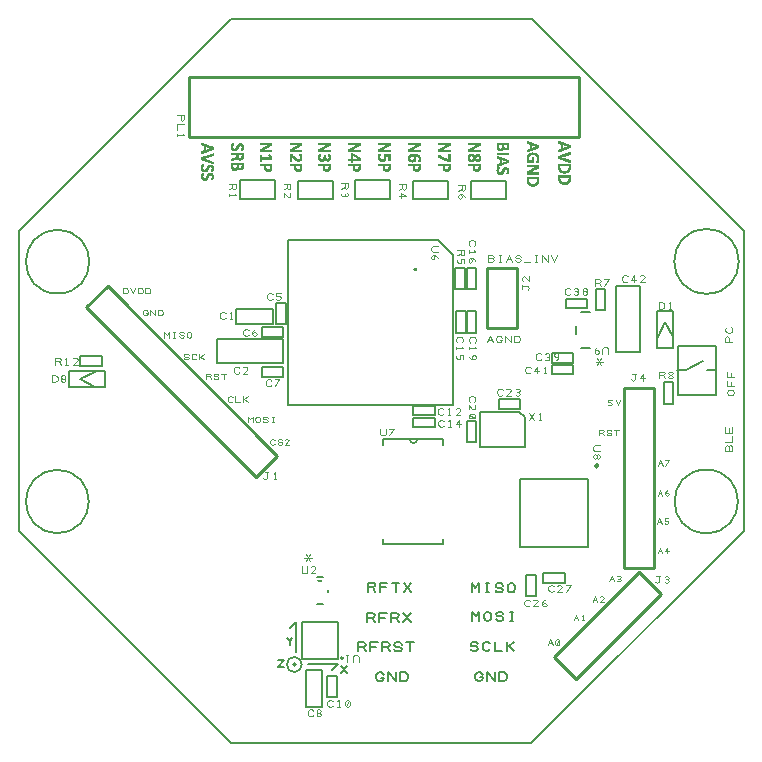
<source format=gbr>
G04 EasyPC Gerber Version 21.0.3 Build 4286 *
G04 #@! TF.Part,Single*
G04 #@! TF.FileFunction,Legend,Top *
G04 #@! TF.FilePolarity,Positive *
%FSLAX35Y35*%
%MOIN*%
%ADD12C,0.00100*%
%ADD13C,0.00300*%
%ADD11C,0.00500*%
%ADD18C,0.00600*%
%ADD17C,0.00787*%
%ADD15C,0.00800*%
%ADD16C,0.00984*%
%ADD14C,0.01000*%
X0Y0D02*
D02*
D11*
X13750Y91650D02*
G75*
G03Y70723J-10463D01*
G01*
G75*
G03Y91650J10463*
G01*
X13850Y171650D02*
G75*
G03Y150523J-10563D01*
G01*
G75*
G03Y171650J10563*
G01*
X17500Y119300D02*
Y124600D01*
X29800*
Y119300*
X17500*
X21450Y126350D02*
Y129550D01*
X28550*
Y126350*
X21450*
X26150Y119450D02*
X21150Y121950D01*
X26150Y124450*
X67050Y127350D02*
X89050D01*
Y135350*
X67050*
Y127350*
X86350Y181950D02*
X74650D01*
Y188200*
X86350*
Y181950*
X89050Y125850D02*
Y122650D01*
X81950*
Y125850*
X89050*
Y139250D02*
Y136050D01*
X81950*
Y139250*
X89050*
X89250Y26037D02*
X87375D01*
X89250Y28287*
X87375*
X89850Y140350D02*
X86650D01*
Y147450*
X89850*
Y140350*
X91187Y33413D02*
Y34537D01*
X90250Y35663*
X91187Y34537D02*
X92125Y35663D01*
X93250Y26850D02*
G75*
G03X92250I-500D01*
G01*
G75*
G03X93250I500*
G01*
Y30850D02*
Y40850D01*
X91250Y38850*
X95250Y26850D02*
G75*
G03X90250I-2500D01*
G01*
G75*
G03X95250I2500*
G01*
X97250D02*
X107250D01*
X105250Y24850*
X105550Y181850D02*
X93850D01*
Y188100*
X105550*
Y181850*
X106950Y16050D02*
X103750D01*
Y23150*
X106950*
Y16050*
X107250Y28781D02*
X95181D01*
Y40850*
X107250*
Y28781*
X108750Y28550D02*
G75*
G03X108450Y29250I-150J350D01*
G01*
G75*
G03X108750Y28550I150J-350*
G01*
X110250Y26287D02*
X108375Y24037D01*
X110250D02*
X108375Y26287D01*
X114050Y31200D02*
Y34200D01*
X115800*
X116300Y33950*
X116550Y33450*
X116300Y32950*
X115800Y32700*
X114050*
X115800D02*
X116550Y31200D01*
X118050D02*
Y34200D01*
X120550*
X120050Y32700D02*
X118050D01*
X122050Y31200D02*
Y34200D01*
X123800*
X124300Y33950*
X124550Y33450*
X124300Y32950*
X123800Y32700*
X122050*
X123800D02*
X124550Y31200D01*
X126050Y31950D02*
X126300Y31450D01*
X126800Y31200*
X127800*
X128300Y31450*
X128550Y31950*
X128300Y32450*
X127800Y32700*
X126800*
X126300Y32950*
X126050Y33450*
X126300Y33950*
X126800Y34200*
X127800*
X128300Y33950*
X128550Y33450*
X131300Y31200D02*
Y34200D01*
X130050D02*
X132550D01*
X117050Y41000D02*
Y44000D01*
X118800*
X119300Y43750*
X119550Y43250*
X119300Y42750*
X118800Y42500*
X117050*
X118800D02*
X119550Y41000D01*
X121050D02*
Y44000D01*
X123550*
X123050Y42500D02*
X121050D01*
X125050Y41000D02*
Y44000D01*
X126800*
X127300Y43750*
X127550Y43250*
X127300Y42750*
X126800Y42500*
X125050*
X126800D02*
X127550Y41000D01*
X129050D02*
X131550Y44000D01*
X129050D02*
X131550Y41000D01*
X117250Y51100D02*
Y54100D01*
X119000*
X119500Y53850*
X119750Y53350*
X119500Y52850*
X119000Y52600*
X117250*
X119000D02*
X119750Y51100D01*
X121250D02*
Y54100D01*
X123750*
X123250Y52600D02*
X121250D01*
X126500Y51100D02*
Y54100D01*
X125250D02*
X127750D01*
X129250Y51100D02*
X131750Y54100D01*
X129250D02*
X131750Y51100D01*
X121800Y22450D02*
X122550D01*
Y22200*
X122300Y21700*
X122050Y21450*
X121550Y21200*
X121050*
X120550Y21450*
X120300Y21700*
X120050Y22200*
Y23200*
X120300Y23700*
X120550Y23950*
X121050Y24200*
X121550*
X122050Y23950*
X122300Y23700*
X122550Y23200*
X124050Y21200D02*
Y24200D01*
X126550Y21200*
Y24200*
X128050Y21200D02*
Y24200D01*
X129550*
X130050Y23950*
X130300Y23700*
X130550Y23200*
Y22200*
X130300Y21700*
X130050Y21450*
X129550Y21200*
X128050*
X124750Y181950D02*
X113050D01*
Y188200*
X124750*
Y181950*
X132450Y105850D02*
Y109050D01*
X139550*
Y105850*
X132450*
Y109850D02*
Y113050D01*
X139550*
Y109850*
X132450*
X143950Y181850D02*
X132250D01*
Y188100*
X143950*
Y181850*
X146650Y144550D02*
X149850D01*
Y137450*
X146650*
Y144550*
X149650Y151950D02*
X146450D01*
Y159050*
X149650*
Y151950*
X150150Y159150D02*
X153350D01*
Y152050*
X150150*
Y159150*
X150250Y144550D02*
X153450D01*
Y137450*
X150250*
Y144550*
X151550Y32150D02*
X151800Y31650D01*
X152300Y31400*
X153300*
X153800Y31650*
X154050Y32150*
X153800Y32650*
X153300Y32900*
X152300*
X151800Y33150*
X151550Y33650*
X151800Y34150*
X152300Y34400*
X153300*
X153800Y34150*
X154050Y33650*
X158050Y31900D02*
X157800Y31650D01*
X157300Y31400*
X156550*
X156050Y31650*
X155800Y31900*
X155550Y32400*
Y33400*
X155800Y33900*
X156050Y34150*
X156550Y34400*
X157300*
X157800Y34150*
X158050Y33900*
X159550Y34400D02*
Y31400D01*
X162050*
X163550D02*
Y34400D01*
Y32900D02*
X164300D01*
X166050Y34400*
X164300Y32900D02*
X166050Y31400D01*
X151850Y50900D02*
Y53900D01*
X153100Y52400*
X154350Y53900*
Y50900*
X156600D02*
X157600D01*
X157100D02*
Y53900D01*
X156600D02*
X157600D01*
X159850Y51650D02*
X160100Y51150D01*
X160600Y50900*
X161600*
X162100Y51150*
X162350Y51650*
X162100Y52150*
X161600Y52400*
X160600*
X160100Y52650*
X159850Y53150*
X160100Y53650*
X160600Y53900*
X161600*
X162100Y53650*
X162350Y53150*
X163850Y51900D02*
Y52900D01*
X164100Y53400*
X164350Y53650*
X164850Y53900*
X165350*
X165850Y53650*
X166100Y53400*
X166350Y52900*
Y51900*
X166100Y51400*
X165850Y51150*
X165350Y50900*
X164850*
X164350Y51150*
X164100Y51400*
X163850Y51900*
X151950Y41400D02*
Y44400D01*
X153200Y42900*
X154450Y44400*
Y41400*
X155950Y42400D02*
Y43400D01*
X156200Y43900*
X156450Y44150*
X156950Y44400*
X157450*
X157950Y44150*
X158200Y43900*
X158450Y43400*
Y42400*
X158200Y41900*
X157950Y41650*
X157450Y41400*
X156950*
X156450Y41650*
X156200Y41900*
X155950Y42400*
X159950Y42150D02*
X160200Y41650D01*
X160700Y41400*
X161700*
X162200Y41650*
X162450Y42150*
X162200Y42650*
X161700Y42900*
X160700*
X160200Y43150*
X159950Y43650*
X160200Y44150*
X160700Y44400*
X161700*
X162200Y44150*
X162450Y43650*
X164700Y41400D02*
X165700D01*
X165200D02*
Y44400D01*
X164700D02*
X165700D01*
X154800Y22550D02*
X155550D01*
Y22300*
X155300Y21800*
X155050Y21550*
X154550Y21300*
X154050*
X153550Y21550*
X153300Y21800*
X153050Y22300*
Y23300*
X153300Y23800*
X153550Y24050*
X154050Y24300*
X154550*
X155050Y24050*
X155300Y23800*
X155550Y23300*
X157050Y21300D02*
Y24300D01*
X159550Y21300*
Y24300*
X161050Y21300D02*
Y24300D01*
X162550*
X163050Y24050*
X163300Y23800*
X163550Y23300*
Y22300*
X163300Y21800*
X163050Y21550*
X162550Y21300*
X161050*
X153450Y101050D02*
X150250D01*
Y108150*
X153450*
Y101050*
X163350Y181850D02*
X151650D01*
Y188100*
X163350*
Y181850*
X168050Y115350D02*
Y112150D01*
X160950*
Y115350*
X168050*
X169950Y56750D02*
X173150D01*
Y49650*
X169950*
Y56750*
X171950Y242050D02*
X71750D01*
X950Y171250*
Y71350*
X71650Y650*
X171750*
X242550Y71450*
Y171350*
X238550Y175350*
X171950Y242050*
X175750Y54150D02*
Y57350D01*
X182850*
Y54150*
X175750*
X183350Y145550D02*
Y148750D01*
X190450*
Y145550*
X183350*
X185750Y126749D02*
Y123549D01*
X178650*
Y126749*
X185750*
Y130549D02*
Y127349D01*
X178650*
Y130549*
X185750*
X196350Y144850D02*
X193150D01*
Y151950*
X196350*
Y144850*
X199950Y152850D02*
Y130850D01*
X207950*
Y152850*
X199950*
X213800Y144800D02*
X219100D01*
Y132500*
X213800*
Y144800*
X213950Y136150D02*
X216450Y141150D01*
X218950Y136150*
X215850Y120850D02*
X219050D01*
Y113750*
X215850*
Y120850*
X220450Y124950D02*
X223150D01*
X228950Y127950*
X230050Y91777D02*
G75*
G03Y70650J-10563D01*
G01*
G75*
G03Y91777J10563*
G01*
X230150Y171977D02*
G75*
G03Y150450J-10763D01*
G01*
G75*
G03Y171977J10763*
G01*
X232950Y125050D02*
X230150D01*
X233150Y133150D02*
X220550D01*
Y116650*
X233150*
Y133150*
D02*
D12*
X61885Y197426D02*
X61822Y197407D01*
X61778Y197400*
X61742Y197404*
X61716Y197422*
X61705Y197437*
X61698Y197455*
X61694Y197477*
X61691Y197503*
X61687Y197532*
X61683Y197569*
Y197606*
Y197653*
Y197697*
Y197733*
X61687Y197770*
Y197800*
X61694Y197847*
X61702Y197884*
X61716Y197909*
X61731Y197928*
X61753Y197939*
X61775Y197953*
X62720Y198283*
Y199898*
X61789Y200217*
X61764Y200228*
X61742Y200242*
X61724Y200260*
X61709Y200286*
X61698Y200319*
X61691Y200367*
X61687Y200392*
X61683Y200425*
Y200462*
Y200502*
Y200543*
Y200583*
X61687Y200616*
X61691Y200645*
X61694Y200670*
X61702Y200693*
X61709Y200711*
X61720Y200722*
X61746Y200740*
X61778Y200744*
X61826Y200737*
X61888Y200718*
X65492Y199415*
X65525Y199404*
X65547Y199385*
X65565Y199359*
X65580Y199326*
X65591Y199283*
X65598Y199231*
Y199198*
X65602Y199165*
Y199125*
Y199081*
Y199037*
Y198993*
X65598Y198957*
Y198924*
X65591Y198865*
X65580Y198821*
X65565Y198788*
X65547Y198763*
X65521Y198744*
X65492Y198730*
X61885Y197426*
X65067Y199096D02*
Y199100D01*
X63130Y199770*
Y198419*
X65067Y199096*
X61789Y195210D02*
X61760Y195225D01*
X61738Y195243*
X61716Y195269*
X61705Y195302*
X61694Y195346*
X61687Y195397*
X61683Y195463*
Y195540*
Y195602*
Y195657*
X61687Y195701*
X61691Y195741*
X61698Y195774*
X61705Y195804*
X61713Y195826*
X61724Y195848*
X61738Y195862*
X61753Y195873*
X61771Y195884*
X61793Y195895*
X65400Y197162*
X65459Y197181*
X65507Y197188*
X65543Y197184*
X65569Y197162*
X65576Y197148*
X65587Y197129*
X65591Y197104*
X65594Y197078*
X65598Y197045*
Y197005*
X65602Y196965*
Y196913*
Y196873*
Y196840*
X65598Y196807*
Y196781*
X65591Y196737*
X65580Y196704*
X65565Y196679*
X65550Y196664*
X65525Y196650*
X65499Y196639*
X62233Y195525*
X65492Y194441*
X65525Y194434*
X65547Y194419*
X65565Y194405*
X65580Y194379*
X65591Y194343*
X65598Y194295*
Y194265*
X65602Y194233*
Y194192*
Y194152*
Y194108*
X65598Y194068*
Y194035*
X65594Y194006*
X65591Y193980*
X65583Y193958*
X65576Y193943*
X65565Y193929*
X65539Y193918*
X65503Y193914*
X65455Y193925*
X65397Y193943*
X61789Y195210*
X62789Y191207D02*
X62657Y191215D01*
X62533Y191233*
X62412Y191263*
X62302Y191307*
X62200Y191361*
X62104Y191428*
X62020Y191504*
X61940Y191589*
X61870Y191680*
X61811Y191783*
X61760Y191889*
X61716Y192006*
X61683Y192131*
X61661Y192259*
X61647Y192391*
X61643Y192526*
X61647Y192625*
X61650Y192717*
X61661Y192804*
X61676Y192889*
X61694Y192969*
X61713Y193046*
X61735Y193119*
X61757Y193185*
X61778Y193248*
X61804Y193306*
X61830Y193357*
X61856Y193405*
X61878Y193445*
X61899Y193478*
X61921Y193507*
X61940Y193530*
X61980Y193559*
X62031Y193577*
X62061Y193584*
X62097Y193592*
X62137Y193595*
X62181*
X62240*
X62291Y193588*
X62328Y193581*
X62361Y193570*
X62383Y193559*
X62397Y193541*
X62405Y193522*
X62408Y193500*
X62405Y193474*
X62394Y193449*
X62379Y193416*
X62357Y193379*
X62331Y193339*
X62302Y193291*
X62276Y193240*
X62247Y193185*
X62218Y193119*
X62189Y193050*
X62159Y192976*
X62134Y192896*
X62112Y192804*
X62093Y192713*
X62086Y192610*
X62082Y192504*
X62086Y192420*
X62093Y192343*
X62108Y192266*
X62126Y192196*
X62152Y192127*
X62181Y192065*
X62214Y192006*
X62255Y191955*
X62298Y191907*
X62346Y191867*
X62401Y191830*
X62460Y191801*
X62522Y191775*
X62588Y191761*
X62657Y191750*
X62734Y191746*
X62811Y191750*
X62885Y191764*
X62954Y191786*
X63016Y191819*
X63071Y191863*
X63126Y191907*
X63174Y191962*
X63221Y192020*
X63265Y192083*
X63306Y192152*
X63346Y192222*
X63383Y192299*
X63456Y192460*
X63533Y192621*
X63613Y192786*
X63701Y192944*
X63752Y193020*
X63804Y193094*
X63859Y193159*
X63921Y193226*
X63987Y193284*
X64060Y193335*
X64133Y193383*
X64217Y193423*
X64306Y193456*
X64404Y193482*
X64511Y193496*
X64624Y193500*
X64741Y193493*
X64855Y193478*
X64957Y193449*
X65056Y193412*
X65148Y193365*
X65232Y193306*
X65309Y193240*
X65378Y193167*
X65437Y193083*
X65492Y192995*
X65536Y192896*
X65572Y192790*
X65606Y192680*
X65624Y192566*
X65638Y192445*
X65642Y192321*
X65635Y192193*
X65620Y192061*
X65594Y191937*
X65561Y191816*
X65521Y191706*
X65477Y191611*
X65455Y191570*
X65437Y191537*
X65419Y191512*
X65404Y191493*
X65378Y191468*
X65356Y191453*
X65338Y191446*
X65316Y191438*
X65287Y191435*
X65254Y191431*
X65213Y191428*
X65162*
X65111*
X65063Y191431*
X65027Y191438*
X64994Y191446*
X64968Y191457*
X64954Y191471*
X64943Y191490*
X64939Y191508*
X64943Y191526*
X64950Y191552*
X64961Y191578*
X64979Y191611*
X65001Y191651*
X65023Y191691*
X65049Y191735*
X65074Y191786*
X65100Y191837*
X65126Y191896*
X65148Y191958*
X65170Y192028*
X65188Y192098*
X65203Y192174*
X65210Y192255*
X65213Y192339*
X65210Y192420*
X65203Y192493*
X65188Y192559*
X65170Y192621*
X65148Y192680*
X65119Y192731*
X65089Y192779*
X65052Y192819*
X65016Y192856*
X64976Y192889*
X64931Y192914*
X64884Y192936*
X64833Y192954*
X64781Y192965*
X64726Y192973*
X64672Y192976*
X64594Y192973*
X64521Y192958*
X64456Y192933*
X64393Y192900*
X64335Y192859*
X64283Y192815*
X64232Y192760*
X64185Y192702*
X64141Y192636*
X64100Y192570*
X64060Y192497*
X64020Y192416*
X63870Y192094*
X63789Y191929*
X63701Y191768*
X63654Y191691*
X63602Y191618*
X63544Y191548*
X63485Y191486*
X63419Y191428*
X63350Y191372*
X63273Y191325*
X63192Y191285*
X63100Y191252*
X63006Y191226*
X62903Y191211*
X62789Y191207*
Y188384D02*
X62657Y188391D01*
X62533Y188410*
X62412Y188439*
X62302Y188483*
X62200Y188538*
X62104Y188604*
X62020Y188681*
X61940Y188765*
X61870Y188857*
X61811Y188959*
X61760Y189065*
X61716Y189183*
X61683Y189307*
X61661Y189435*
X61647Y189567*
X61643Y189702*
X61647Y189802*
X61650Y189893*
X61661Y189981*
X61676Y190065*
X61694Y190146*
X61713Y190222*
X61735Y190296*
X61757Y190362*
X61778Y190424*
X61804Y190483*
X61830Y190534*
X61856Y190581*
X61878Y190622*
X61899Y190655*
X61921Y190684*
X61940Y190706*
X61980Y190735*
X62031Y190754*
X62061Y190761*
X62097Y190768*
X62137Y190772*
X62181*
X62240*
X62291Y190765*
X62328Y190757*
X62361Y190746*
X62383Y190735*
X62397Y190717*
X62405Y190699*
X62408Y190677*
X62405Y190651*
X62394Y190625*
X62379Y190593*
X62357Y190556*
X62331Y190515*
X62302Y190468*
X62276Y190417*
X62247Y190362*
X62218Y190296*
X62189Y190226*
X62159Y190153*
X62134Y190072*
X62112Y189981*
X62093Y189889*
X62086Y189787*
X62082Y189681*
X62086Y189596*
X62093Y189519*
X62108Y189443*
X62126Y189373*
X62152Y189304*
X62181Y189241*
X62214Y189183*
X62255Y189131*
X62298Y189083*
X62346Y189043*
X62401Y189007*
X62460Y188978*
X62522Y188952*
X62588Y188937*
X62657Y188926*
X62734Y188922*
X62811Y188926*
X62885Y188941*
X62954Y188963*
X63016Y188996*
X63071Y189040*
X63126Y189083*
X63174Y189139*
X63221Y189197*
X63265Y189259*
X63306Y189329*
X63346Y189398*
X63383Y189476*
X63456Y189637*
X63533Y189798*
X63613Y189963*
X63701Y190120*
X63752Y190197*
X63804Y190270*
X63859Y190336*
X63921Y190402*
X63987Y190461*
X64060Y190512*
X64133Y190559*
X64217Y190600*
X64306Y190633*
X64404Y190658*
X64511Y190673*
X64624Y190677*
X64741Y190669*
X64855Y190655*
X64957Y190625*
X65056Y190589*
X65148Y190541*
X65232Y190483*
X65309Y190417*
X65378Y190343*
X65437Y190259*
X65492Y190171*
X65536Y190072*
X65572Y189966*
X65606Y189856*
X65624Y189743*
X65638Y189622*
X65642Y189498*
X65635Y189369*
X65620Y189237*
X65594Y189113*
X65561Y188992*
X65521Y188882*
X65477Y188787*
X65455Y188747*
X65437Y188714*
X65419Y188688*
X65404Y188670*
X65378Y188644*
X65356Y188630*
X65338Y188622*
X65316Y188615*
X65287Y188611*
X65254Y188607*
X65213Y188604*
X65162*
X65111*
X65063Y188607*
X65027Y188615*
X64994Y188622*
X64968Y188633*
X64954Y188648*
X64943Y188666*
X64939Y188685*
X64943Y188703*
X64950Y188728*
X64961Y188754*
X64979Y188787*
X65001Y188827*
X65023Y188868*
X65049Y188911*
X65074Y188963*
X65100Y189014*
X65126Y189073*
X65148Y189135*
X65170Y189204*
X65188Y189274*
X65203Y189351*
X65210Y189431*
X65213Y189516*
X65210Y189596*
X65203Y189670*
X65188Y189735*
X65170Y189798*
X65148Y189856*
X65119Y189907*
X65089Y189955*
X65052Y189996*
X65016Y190032*
X64976Y190065*
X64931Y190091*
X64884Y190113*
X64833Y190131*
X64781Y190142*
X64726Y190149*
X64672Y190153*
X64594Y190149*
X64521Y190135*
X64456Y190109*
X64393Y190076*
X64335Y190036*
X64283Y189992*
X64232Y189937*
X64185Y189878*
X64141Y189813*
X64100Y189746*
X64060Y189673*
X64020Y189593*
X63870Y189270*
X63789Y189106*
X63701Y188944*
X63654Y188868*
X63602Y188794*
X63544Y188725*
X63485Y188663*
X63419Y188604*
X63350Y188549*
X63273Y188501*
X63192Y188461*
X63100Y188428*
X63006Y188402*
X62903Y188388*
X62789Y188384*
X62723Y188388D02*
X62903D01*
X62306Y188481D02*
X63233D01*
X62146Y188575D02*
X63383D01*
X62033Y188669D02*
X63491D01*
X64942D02*
X65404D01*
X61942Y188763D02*
X63576D01*
X64966D02*
X65464D01*
X61870Y188856D02*
X63646D01*
X65017D02*
X65509D01*
X61817Y188950D02*
X62531D01*
X62914D02*
X63704D01*
X65068D02*
X65546D01*
X61770Y189044D02*
X62346D01*
X63076D02*
X63755D01*
X65113D02*
X65576D01*
X61733Y189137D02*
X62250D01*
X63173D02*
X63805D01*
X65148D02*
X65600D01*
X61704Y189231D02*
X62187D01*
X63245D02*
X63850D01*
X65177D02*
X65619D01*
X61680Y189325D02*
X62144D01*
X63303D02*
X63895D01*
X65198D02*
X65630D01*
X61664Y189419D02*
X62115D01*
X63356D02*
X63939D01*
X65209D02*
X65637D01*
X61653Y189512D02*
X62095D01*
X63399D02*
X63982D01*
X65213D02*
X65642D01*
X61646Y189606D02*
X62086D01*
X63442D02*
X64026D01*
X65209D02*
X65639D01*
X61643Y189700D02*
X62083D01*
X63486D02*
X64074D01*
X65196D02*
X65629D01*
X61646Y189793D02*
X62087D01*
X63531D02*
X64129D01*
X65171D02*
X65616D01*
X61650Y189887D02*
X62093D01*
X63576D02*
X64192D01*
X65130D02*
X65596D01*
X61661Y189981D02*
X62112D01*
X63624D02*
X64273D01*
X65066D02*
X65567D01*
X61678Y190074D02*
X62135D01*
X63676D02*
X64393D01*
X64959D02*
X65535D01*
X61700Y190168D02*
X62165D01*
X63733D02*
X65493D01*
X61724Y190262D02*
X62204D01*
X63798D02*
X65435D01*
X61755Y190356D02*
X62244D01*
X63877D02*
X65367D01*
X61789Y190449D02*
X62293D01*
X63974D02*
X65271D01*
X61835Y190543D02*
X62349D01*
X64107D02*
X65148D01*
X61887Y190637D02*
X62398D01*
X64321D02*
X64917D01*
X61973Y190730D02*
X62387D01*
X62338Y191293D02*
X63208D01*
X62164Y191386D02*
X63367D01*
X62047Y191480D02*
X63478D01*
X64948D02*
X65391D01*
X61954Y191574D02*
X63565D01*
X64959D02*
X65457D01*
X61880Y191667D02*
X63637D01*
X65010D02*
X65504D01*
X61824Y191761D02*
X62588D01*
X62869D02*
X63697D01*
X65062D02*
X65541D01*
X61777Y191855D02*
X62365D01*
X63061D02*
X63748D01*
X65107D02*
X65572D01*
X61738Y191948D02*
X62261D01*
X63162D02*
X63798D01*
X65144D02*
X65597D01*
X61707Y192042D02*
X62194D01*
X63237D02*
X63844D01*
X65173D02*
X65616D01*
X61683Y192136D02*
X62149D01*
X63296D02*
X63889D01*
X65195D02*
X65628D01*
X61667Y192230D02*
X62118D01*
X63350D02*
X63933D01*
X65207D02*
X65637D01*
X61654Y192323D02*
X62097D01*
X63394D02*
X63976D01*
X65213D02*
X65642D01*
X61646Y192417D02*
X62087D01*
X63436D02*
X64020D01*
X65210D02*
X65639D01*
X61643Y192511D02*
X62083D01*
X63480D02*
X64067D01*
X65199D02*
X65630D01*
X61646Y192604D02*
X62086D01*
X63524D02*
X64121D01*
X65175D02*
X65618D01*
X61650Y192698D02*
X62092D01*
X63570D02*
X64182D01*
X65137D02*
X65600D01*
X61660Y192792D02*
X62109D01*
X63617D02*
X64261D01*
X65077D02*
X65572D01*
X61676Y192885D02*
X62131D01*
X63669D02*
X64372D01*
X64980D02*
X65539D01*
X61696Y192979D02*
X62161D01*
X63725D02*
X65499D01*
X61720Y193073D02*
X62198D01*
X63789D02*
X65443D01*
X61750Y193167D02*
X62239D01*
X63865D02*
X65378D01*
X61784Y193260D02*
X62287D01*
X63960D02*
X65285D01*
X61828Y193354D02*
X62341D01*
X64088D02*
X65163D01*
X61879Y193448D02*
X62394D01*
X64282D02*
X64957D01*
X61956Y193541D02*
X62397D01*
X65493Y193916D02*
X65539D01*
X65207Y194010D02*
X65595D01*
X64941Y194104D02*
X65601D01*
X64674Y194197D02*
X65602D01*
X64407Y194291D02*
X65598D01*
X64140Y194385D02*
X65577D01*
X63873Y194478D02*
X65380D01*
X63607Y194572D02*
X65099D01*
X63340Y194666D02*
X64817D01*
X63073Y194759D02*
X64535D01*
X62806Y194853D02*
X64254D01*
X62539Y194947D02*
X63972D01*
X62272Y195041D02*
X63690D01*
X62006Y195134D02*
X63408D01*
X61756Y195228D02*
X63126D01*
X61700Y195322D02*
X62845D01*
X61686Y195415D02*
X62563D01*
X61683Y195509D02*
X62281D01*
X61683Y195603D02*
X62460D01*
X61687Y195696D02*
X62735D01*
X61702Y195790D02*
X63010D01*
X61770Y195884D02*
X63285D01*
X62028Y195978D02*
X63560D01*
X62294Y196071D02*
X63835D01*
X62561Y196165D02*
X64110D01*
X62828Y196259D02*
X64385D01*
X63094Y196352D02*
X64659D01*
X63361Y196446D02*
X64934D01*
X63628Y196540D02*
X65209D01*
X63895Y196633D02*
X65484D01*
X64162Y196727D02*
X65587D01*
X64429Y196821D02*
X65600D01*
X64695Y196915D02*
X65602D01*
X64962Y197008D02*
X65598D01*
X65229Y197102D02*
X65591D01*
X61694Y197477D02*
X62025D01*
X61683Y197570D02*
X62285D01*
X61683Y197664D02*
X62544D01*
X61686Y197758D02*
X62803D01*
X61695Y197852D02*
X63062D01*
X61763Y197945D02*
X63322D01*
X62021Y198039D02*
X63581D01*
X62290Y198133D02*
X63840D01*
X62558Y198226D02*
X64100D01*
X62720Y198320D02*
X64359D01*
X62720Y198414D02*
X64618D01*
X62720Y198507D02*
X63130D01*
X63384D02*
X64877D01*
X62720Y198601D02*
X63130D01*
X63652D02*
X65137D01*
X62720Y198695D02*
X63130D01*
X63920D02*
X65396D01*
X62720Y198789D02*
X63130D01*
X64189D02*
X65565D01*
X62720Y198882D02*
X63130D01*
X64457D02*
X65593D01*
X62720Y198976D02*
X63130D01*
X64724D02*
X65600D01*
X62720Y199070D02*
X63130D01*
X64993D02*
X65602D01*
X62720Y199163D02*
X63130D01*
X64883D02*
X65602D01*
X62720Y199257D02*
X63130D01*
X64612D02*
X65594D01*
X62720Y199351D02*
X63130D01*
X64341D02*
X65569D01*
X62720Y199444D02*
X63130D01*
X64070D02*
X65409D01*
X62720Y199538D02*
X63130D01*
X63799D02*
X65150D01*
X62720Y199632D02*
X63130D01*
X63528D02*
X64891D01*
X62720Y199726D02*
X63130D01*
X63257D02*
X64632D01*
X62720Y199819D02*
X64373D01*
X62676Y199913D02*
X64114D01*
X62402Y200007D02*
X63855D01*
X62129Y200100D02*
X63596D01*
X61855Y200194D02*
X63337D01*
X61709Y200288D02*
X63078D01*
X61689Y200381D02*
X62819D01*
X61683Y200475D02*
X62560D01*
X61683Y200569D02*
X62301D01*
X61693Y200663D02*
X62042D01*
X72789Y198250D02*
X72657Y198257D01*
X72533Y198276*
X72412Y198305*
X72302Y198349*
X72200Y198404*
X72104Y198470*
X72020Y198546*
X71940Y198631*
X71870Y198722*
X71811Y198825*
X71760Y198931*
X71716Y199048*
X71683Y199173*
X71661Y199301*
X71647Y199433*
X71643Y199568*
X71647Y199667*
X71650Y199759*
X71661Y199846*
X71676Y199931*
X71694Y200011*
X71713Y200088*
X71735Y200161*
X71757Y200228*
X71778Y200290*
X71804Y200348*
X71830Y200400*
X71856Y200447*
X71878Y200487*
X71899Y200520*
X71921Y200550*
X71940Y200572*
X71980Y200601*
X72031Y200619*
X72061Y200627*
X72097Y200634*
X72137Y200637*
X72181*
X72240*
X72291Y200630*
X72328Y200623*
X72361Y200612*
X72383Y200601*
X72397Y200583*
X72405Y200564*
X72408Y200543*
X72405Y200517*
X72394Y200491*
X72379Y200458*
X72357Y200422*
X72331Y200381*
X72302Y200333*
X72276Y200282*
X72247Y200228*
X72218Y200161*
X72189Y200092*
X72159Y200019*
X72134Y199938*
X72112Y199846*
X72093Y199755*
X72086Y199652*
X72082Y199546*
X72086Y199462*
X72093Y199385*
X72108Y199308*
X72126Y199239*
X72152Y199169*
X72181Y199107*
X72214Y199048*
X72255Y198997*
X72298Y198949*
X72346Y198909*
X72401Y198872*
X72460Y198843*
X72522Y198818*
X72588Y198803*
X72657Y198792*
X72734Y198788*
X72811Y198792*
X72885Y198807*
X72954Y198828*
X73016Y198861*
X73071Y198906*
X73126Y198949*
X73174Y199004*
X73221Y199063*
X73265Y199125*
X73306Y199195*
X73346Y199264*
X73383Y199341*
X73456Y199502*
X73533Y199663*
X73613Y199828*
X73701Y199986*
X73752Y200063*
X73804Y200136*
X73859Y200202*
X73921Y200268*
X73987Y200326*
X74060Y200378*
X74133Y200425*
X74217Y200465*
X74306Y200498*
X74404Y200524*
X74511Y200539*
X74624Y200543*
X74741Y200535*
X74855Y200520*
X74957Y200491*
X75056Y200454*
X75148Y200407*
X75232Y200348*
X75309Y200282*
X75378Y200209*
X75437Y200125*
X75492Y200037*
X75536Y199938*
X75572Y199832*
X75606Y199722*
X75624Y199609*
X75638Y199488*
X75642Y199363*
X75635Y199235*
X75620Y199103*
X75594Y198979*
X75561Y198858*
X75521Y198748*
X75477Y198653*
X75455Y198613*
X75437Y198580*
X75419Y198554*
X75404Y198535*
X75378Y198510*
X75356Y198495*
X75338Y198488*
X75316Y198481*
X75287Y198477*
X75254Y198473*
X75213Y198470*
X75162*
X75111*
X75063Y198473*
X75027Y198481*
X74994Y198488*
X74968Y198499*
X74954Y198513*
X74943Y198532*
X74939Y198550*
X74943Y198569*
X74950Y198594*
X74961Y198620*
X74979Y198653*
X75001Y198693*
X75023Y198733*
X75049Y198777*
X75074Y198828*
X75100Y198880*
X75126Y198938*
X75148Y199001*
X75170Y199070*
X75188Y199140*
X75203Y199217*
X75210Y199297*
X75213Y199381*
X75210Y199462*
X75203Y199535*
X75188Y199601*
X75170Y199663*
X75148Y199722*
X75119Y199773*
X75089Y199821*
X75052Y199861*
X75016Y199898*
X74976Y199931*
X74931Y199956*
X74884Y199978*
X74833Y199997*
X74781Y200008*
X74726Y200015*
X74672Y200019*
X74594Y200015*
X74521Y200000*
X74456Y199975*
X74393Y199942*
X74335Y199902*
X74283Y199857*
X74232Y199803*
X74185Y199744*
X74141Y199678*
X74100Y199612*
X74060Y199539*
X74020Y199458*
X73870Y199136*
X73789Y198971*
X73701Y198810*
X73654Y198733*
X73602Y198660*
X73544Y198591*
X73485Y198528*
X73419Y198470*
X73350Y198415*
X73273Y198367*
X73192Y198327*
X73100Y198294*
X73006Y198268*
X72903Y198254*
X72789Y198250*
X71778Y194921D02*
X71757D01*
X71738Y194928*
X71720Y194943*
X71705Y194969*
X71698Y195005*
X71691Y195053*
X71687Y195082*
X71683Y195115*
Y195156*
Y195196*
Y195269*
X71691Y195324*
X71698Y195368*
X71709Y195404*
X71724Y195430*
X71746Y195448*
X71771Y195467*
X71804Y195478*
X72720Y195837*
X72870Y195899*
X73006Y195965*
X73068Y196001*
X73126Y196042*
X73181Y196082*
X73229Y196126*
X73276Y196174*
X73313Y196228*
X73350Y196283*
X73379Y196346*
X73401Y196411*
X73415Y196485*
X73426Y196562*
X73430Y196650*
Y196994*
X71778*
X71757Y196998*
X71738Y197008*
X71720Y197023*
X71709Y197049*
X71698Y197081*
X71691Y197126*
X71683Y197184*
Y197250*
Y197320*
X71691Y197375*
X71698Y197422*
X71709Y197455*
X71720Y197481*
X71738Y197499*
X71757Y197506*
X71778Y197510*
X75375*
X75426Y197506*
X75474Y197496*
X75510Y197477*
X75536Y197448*
X75558Y197419*
X75572Y197386*
X75580Y197353*
X75583Y197320*
Y196492*
Y196422*
X75580Y196357*
Y196302*
X75576Y196247*
X75569Y196155*
X75558Y196075*
X75536Y195965*
X75510Y195862*
X75474Y195763*
X75437Y195676*
X75389Y195591*
X75342Y195518*
X75283Y195448*
X75221Y195386*
X75155Y195331*
X75085Y195283*
X75009Y195243*
X74928Y195210*
X74840Y195185*
X74752Y195167*
X74657Y195156*
X74558Y195152*
X74463Y195156*
X74375Y195167*
X74291Y195181*
X74210Y195203*
X74133Y195232*
X74064Y195269*
X73998Y195309*
X73935Y195357*
X73877Y195408*
X73826Y195463*
X73774Y195525*
X73730Y195591*
X73687Y195665*
X73650Y195738*
X73613Y195818*
X73584Y195902*
X73536Y195811*
X73478Y195727*
X73404Y195654*
X73324Y195584*
X73225Y195518*
X73115Y195456*
X73057Y195426*
X72991Y195393*
X72925Y195364*
X72852Y195335*
X71998Y194987*
X71947Y194969*
X71907Y194950*
X71870Y194939*
X71844Y194932*
X71808Y194925*
X71778Y194921*
X74507Y195697D02*
X74617Y195705D01*
X74715Y195723*
X74807Y195756*
X74891Y195800*
X74931Y195826*
X74965Y195859*
X74998Y195895*
X75027Y195935*
X75056Y195980*
X75078Y196031*
X75100Y196082*
X75119Y196141*
X75137Y196221*
X75148Y196313*
X75155Y196360*
Y196419*
X75159Y196485*
Y196558*
Y196994*
X73848*
Y196489*
X73851Y196389*
X73859Y196298*
X73877Y196214*
X73895Y196137*
X73924Y196067*
X73957Y196001*
X73994Y195943*
X74034Y195888*
X74082Y195844*
X74133Y195804*
X74185Y195770*
X74243Y195745*
X74306Y195723*
X74371Y195708*
X74437Y195701*
X74507Y195697*
X72815Y191614D02*
X72723Y191618D01*
X72639Y191625*
X72555Y191640*
X72478Y191662*
X72401Y191687*
X72331Y191717*
X72262Y191753*
X72200Y191790*
X72141Y191834*
X72082Y191885*
X72031Y191937*
X71983Y191995*
X71940Y192054*
X71899Y192120*
X71859Y192189*
X71826Y192262*
X71797Y192335*
X71771Y192416*
X71749Y192497*
X71735Y192577*
X71720Y192665*
X71709Y192760*
X71702Y192859*
Y192969*
Y193983*
X71705Y194017*
X71713Y194050*
X71727Y194082*
X71749Y194112*
X71775Y194141*
X71811Y194159*
X71856Y194170*
X71910Y194174*
X75375*
X75426Y194170*
X75474Y194159*
X75510Y194141*
X75536Y194112*
X75558Y194082*
X75572Y194050*
X75580Y194017*
X75583Y193983*
Y193101*
Y193013*
X75580Y192933*
X75572Y192856*
X75565Y192782*
X75558Y192713*
X75547Y192647*
X75532Y192585*
X75518Y192530*
X75481Y192424*
X75437Y192325*
X75386Y192237*
X75324Y192160*
X75257Y192087*
X75184Y192028*
X75104Y191977*
X75016Y191933*
X74920Y191900*
X74822Y191878*
X74715Y191863*
X74602Y191859*
X74532Y191863*
X74467Y191867*
X74400Y191878*
X74338Y191893*
X74276Y191911*
X74217Y191933*
X74159Y191958*
X74104Y191991*
X74053Y192024*
X74005Y192065*
X73957Y192105*
X73913Y192152*
X73873Y192204*
X73840Y192255*
X73807Y192314*
X73778Y192376*
X73760Y192299*
X73734Y192222*
X73705Y192149*
X73668Y192079*
X73624Y192013*
X73577Y191951*
X73525Y191893*
X73467Y191837*
X73401Y191790*
X73331Y191746*
X73258Y191706*
X73178Y191673*
X73093Y191647*
X73006Y191629*
X72910Y191618*
X72815Y191614*
X74551Y192391D02*
X74620Y192394D01*
X74686Y192402*
X74745Y192413*
X74804Y192431*
X74858Y192453*
X74909Y192478*
X74957Y192511*
X74998Y192552*
X75034Y192596*
X75067Y192650*
X75096Y192706*
X75119Y192771*
X75137Y192844*
X75151Y192929*
X75159Y193024*
X75162Y193127*
Y193661*
X73906*
Y193075*
X73910Y192980*
X73917Y192892*
X73935Y192815*
X73957Y192750*
X73987Y192691*
X74020Y192639*
X74056Y192588*
X74100Y192548*
X74144Y192508*
X74196Y192475*
X74250Y192449*
X74306Y192427*
X74364Y192413*
X74426Y192402*
X74489Y192394*
X74551Y192391*
X72785Y192156D02*
X72870Y192160D01*
X72947Y192171*
X73020Y192185*
X73089Y192211*
X73152Y192244*
X73210Y192281*
X73265Y192325*
X73313Y192372*
X73353Y192431*
X73390Y192493*
X73423Y192563*
X73448Y192639*
X73470Y192728*
X73485Y192823*
X73493Y192929*
X73496Y193043*
Y193661*
X72126*
Y192911*
X72130Y192826*
X72137Y192746*
X72148Y192672*
X72167Y192603*
X72193Y192537*
X72222Y192478*
X72255Y192424*
X72291Y192372*
X72335Y192325*
X72387Y192281*
X72438Y192244*
X72500Y192215*
X72562Y192189*
X72632Y192171*
X72705Y192160*
X72785Y192156*
X72461Y191667D02*
X73159D01*
X72248Y191761D02*
X73355D01*
X72117Y191855D02*
X73485D01*
X72021Y191948D02*
X73574D01*
X74181D02*
X75047D01*
X71948Y192042D02*
X73644D01*
X74032D02*
X75202D01*
X71890Y192136D02*
X73698D01*
X73929D02*
X75302D01*
X71841Y192230D02*
X72469D01*
X73124D02*
X73737D01*
X73857D02*
X75380D01*
X71802Y192323D02*
X72335D01*
X73264D02*
X73766D01*
X73803D02*
X75437D01*
X71771Y192417D02*
X72259D01*
X73344D02*
X74346D01*
X74759D02*
X75478D01*
X71747Y192511D02*
X72206D01*
X73398D02*
X74141D01*
X74956D02*
X75511D01*
X71730Y192604D02*
X72167D01*
X73437D02*
X74045D01*
X75039D02*
X75537D01*
X71716Y192698D02*
X72144D01*
X73463D02*
X73983D01*
X75093D02*
X75556D01*
X71707Y192792D02*
X72133D01*
X73480D02*
X73943D01*
X75124D02*
X75566D01*
X71702Y192885D02*
X72128D01*
X73489D02*
X73919D01*
X75144D02*
X75575D01*
X71702Y192979D02*
X72126D01*
X73494D02*
X73910D01*
X75155D02*
X75582D01*
X71702Y193073D02*
X72126D01*
X73496D02*
X73906D01*
X75160D02*
X75583D01*
X71702Y193167D02*
X72126D01*
X73496D02*
X73906D01*
X75162D02*
X75583D01*
X71702Y193260D02*
X72126D01*
X73496D02*
X73906D01*
X75162D02*
X75583D01*
X71702Y193354D02*
X72126D01*
X73496D02*
X73906D01*
X75162D02*
X75583D01*
X71702Y193448D02*
X72126D01*
X73496D02*
X73906D01*
X75162D02*
X75583D01*
X71702Y193541D02*
X72126D01*
X73496D02*
X73906D01*
X75162D02*
X75583D01*
X71702Y193635D02*
X72126D01*
X73496D02*
X73906D01*
X75162D02*
X75583D01*
X71702Y193729D02*
X75583D01*
X71702Y193822D02*
X75583D01*
X71702Y193916D02*
X75583D01*
X71704Y194010D02*
X75581D01*
X71743Y194104D02*
X75542D01*
X71718Y194947D02*
X71895D01*
X71693Y195041D02*
X72130D01*
X71683Y195134D02*
X72359D01*
X71683Y195228D02*
X72589D01*
X74144D02*
X74971D01*
X71690Y195322D02*
X72819D01*
X73981D02*
X75141D01*
X71715Y195415D02*
X73035D01*
X73870D02*
X75250D01*
X71885Y195509D02*
X73209D01*
X73788D02*
X75334D01*
X72124Y195603D02*
X73346D01*
X73724D02*
X75396D01*
X72362Y195696D02*
X73447D01*
X73670D02*
X74495D01*
X74507D02*
X75446D01*
X72601Y195790D02*
X73522D01*
X73626D02*
X74154D01*
X74872D02*
X75483D01*
X72833Y195884D02*
X73574D01*
X73590D02*
X74039D01*
X74987D02*
X75516D01*
X73028Y195978D02*
X73972D01*
X75055D02*
X75539D01*
X73167Y196071D02*
X73923D01*
X75095D02*
X75557D01*
X73268Y196165D02*
X73889D01*
X75124D02*
X75570D01*
X73333Y196259D02*
X73867D01*
X75141D02*
X75577D01*
X73381Y196352D02*
X73854D01*
X75154D02*
X75580D01*
X73408Y196446D02*
X73849D01*
X75157D02*
X75583D01*
X73423Y196540D02*
X73848D01*
X75159D02*
X75583D01*
X73430Y196633D02*
X73848D01*
X75159D02*
X75583D01*
X73430Y196727D02*
X73848D01*
X75159D02*
X75583D01*
X73430Y196821D02*
X73848D01*
X75159D02*
X75583D01*
X73430Y196915D02*
X73848D01*
X75159D02*
X75583D01*
X71738Y197008D02*
X75583D01*
X71694Y197102D02*
X75583D01*
X71683Y197196D02*
X75583D01*
X71683Y197289D02*
X75583D01*
X71692Y197383D02*
X75573D01*
X71719Y197477D02*
X75510D01*
X72374Y198320D02*
X73174D01*
X72185Y198414D02*
X73350D01*
X72063Y198507D02*
X73462D01*
X74959D02*
X75375D01*
X71968Y198601D02*
X73553D01*
X74953D02*
X75449D01*
X71891Y198695D02*
X73627D01*
X75002D02*
X75497D01*
X71832Y198789D02*
X72734D01*
X72743D02*
X73688D01*
X75055D02*
X75536D01*
X71784Y198882D02*
X72386D01*
X73042D02*
X73741D01*
X75101D02*
X75568D01*
X71743Y198976D02*
X72274D01*
X73149D02*
X73791D01*
X75139D02*
X75594D01*
X71711Y199070D02*
X72202D01*
X73226D02*
X73837D01*
X75170D02*
X75613D01*
X71686Y199163D02*
X72155D01*
X73287D02*
X73882D01*
X75193D02*
X75627D01*
X71669Y199257D02*
X72122D01*
X73342D02*
X73926D01*
X75206D02*
X75636D01*
X71656Y199351D02*
X72100D01*
X73387D02*
X73970D01*
X75212D02*
X75641D01*
X71646Y199444D02*
X72088D01*
X73430D02*
X74013D01*
X75211D02*
X75639D01*
X71644Y199538D02*
X72083D01*
X73473D02*
X74060D01*
X75202D02*
X75632D01*
X71645Y199632D02*
X72085D01*
X73518D02*
X74113D01*
X75179D02*
X75620D01*
X71649Y199726D02*
X72091D01*
X73563D02*
X74172D01*
X75146D02*
X75604D01*
X71658Y199819D02*
X72106D01*
X73609D02*
X74248D01*
X75091D02*
X75576D01*
X71673Y199913D02*
X72128D01*
X73661D02*
X74351D01*
X74997D02*
X75544D01*
X71693Y200007D02*
X72156D01*
X73715D02*
X74553D01*
X74791D02*
X75505D01*
X71716Y200100D02*
X72192D01*
X73779D02*
X75452D01*
X71746Y200194D02*
X72233D01*
X73852D02*
X75389D01*
X71778Y200288D02*
X72279D01*
X73943D02*
X75302D01*
X71821Y200381D02*
X72331D01*
X74066D02*
X75184D01*
X71871Y200475D02*
X72387D01*
X74244D02*
X75000D01*
X71937Y200569D02*
X72403D01*
X81418Y197900D02*
X81359Y197904D01*
X81315Y197919*
X81275Y197944*
X81246Y197974*
X81220Y198006*
X81205Y198047*
X81198Y198087*
X81194Y198127*
Y198296*
X81198Y198373*
X81209Y198439*
X81235Y198497*
X81271Y198552*
X81293Y198581*
X81322Y198607*
X81352Y198636*
X81388Y198662*
X81429Y198691*
X81472Y198717*
X81524Y198746*
X81579Y198779*
X83787Y199962*
X83963Y200054*
X84146Y200149*
X84329Y200241*
X84509Y200325*
Y200332*
X84293Y200325*
X84069Y200321*
X83622Y200317*
X81278*
X81257Y200321*
X81238Y200328*
X81220Y200346*
X81209Y200372*
X81198Y200409*
X81191Y200453*
X81183Y200508*
Y200577*
Y200647*
X81191Y200702*
X81198Y200746*
X81209Y200779*
X81220Y200804*
X81238Y200823*
X81257Y200830*
X81278Y200833*
X84860*
X84915Y200830*
X84963Y200815*
X85003Y200797*
X85032Y200764*
X85054Y200731*
X85069Y200694*
X85080Y200658*
X85083Y200618*
Y200365*
Y200321*
X85080Y200281*
X85076Y200244*
X85069Y200215*
X85047Y200156*
X85018Y200105*
X84977Y200057*
X84922Y200013*
X84889Y199991*
X84853Y199966*
X84813Y199944*
X84769Y199918*
X83066Y199006*
X82908Y198926*
X82758Y198845*
X82469Y198695*
X82183Y198552*
X81905Y198409*
X82146Y198413*
X82395Y198417*
X82648*
X82890*
X84999*
X85018Y198413*
X85036Y198406*
X85054Y198387*
X85069Y198362*
X85080Y198325*
X85087Y198281*
X85091Y198256*
Y198226*
X85094Y198190*
Y198153*
X85091Y198087*
X85087Y198032*
X85080Y197988*
X85069Y197955*
X85054Y197930*
X85036Y197911*
X85018Y197904*
X84999Y197900*
X81418*
X81407Y194604D02*
X81352Y194608D01*
X81308Y194612*
X81275Y194623*
X81246Y194637*
X81227Y194652*
X81213Y194670*
X81205Y194692*
X81202Y194711*
Y196739*
X81205Y196761*
X81213Y196780*
X81227Y196798*
X81246Y196816*
X81275Y196831*
X81308Y196842*
X81352Y196846*
X81407Y196849*
X81454Y196846*
X81498Y196842*
X81535Y196831*
X81564Y196816*
X81586Y196802*
X81601Y196783*
X81612Y196765*
X81615Y196739*
Y195930*
X84571*
X84124Y196681*
X84098Y196732*
X84087Y196772*
Y196802*
X84102Y196827*
X84128Y196846*
X84164Y196857*
X84215Y196860*
X84278Y196864*
X84325*
X84366Y196860*
X84399Y196853*
X84428Y196846*
X84450Y196835*
X84468Y196820*
X84487Y196802*
X84505Y196776*
X85076Y195882*
X85091Y195853*
X85098Y195831*
X85102Y195806*
X85109Y195776*
X85113Y195743*
Y195703*
Y195656*
X85109Y195589*
X85106Y195535*
X85098Y195491*
X85091Y195457*
X85076Y195436*
X85061Y195421*
X85047Y195417*
X85028Y195414*
X81615*
Y194711*
X81612Y194689*
X81601Y194667*
X81586Y194648*
X81564Y194634*
X81535Y194619*
X81498Y194612*
X81454Y194604*
X81407*
X83944Y191371D02*
X83806Y191378D01*
X83670Y191393*
X83542Y191426*
X83421Y191466*
X83307Y191521*
X83205Y191583*
X83109Y191656*
X83022Y191741*
X82945Y191836*
X82875Y191938*
X82817Y192056*
X82765Y192180*
X82729Y192316*
X82700Y192462*
X82681Y192623*
X82678Y192799*
Y193239*
X81278*
X81257Y193242*
X81238Y193253*
X81220Y193268*
X81209Y193293*
X81198Y193326*
X81191Y193370*
X81183Y193429*
Y193495*
Y193564*
X81191Y193619*
X81198Y193667*
X81209Y193700*
X81220Y193726*
X81238Y193744*
X81257Y193751*
X81278Y193755*
X84860*
X84915Y193751*
X84963Y193740*
X85003Y193718*
X85032Y193693*
X85054Y193659*
X85069Y193627*
X85080Y193590*
X85083Y193550*
Y192719*
X85080Y192598*
X85072Y192480*
X85065Y192418*
X85054Y192352*
X85043Y192283*
X85028Y192206*
X85007Y192125*
X84977Y192048*
X84941Y191968*
X84900Y191883*
X84849Y191807*
X84794Y191733*
X84732Y191667*
X84666Y191609*
X84593Y191554*
X84516Y191506*
X84435Y191466*
X84347Y191433*
X84252Y191404*
X84157Y191385*
X84054Y191374*
X83944Y191371*
X83904Y191913D02*
X84018Y191917D01*
X84124Y191935*
X84215Y191964*
X84300Y192001*
X84377Y192048*
X84439Y192100*
X84494Y192158*
X84538Y192220*
X84574Y192286*
X84600Y192352*
X84622Y192422*
X84637Y192491*
X84651Y192627*
X84659Y192762*
Y193239*
X83102*
Y192773*
X83106Y192660*
X83117Y192561*
X83135Y192466*
X83161Y192385*
X83194Y192312*
X83234Y192243*
X83278Y192180*
X83329Y192125*
X83384Y192078*
X83446Y192033*
X83513Y191997*
X83582Y191968*
X83659Y191942*
X83739Y191928*
X83820Y191917*
X83904Y191913*
X83572Y191418D02*
X84298D01*
X83327Y191511D02*
X84524D01*
X83176Y191605D02*
X84661D01*
X83065Y191699D02*
X84761D01*
X82980Y191793D02*
X84839D01*
X82911Y191886D02*
X84902D01*
X82854Y191980D02*
X83553D01*
X84252D02*
X84946D01*
X82809Y192074D02*
X83390D01*
X84407D02*
X84987D01*
X82770Y192167D02*
X83290D01*
X84500D02*
X85018D01*
X82743Y192261D02*
X83223D01*
X84560D02*
X85039D01*
X82721Y192355D02*
X83174D01*
X84601D02*
X85055D01*
X82702Y192448D02*
X83141D01*
X84628D02*
X85069D01*
X82691Y192542D02*
X83120D01*
X84642D02*
X85076D01*
X82681Y192636D02*
X83109D01*
X84652D02*
X85081D01*
X82679Y192730D02*
X83104D01*
X84657D02*
X85083D01*
X82678Y192823D02*
X83102D01*
X84659D02*
X85083D01*
X82678Y192917D02*
X83102D01*
X84659D02*
X85083D01*
X82678Y193011D02*
X83102D01*
X84659D02*
X85083D01*
X82678Y193104D02*
X83102D01*
X84659D02*
X85083D01*
X82678Y193198D02*
X83102D01*
X84659D02*
X85083D01*
X81209Y193292D02*
X85083D01*
X81189Y193385D02*
X85083D01*
X81183Y193479D02*
X85083D01*
X81185Y193573D02*
X85081D01*
X81198Y193667D02*
X85050D01*
X81419Y194604D02*
X81454D01*
X81204Y194697D02*
X81613D01*
X81202Y194791D02*
X81615D01*
X81202Y194885D02*
X81615D01*
X81202Y194978D02*
X81615D01*
X81202Y195072D02*
X81615D01*
X81202Y195166D02*
X81615D01*
X81202Y195259D02*
X81615D01*
X81202Y195353D02*
X81615D01*
X81202Y195447D02*
X85083D01*
X81202Y195541D02*
X85106D01*
X81202Y195634D02*
X85111D01*
X81202Y195728D02*
X85113D01*
X81202Y195822D02*
X85099D01*
X81202Y195915D02*
X85055D01*
X81202Y196009D02*
X81615D01*
X84524D02*
X84995D01*
X81202Y196103D02*
X81615D01*
X84468D02*
X84935D01*
X81202Y196196D02*
X81615D01*
X84412D02*
X84875D01*
X81202Y196290D02*
X81615D01*
X84356D02*
X84815D01*
X81202Y196384D02*
X81615D01*
X84301D02*
X84756D01*
X81202Y196478D02*
X81615D01*
X84245D02*
X84696D01*
X81202Y196571D02*
X81615D01*
X84189D02*
X84635D01*
X81202Y196665D02*
X81615D01*
X84133D02*
X84576D01*
X81205Y196759D02*
X81613D01*
X84091D02*
X84516D01*
X84150Y196852D02*
X84399D01*
X81243Y197977D02*
X85076D01*
X81201Y198070D02*
X85090D01*
X81194Y198164D02*
X85094D01*
X81194Y198258D02*
X85091D01*
X81197Y198352D02*
X85072D01*
X81212Y198445D02*
X81975D01*
X81263Y198539D02*
X82158D01*
X81348Y198633D02*
X82344D01*
X81489Y198726D02*
X82530D01*
X81655Y198820D02*
X82709D01*
X81830Y198914D02*
X82886D01*
X82005Y199007D02*
X83066D01*
X82180Y199101D02*
X83243D01*
X82355Y199195D02*
X83418D01*
X82530Y199289D02*
X83593D01*
X82705Y199382D02*
X83768D01*
X82880Y199476D02*
X83943D01*
X83054Y199570D02*
X84118D01*
X83229Y199663D02*
X84293D01*
X83404Y199757D02*
X84468D01*
X83579Y199851D02*
X84643D01*
X83754Y199944D02*
X84813D01*
X83933Y200038D02*
X84954D01*
X84113Y200132D02*
X85033D01*
X84299Y200226D02*
X85072D01*
X81261Y200319D02*
X84069D01*
X84497D02*
X85083D01*
X81197Y200413D02*
X85083D01*
X81183Y200507D02*
X85083D01*
X81183Y200600D02*
X85083D01*
X81189Y200694D02*
X85069D01*
X81213Y200788D02*
X85011D01*
X91418Y197900D02*
X91359Y197904D01*
X91315Y197919*
X91275Y197944*
X91246Y197974*
X91220Y198006*
X91205Y198047*
X91198Y198087*
X91194Y198127*
Y198296*
X91198Y198373*
X91209Y198439*
X91235Y198497*
X91271Y198552*
X91293Y198581*
X91322Y198607*
X91352Y198636*
X91388Y198662*
X91429Y198691*
X91472Y198717*
X91524Y198746*
X91579Y198779*
X93787Y199962*
X93963Y200054*
X94146Y200149*
X94329Y200241*
X94509Y200325*
Y200332*
X94293Y200325*
X94069Y200321*
X93622Y200317*
X91278*
X91257Y200321*
X91238Y200328*
X91220Y200346*
X91209Y200372*
X91198Y200409*
X91191Y200453*
X91183Y200508*
Y200577*
Y200647*
X91191Y200702*
X91198Y200746*
X91209Y200779*
X91220Y200804*
X91238Y200823*
X91257Y200830*
X91278Y200833*
X94860*
X94915Y200830*
X94963Y200815*
X95003Y200797*
X95032Y200764*
X95054Y200731*
X95069Y200694*
X95080Y200658*
X95083Y200618*
Y200365*
Y200321*
X95080Y200281*
X95076Y200244*
X95069Y200215*
X95047Y200156*
X95018Y200105*
X94977Y200057*
X94922Y200013*
X94889Y199991*
X94853Y199966*
X94813Y199944*
X94769Y199918*
X93066Y199006*
X92908Y198926*
X92758Y198845*
X92469Y198695*
X92183Y198552*
X91905Y198409*
X92146Y198413*
X92395Y198417*
X92648*
X92890*
X94999*
X95018Y198413*
X95036Y198406*
X95054Y198387*
X95069Y198362*
X95080Y198325*
X95087Y198281*
X95091Y198256*
Y198226*
X95094Y198190*
Y198153*
X95091Y198087*
X95087Y198032*
X95080Y197988*
X95069Y197955*
X95054Y197930*
X95036Y197911*
X95018Y197904*
X94999Y197900*
X91418*
X91425Y194612D02*
X91374D01*
X91326Y194619*
X91289Y194626*
X91257Y194641*
X91231Y194656*
X91216Y194678*
X91205Y194700*
X91202Y194725*
Y196871*
X91205Y196911*
X91213Y196944*
X91227Y196974*
X91246Y197000*
X91275Y197018*
X91315Y197032*
X91367Y197040*
X91429Y197043*
X91483*
X91531Y197040*
X91575Y197032*
X91612Y197018*
X91645Y197000*
X91681Y196981*
X91718Y196952*
X91755Y196919*
X92553Y196143*
X92689Y196014*
X92813Y195901*
X92934Y195798*
X93047Y195710*
X93154Y195633*
X93256Y195564*
X93355Y195509*
X93446Y195457*
X93534Y195417*
X93619Y195384*
X93699Y195359*
X93772Y195344*
X93915Y195322*
X94051Y195315*
X94113Y195319*
X94175Y195326*
X94234Y195341*
X94293Y195359*
X94347Y195381*
X94402Y195410*
X94450Y195447*
X94494Y195483*
X94538Y195527*
X94574Y195575*
X94604Y195630*
X94633Y195688*
X94655Y195754*
X94670Y195824*
X94681Y195897*
X94684Y195974*
X94681Y196066*
X94670Y196154*
X94655Y196238*
X94633Y196315*
X94607Y196388*
X94582Y196454*
X94552Y196520*
X94523Y196578*
X94494Y196633*
X94465Y196681*
X94439Y196728*
X94413Y196769*
X94391Y196802*
X94373Y196835*
X94366Y196860*
X94362Y196879*
X94366Y196900*
X94373Y196919*
X94388Y196933*
X94413Y196948*
X94443Y196956*
X94483Y196963*
X94534Y196970*
X94593*
X94633*
X94670Y196967*
X94703Y196963*
X94728Y196956*
X94772Y196937*
X94798Y196919*
X94824Y196889*
X94842Y196868*
X94864Y196838*
X94886Y196806*
X94911Y196765*
X94937Y196717*
X94963Y196666*
X94992Y196607*
X95018Y196542*
X95065Y196402*
X95106Y196249*
X95120Y196168*
X95131Y196084*
X95138Y195996*
X95142Y195912*
X95138Y195772*
X95120Y195644*
X95098Y195527*
X95061Y195417*
X95018Y195315*
X94966Y195223*
X94911Y195139*
X94845Y195066*
X94772Y195000*
X94695Y194945*
X94611Y194894*
X94523Y194857*
X94431Y194828*
X94333Y194806*
X94234Y194791*
X94135Y194787*
X94040Y194791*
X93948Y194795*
X93857Y194806*
X93761Y194820*
X93670Y194843*
X93571Y194872*
X93469Y194912*
X93362Y194959*
X93252Y195018*
X93139Y195091*
X93014Y195176*
X92886Y195267*
X92820Y195322*
X92751Y195377*
X92678Y195439*
X92604Y195502*
X92527Y195571*
X92450Y195644*
X92366Y195721*
X92282Y195806*
X91641Y196421*
Y194729*
X91637Y194703*
X91626Y194681*
X91612Y194659*
X91586Y194644*
X91557Y194630*
X91520Y194619*
X91476Y194612*
X91425*
X93944Y191371D02*
X93806Y191378D01*
X93670Y191393*
X93542Y191426*
X93421Y191466*
X93307Y191521*
X93205Y191583*
X93109Y191656*
X93022Y191741*
X92945Y191836*
X92875Y191938*
X92817Y192056*
X92765Y192180*
X92729Y192316*
X92700Y192462*
X92681Y192623*
X92678Y192799*
Y193239*
X91278*
X91257Y193242*
X91238Y193253*
X91220Y193268*
X91209Y193293*
X91198Y193326*
X91191Y193370*
X91183Y193429*
Y193495*
Y193564*
X91191Y193619*
X91198Y193667*
X91209Y193700*
X91220Y193726*
X91238Y193744*
X91257Y193751*
X91278Y193755*
X94860*
X94915Y193751*
X94963Y193740*
X95003Y193718*
X95032Y193693*
X95054Y193659*
X95069Y193627*
X95080Y193590*
X95083Y193550*
Y192719*
X95080Y192598*
X95072Y192480*
X95065Y192418*
X95054Y192352*
X95043Y192283*
X95028Y192206*
X95007Y192125*
X94977Y192048*
X94941Y191968*
X94900Y191883*
X94849Y191807*
X94794Y191733*
X94732Y191667*
X94666Y191609*
X94593Y191554*
X94516Y191506*
X94435Y191466*
X94347Y191433*
X94252Y191404*
X94157Y191385*
X94054Y191374*
X93944Y191371*
X93904Y191913D02*
X94018Y191917D01*
X94124Y191935*
X94215Y191964*
X94300Y192001*
X94377Y192048*
X94439Y192100*
X94494Y192158*
X94538Y192220*
X94574Y192286*
X94600Y192352*
X94622Y192422*
X94637Y192491*
X94651Y192627*
X94659Y192762*
Y193239*
X93102*
Y192773*
X93106Y192660*
X93117Y192561*
X93135Y192466*
X93161Y192385*
X93194Y192312*
X93234Y192243*
X93278Y192180*
X93329Y192125*
X93384Y192078*
X93446Y192033*
X93513Y191997*
X93582Y191968*
X93659Y191942*
X93739Y191928*
X93820Y191917*
X93904Y191913*
X93572Y191418D02*
X94298D01*
X93327Y191511D02*
X94524D01*
X93176Y191605D02*
X94661D01*
X93065Y191699D02*
X94761D01*
X92980Y191793D02*
X94839D01*
X92911Y191886D02*
X94902D01*
X92854Y191980D02*
X93553D01*
X94252D02*
X94946D01*
X92809Y192074D02*
X93390D01*
X94407D02*
X94987D01*
X92770Y192167D02*
X93290D01*
X94500D02*
X95018D01*
X92743Y192261D02*
X93223D01*
X94560D02*
X95039D01*
X92721Y192355D02*
X93174D01*
X94601D02*
X95055D01*
X92702Y192448D02*
X93141D01*
X94628D02*
X95069D01*
X92691Y192542D02*
X93120D01*
X94642D02*
X95076D01*
X92681Y192636D02*
X93109D01*
X94652D02*
X95081D01*
X92679Y192730D02*
X93104D01*
X94657D02*
X95083D01*
X92678Y192823D02*
X93102D01*
X94659D02*
X95083D01*
X92678Y192917D02*
X93102D01*
X94659D02*
X95083D01*
X92678Y193011D02*
X93102D01*
X94659D02*
X95083D01*
X92678Y193104D02*
X93102D01*
X94659D02*
X95083D01*
X92678Y193198D02*
X93102D01*
X94659D02*
X95083D01*
X91209Y193292D02*
X95083D01*
X91189Y193385D02*
X95083D01*
X91183Y193479D02*
X95083D01*
X91185Y193573D02*
X95081D01*
X91198Y193667D02*
X95050D01*
X91206Y194697D02*
X91634D01*
X91202Y194791D02*
X91641D01*
X94050D02*
X94234D01*
X91202Y194885D02*
X91641D01*
X93538D02*
X94589D01*
X91202Y194978D02*
X91641D01*
X93327D02*
X94742D01*
X91202Y195072D02*
X91641D01*
X93169D02*
X94851D01*
X91202Y195166D02*
X91641D01*
X93029D02*
X94929D01*
X91202Y195259D02*
X91641D01*
X92897D02*
X94987D01*
X91202Y195353D02*
X91641D01*
X92781D02*
X93727D01*
X94275D02*
X95034D01*
X91202Y195447D02*
X91641D01*
X92669D02*
X93470D01*
X94450D02*
X95071D01*
X91202Y195541D02*
X91641D01*
X92561D02*
X93298D01*
X94548D02*
X95100D01*
X91202Y195634D02*
X91641D01*
X92461D02*
X93154D01*
X94606D02*
X95118D01*
X91202Y195728D02*
X91641D01*
X92359D02*
X93024D01*
X94646D02*
X95132D01*
X91202Y195822D02*
X91641D01*
X92265D02*
X92906D01*
X94669D02*
X95140D01*
X91202Y195915D02*
X91641D01*
X92167D02*
X92797D01*
X94681D02*
X95142D01*
X91202Y196009D02*
X91641D01*
X92070D02*
X92694D01*
X94683D02*
X95137D01*
X91202Y196103D02*
X91641D01*
X91972D02*
X92595D01*
X94676D02*
X95129D01*
X91202Y196196D02*
X91641D01*
X91875D02*
X92497D01*
X94662D02*
X95115D01*
X91202Y196290D02*
X91641D01*
X91777D02*
X92401D01*
X94640D02*
X95094D01*
X91202Y196384D02*
X91641D01*
X91680D02*
X92305D01*
X94609D02*
X95070D01*
X91202Y196478D02*
X92208D01*
X94571D02*
X95039D01*
X91202Y196571D02*
X92112D01*
X94527D02*
X95006D01*
X91202Y196665D02*
X92016D01*
X94474D02*
X94963D01*
X91202Y196759D02*
X91919D01*
X94420D02*
X94915D01*
X91202Y196852D02*
X91823D01*
X94368D02*
X94853D01*
X91213Y196946D02*
X91725D01*
X94410D02*
X94751D01*
X91367Y197040D02*
X91531D01*
X91243Y197977D02*
X95076D01*
X91201Y198070D02*
X95090D01*
X91194Y198164D02*
X95094D01*
X91194Y198258D02*
X95091D01*
X91197Y198352D02*
X95072D01*
X91212Y198445D02*
X91975D01*
X91263Y198539D02*
X92158D01*
X91348Y198633D02*
X92344D01*
X91489Y198726D02*
X92530D01*
X91655Y198820D02*
X92709D01*
X91830Y198914D02*
X92886D01*
X92005Y199007D02*
X93066D01*
X92180Y199101D02*
X93243D01*
X92355Y199195D02*
X93418D01*
X92530Y199289D02*
X93593D01*
X92705Y199382D02*
X93768D01*
X92880Y199476D02*
X93943D01*
X93054Y199570D02*
X94118D01*
X93229Y199663D02*
X94293D01*
X93404Y199757D02*
X94468D01*
X93579Y199851D02*
X94643D01*
X93754Y199944D02*
X94813D01*
X93933Y200038D02*
X94954D01*
X94113Y200132D02*
X95033D01*
X94299Y200226D02*
X95072D01*
X91261Y200319D02*
X94069D01*
X94497D02*
X95083D01*
X91197Y200413D02*
X95083D01*
X91183Y200507D02*
X95083D01*
X91183Y200600D02*
X95083D01*
X91189Y200694D02*
X95069D01*
X91213Y200788D02*
X95011D01*
X100918Y197900D02*
X100859Y197904D01*
X100815Y197919*
X100775Y197944*
X100746Y197974*
X100720Y198006*
X100705Y198047*
X100698Y198087*
X100694Y198127*
Y198296*
X100698Y198373*
X100709Y198439*
X100735Y198497*
X100771Y198552*
X100793Y198581*
X100822Y198607*
X100852Y198636*
X100888Y198662*
X100929Y198691*
X100972Y198717*
X101024Y198746*
X101079Y198779*
X103287Y199962*
X103463Y200054*
X103646Y200149*
X103829Y200241*
X104009Y200325*
Y200332*
X103793Y200325*
X103569Y200321*
X103122Y200317*
X100778*
X100757Y200321*
X100738Y200328*
X100720Y200346*
X100709Y200372*
X100698Y200409*
X100691Y200453*
X100683Y200508*
Y200577*
Y200647*
X100691Y200702*
X100698Y200746*
X100709Y200779*
X100720Y200804*
X100738Y200823*
X100757Y200830*
X100778Y200833*
X104360*
X104415Y200830*
X104463Y200815*
X104503Y200797*
X104532Y200764*
X104554Y200731*
X104569Y200694*
X104580Y200658*
X104583Y200618*
Y200365*
Y200321*
X104580Y200281*
X104576Y200244*
X104569Y200215*
X104547Y200156*
X104518Y200105*
X104477Y200057*
X104422Y200013*
X104389Y199991*
X104353Y199966*
X104313Y199944*
X104269Y199918*
X102566Y199006*
X102408Y198926*
X102258Y198845*
X101969Y198695*
X101683Y198552*
X101405Y198409*
X101646Y198413*
X101895Y198417*
X102148*
X102390*
X104499*
X104518Y198413*
X104536Y198406*
X104554Y198387*
X104569Y198362*
X104580Y198325*
X104587Y198281*
X104591Y198256*
Y198226*
X104594Y198190*
Y198153*
X104591Y198087*
X104587Y198032*
X104580Y197988*
X104569Y197955*
X104554Y197930*
X104536Y197911*
X104518Y197904*
X104499Y197900*
X100918*
X101807Y194644D02*
X101680Y194652D01*
X101555Y194667*
X101438Y194696*
X101328Y194736*
X101225Y194787*
X101130Y194850*
X101042Y194923*
X100962Y195004*
X100888Y195095*
X100826Y195198*
X100771Y195311*
X100724Y195432*
X100691Y195564*
X100665Y195703*
X100647Y195853*
X100643Y196011*
Y196106*
X100650Y196197*
X100661Y196285*
X100676Y196373*
X100691Y196454*
X100709Y196534*
X100727Y196607*
X100749Y196674*
X100771Y196739*
X100793Y196794*
X100815Y196846*
X100841Y196893*
X100859Y196933*
X100878Y196963*
X100896Y196989*
X100907Y197003*
X100929Y197021*
X100947Y197036*
X100972Y197047*
X100998Y197058*
X101031Y197065*
X101072Y197073*
X101123Y197076*
X101181*
X101229*
X101269Y197069*
X101306Y197065*
X101328Y197054*
X101346Y197043*
X101361Y197029*
X101368Y197010*
X101372Y196992*
X101368Y196978*
X101361Y196952*
X101346Y196922*
X101324Y196882*
X101298Y196842*
X101273Y196791*
X101247Y196736*
X101218Y196674*
X101193Y196607*
X101167Y196538*
X101141Y196457*
X101115Y196377*
X101093Y196289*
X101079Y196197*
X101072Y196098*
X101068Y195996*
X101072Y195897*
X101079Y195806*
X101097Y195718*
X101119Y195641*
X101148Y195564*
X101181Y195498*
X101218Y195436*
X101262Y195381*
X101309Y195333*
X101365Y195289*
X101423Y195253*
X101481Y195223*
X101548Y195201*
X101617Y195187*
X101687Y195176*
X101760Y195172*
X101841Y195176*
X101917Y195190*
X101991Y195209*
X102057Y195238*
X102122Y195274*
X102181Y195322*
X102236Y195374*
X102287Y195436*
X102331Y195502*
X102372Y195578*
X102404Y195659*
X102434Y195751*
X102456Y195846*
X102470Y195952*
X102481Y196058*
X102485Y196176*
Y196556*
X102489Y196582*
X102496Y196604*
X102511Y196626*
X102529Y196644*
X102558Y196663*
X102591Y196674*
X102639Y196681*
X102694Y196685*
X102745Y196681*
X102789Y196677*
X102822Y196666*
X102848Y196652*
X102866Y196633*
X102881Y196611*
X102888Y196589*
X102892Y196564*
Y196227*
X102895Y196128*
X102902Y196036*
X102921Y195952*
X102943Y195872*
X102972Y195794*
X103005Y195725*
X103045Y195663*
X103089Y195604*
X103141Y195553*
X103196Y195505*
X103254Y195469*
X103320Y195436*
X103390Y195410*
X103463Y195392*
X103540Y195381*
X103620Y195377*
X103679Y195381*
X103737Y195388*
X103796Y195399*
X103851Y195417*
X103902Y195439*
X103954Y195465*
X104001Y195498*
X104041Y195535*
X104082Y195575*
X104115Y195622*
X104144Y195674*
X104170Y195732*
X104192Y195794*
X104206Y195864*
X104213Y195937*
X104217Y196014*
X104213Y196098*
X104203Y196179*
X104188Y196260*
X104166Y196333*
X104137Y196402*
X104111Y196469*
X104082Y196534*
X104052Y196593*
X104023Y196648*
X103994Y196695*
X103965Y196739*
X103939Y196780*
X103917Y196816*
X103899Y196846*
X103891Y196868*
X103888Y196886*
Y196904*
X103895Y196922*
X103906Y196937*
X103924Y196952*
X103950Y196959*
X103987Y196967*
X104034Y196970*
X104093*
X104137*
X104173Y196967*
X104206Y196963*
X104232Y196956*
X104280Y196933*
X104302Y196919*
X104327Y196893*
X104345Y196875*
X104364Y196849*
X104386Y196816*
X104411Y196780*
X104437Y196732*
X104466Y196681*
X104492Y196626*
X104518Y196564*
X104543Y196498*
X104565Y196424*
X104587Y196351*
X104606Y196270*
X104620Y196183*
X104631Y196095*
X104638Y196003*
X104642Y195912*
X104638Y195780*
X104624Y195656*
X104602Y195542*
X104572Y195436*
X104536Y195337*
X104488Y195249*
X104437Y195169*
X104378Y195095*
X104313Y195033*
X104239Y194978*
X104159Y194930*
X104074Y194890*
X103983Y194861*
X103891Y194843*
X103789Y194828*
X103686Y194824*
X103594Y194828*
X103511Y194835*
X103426Y194850*
X103346Y194872*
X103269Y194897*
X103196Y194930*
X103130Y194970*
X103064Y195015*
X103005Y195062*
X102954Y195117*
X102902Y195176*
X102859Y195242*
X102819Y195311*
X102785Y195388*
X102760Y195469*
X102738Y195553*
X102734*
X102719Y195454*
X102698Y195363*
X102668Y195271*
X102631Y195187*
X102591Y195106*
X102544Y195029*
X102489Y194963*
X102434Y194901*
X102372Y194843*
X102302Y194791*
X102229Y194747*
X102152Y194711*
X102071Y194681*
X101987Y194663*
X101899Y194648*
X101807Y194644*
X103444Y191371D02*
X103306Y191378D01*
X103170Y191393*
X103042Y191426*
X102921Y191466*
X102807Y191521*
X102705Y191583*
X102609Y191656*
X102522Y191741*
X102445Y191836*
X102375Y191938*
X102317Y192056*
X102265Y192180*
X102229Y192316*
X102200Y192462*
X102181Y192623*
X102178Y192799*
Y193239*
X100778*
X100757Y193242*
X100738Y193253*
X100720Y193268*
X100709Y193293*
X100698Y193326*
X100691Y193370*
X100683Y193429*
Y193495*
Y193564*
X100691Y193619*
X100698Y193667*
X100709Y193700*
X100720Y193726*
X100738Y193744*
X100757Y193751*
X100778Y193755*
X104360*
X104415Y193751*
X104463Y193740*
X104503Y193718*
X104532Y193693*
X104554Y193659*
X104569Y193627*
X104580Y193590*
X104583Y193550*
Y192719*
X104580Y192598*
X104572Y192480*
X104565Y192418*
X104554Y192352*
X104543Y192283*
X104528Y192206*
X104507Y192125*
X104477Y192048*
X104441Y191968*
X104400Y191883*
X104349Y191807*
X104294Y191733*
X104232Y191667*
X104166Y191609*
X104093Y191554*
X104016Y191506*
X103935Y191466*
X103847Y191433*
X103752Y191404*
X103657Y191385*
X103554Y191374*
X103444Y191371*
X103404Y191913D02*
X103518Y191917D01*
X103624Y191935*
X103715Y191964*
X103800Y192001*
X103877Y192048*
X103939Y192100*
X103994Y192158*
X104038Y192220*
X104074Y192286*
X104100Y192352*
X104122Y192422*
X104137Y192491*
X104151Y192627*
X104159Y192762*
Y193239*
X102602*
Y192773*
X102606Y192660*
X102617Y192561*
X102635Y192466*
X102661Y192385*
X102694Y192312*
X102734Y192243*
X102778Y192180*
X102829Y192125*
X102884Y192078*
X102946Y192033*
X103013Y191997*
X103082Y191968*
X103159Y191942*
X103239Y191928*
X103320Y191917*
X103404Y191913*
X103072Y191418D02*
X103798D01*
X102827Y191511D02*
X104024D01*
X102676Y191605D02*
X104161D01*
X102565Y191699D02*
X104261D01*
X102480Y191793D02*
X104339D01*
X102411Y191886D02*
X104402D01*
X102354Y191980D02*
X103053D01*
X103752D02*
X104446D01*
X102309Y192074D02*
X102890D01*
X103907D02*
X104487D01*
X102270Y192167D02*
X102790D01*
X104000D02*
X104518D01*
X102243Y192261D02*
X102723D01*
X104060D02*
X104539D01*
X102221Y192355D02*
X102674D01*
X104101D02*
X104555D01*
X102202Y192448D02*
X102641D01*
X104128D02*
X104569D01*
X102191Y192542D02*
X102620D01*
X104142D02*
X104576D01*
X102181Y192636D02*
X102609D01*
X104152D02*
X104581D01*
X102179Y192730D02*
X102604D01*
X104157D02*
X104583D01*
X102178Y192823D02*
X102602D01*
X104159D02*
X104583D01*
X102178Y192917D02*
X102602D01*
X104159D02*
X104583D01*
X102178Y193011D02*
X102602D01*
X104159D02*
X104583D01*
X102178Y193104D02*
X102602D01*
X104159D02*
X104583D01*
X102178Y193198D02*
X102602D01*
X104159D02*
X104583D01*
X100709Y193292D02*
X104583D01*
X100689Y193385D02*
X104583D01*
X100683Y193479D02*
X104583D01*
X100685Y193573D02*
X104581D01*
X100698Y193667D02*
X104550D01*
X101435Y194697D02*
X102115D01*
X101220Y194791D02*
X102302D01*
X101088Y194885D02*
X102416D01*
X103307D02*
X104057D01*
X100987Y194978D02*
X102501D01*
X103118D02*
X104239D01*
X100907Y195072D02*
X102570D01*
X102996D02*
X104354D01*
X100845Y195166D02*
X102621D01*
X102911D02*
X104435D01*
X100796Y195259D02*
X101413D01*
X102096D02*
X102663D01*
X102848D02*
X104494D01*
X100755Y195353D02*
X101289D01*
X102214D02*
X102694D01*
X102800D02*
X104542D01*
X100720Y195447D02*
X101212D01*
X102295D02*
X102718D01*
X102767D02*
X103298D01*
X103917D02*
X104576D01*
X100696Y195541D02*
X101160D01*
X102352D02*
X102732D01*
X102741D02*
X103155D01*
X104047D02*
X104602D01*
X100678Y195634D02*
X101122D01*
X102394D02*
X103067D01*
X104121D02*
X104620D01*
X100662Y195728D02*
X101095D01*
X102426D02*
X103004D01*
X104168D02*
X104632D01*
X100651Y195822D02*
X101078D01*
X102450D02*
X102962D01*
X104197D02*
X104639D01*
X100645Y195915D02*
X101071D01*
X102465D02*
X102931D01*
X104211D02*
X104642D01*
X100643Y196009D02*
X101068D01*
X102476D02*
X102908D01*
X104217D02*
X104638D01*
X100643Y196103D02*
X101072D01*
X102483D02*
X102897D01*
X104213D02*
X104630D01*
X100650Y196196D02*
X101079D01*
X102485D02*
X102893D01*
X104200D02*
X104618D01*
X100662Y196290D02*
X101093D01*
X102485D02*
X102892D01*
X104179D02*
X104601D01*
X100678Y196384D02*
X101118D01*
X102485D02*
X102892D01*
X104144D02*
X104577D01*
X100696Y196478D02*
X101147D01*
X102485D02*
X102892D01*
X104107D02*
X104549D01*
X100718Y196571D02*
X101179D01*
X102487D02*
X102891D01*
X104063D02*
X104515D01*
X100746Y196665D02*
X101215D01*
X102565D02*
X102822D01*
X104013D02*
X104474D01*
X100779Y196759D02*
X101258D01*
X103952D02*
X104422D01*
X100819Y196852D02*
X101305D01*
X103896D02*
X104361D01*
X100867Y196946D02*
X101358D01*
X103917D02*
X104252D01*
X100956Y197040D02*
X101350D01*
X100743Y197977D02*
X104576D01*
X100701Y198070D02*
X104590D01*
X100694Y198164D02*
X104594D01*
X100694Y198258D02*
X104591D01*
X100697Y198352D02*
X104572D01*
X100712Y198445D02*
X101475D01*
X100763Y198539D02*
X101658D01*
X100848Y198633D02*
X101844D01*
X100989Y198726D02*
X102030D01*
X101155Y198820D02*
X102209D01*
X101330Y198914D02*
X102386D01*
X101505Y199007D02*
X102566D01*
X101680Y199101D02*
X102743D01*
X101855Y199195D02*
X102918D01*
X102030Y199289D02*
X103093D01*
X102205Y199382D02*
X103268D01*
X102380Y199476D02*
X103443D01*
X102554Y199570D02*
X103618D01*
X102729Y199663D02*
X103793D01*
X102904Y199757D02*
X103968D01*
X103079Y199851D02*
X104143D01*
X103254Y199944D02*
X104313D01*
X103433Y200038D02*
X104454D01*
X103613Y200132D02*
X104533D01*
X103799Y200226D02*
X104572D01*
X100761Y200319D02*
X103569D01*
X103997D02*
X104583D01*
X100697Y200413D02*
X104583D01*
X100683Y200507D02*
X104583D01*
X100683Y200600D02*
X104583D01*
X100689Y200694D02*
X104569D01*
X100713Y200788D02*
X104511D01*
X110918Y197900D02*
X110859Y197904D01*
X110815Y197919*
X110775Y197944*
X110746Y197974*
X110720Y198006*
X110705Y198047*
X110698Y198087*
X110694Y198127*
Y198296*
X110698Y198373*
X110709Y198439*
X110735Y198497*
X110771Y198552*
X110793Y198581*
X110822Y198607*
X110852Y198636*
X110888Y198662*
X110929Y198691*
X110972Y198717*
X111024Y198746*
X111079Y198779*
X113287Y199962*
X113463Y200054*
X113646Y200149*
X113829Y200241*
X114009Y200325*
Y200332*
X113793Y200325*
X113569Y200321*
X113122Y200317*
X110778*
X110757Y200321*
X110738Y200328*
X110720Y200346*
X110709Y200372*
X110698Y200409*
X110691Y200453*
X110683Y200508*
Y200577*
Y200647*
X110691Y200702*
X110698Y200746*
X110709Y200779*
X110720Y200804*
X110738Y200823*
X110757Y200830*
X110778Y200833*
X114360*
X114415Y200830*
X114463Y200815*
X114503Y200797*
X114532Y200764*
X114554Y200731*
X114569Y200694*
X114580Y200658*
X114583Y200618*
Y200365*
Y200321*
X114580Y200281*
X114576Y200244*
X114569Y200215*
X114547Y200156*
X114518Y200105*
X114477Y200057*
X114422Y200013*
X114389Y199991*
X114353Y199966*
X114313Y199944*
X114269Y199918*
X112566Y199006*
X112408Y198926*
X112258Y198845*
X111969Y198695*
X111683Y198552*
X111405Y198409*
X111646Y198413*
X111895Y198417*
X112148*
X112390*
X114499*
X114518Y198413*
X114536Y198406*
X114554Y198387*
X114569Y198362*
X114580Y198325*
X114587Y198281*
X114591Y198256*
Y198226*
X114594Y198190*
Y198153*
X114591Y198087*
X114587Y198032*
X114580Y197988*
X114569Y197955*
X114554Y197930*
X114536Y197911*
X114518Y197904*
X114499Y197900*
X110918*
X111804Y194447D02*
X111756Y194450D01*
X111716Y194454*
X111680Y194465*
X111646Y194476*
X111624Y194494*
X111606Y194513*
X111595Y194535*
X111591Y194561*
Y195000*
X110775*
X110753Y195004*
X110735Y195011*
X110720Y195029*
X110705Y195055*
X110698Y195091*
X110691Y195135*
X110683Y195194*
Y195263*
Y195330*
X110691Y195388*
X110698Y195432*
X110705Y195465*
X110720Y195491*
X110735Y195505*
X110753Y195513*
X110775Y195516*
X111591*
Y197106*
X111595Y197139*
X111599Y197164*
X111613Y197186*
X111632Y197208*
X111661Y197223*
X111701Y197234*
X111753Y197237*
X111819Y197241*
X111874*
X111921Y197237*
X112002Y197226*
X112075Y197201*
X112148Y197168*
X114510Y195783*
X114532Y195765*
X114550Y195740*
X114565Y195707*
X114580Y195663*
X114591Y195611*
X114598Y195549*
X114602Y195476*
Y195392*
X114598Y195296*
X114594Y195216*
X114591Y195180*
X114583Y195146*
X114576Y195095*
X114561Y195055*
X114543Y195026*
X114521Y195007*
X114496Y195000*
X112016*
Y194561*
X112013Y194539*
X112002Y194517*
X111987Y194494*
X111965Y194480*
X111932Y194465*
X111899Y194454*
X111855Y194450*
X111804Y194447*
X114148Y195516D02*
Y195524D01*
X112016Y196769*
Y195516*
X114148*
X113444Y191371D02*
X113306Y191378D01*
X113170Y191393*
X113042Y191426*
X112921Y191466*
X112807Y191521*
X112705Y191583*
X112609Y191656*
X112522Y191741*
X112445Y191836*
X112375Y191938*
X112317Y192056*
X112265Y192180*
X112229Y192316*
X112200Y192462*
X112181Y192623*
X112178Y192799*
Y193239*
X110778*
X110757Y193242*
X110738Y193253*
X110720Y193268*
X110709Y193293*
X110698Y193326*
X110691Y193370*
X110683Y193429*
Y193495*
Y193564*
X110691Y193619*
X110698Y193667*
X110709Y193700*
X110720Y193726*
X110738Y193744*
X110757Y193751*
X110778Y193755*
X114360*
X114415Y193751*
X114463Y193740*
X114503Y193718*
X114532Y193693*
X114554Y193659*
X114569Y193627*
X114580Y193590*
X114583Y193550*
Y192719*
X114580Y192598*
X114572Y192480*
X114565Y192418*
X114554Y192352*
X114543Y192283*
X114528Y192206*
X114507Y192125*
X114477Y192048*
X114441Y191968*
X114400Y191883*
X114349Y191807*
X114294Y191733*
X114232Y191667*
X114166Y191609*
X114093Y191554*
X114016Y191506*
X113935Y191466*
X113847Y191433*
X113752Y191404*
X113657Y191385*
X113554Y191374*
X113444Y191371*
X113404Y191913D02*
X113518Y191917D01*
X113624Y191935*
X113715Y191964*
X113800Y192001*
X113877Y192048*
X113939Y192100*
X113994Y192158*
X114038Y192220*
X114074Y192286*
X114100Y192352*
X114122Y192422*
X114137Y192491*
X114151Y192627*
X114159Y192762*
Y193239*
X112602*
Y192773*
X112606Y192660*
X112617Y192561*
X112635Y192466*
X112661Y192385*
X112694Y192312*
X112734Y192243*
X112778Y192180*
X112829Y192125*
X112884Y192078*
X112946Y192033*
X113013Y191997*
X113082Y191968*
X113159Y191942*
X113239Y191928*
X113320Y191917*
X113404Y191913*
X113072Y191418D02*
X113798D01*
X112827Y191511D02*
X114024D01*
X112676Y191605D02*
X114161D01*
X112565Y191699D02*
X114261D01*
X112480Y191793D02*
X114339D01*
X112411Y191886D02*
X114402D01*
X112354Y191980D02*
X113053D01*
X113752D02*
X114446D01*
X112309Y192074D02*
X112890D01*
X113907D02*
X114487D01*
X112270Y192167D02*
X112790D01*
X114000D02*
X114518D01*
X112243Y192261D02*
X112723D01*
X114060D02*
X114539D01*
X112221Y192355D02*
X112674D01*
X114101D02*
X114555D01*
X112202Y192448D02*
X112641D01*
X114128D02*
X114569D01*
X112191Y192542D02*
X112620D01*
X114142D02*
X114576D01*
X112181Y192636D02*
X112609D01*
X114152D02*
X114581D01*
X112179Y192730D02*
X112604D01*
X114157D02*
X114583D01*
X112178Y192823D02*
X112602D01*
X114159D02*
X114583D01*
X112178Y192917D02*
X112602D01*
X114159D02*
X114583D01*
X112178Y193011D02*
X112602D01*
X114159D02*
X114583D01*
X112178Y193104D02*
X112602D01*
X114159D02*
X114583D01*
X112178Y193198D02*
X112602D01*
X114159D02*
X114583D01*
X110709Y193292D02*
X114583D01*
X110689Y193385D02*
X114583D01*
X110683Y193479D02*
X114583D01*
X110685Y193573D02*
X114581D01*
X110698Y193667D02*
X114550D01*
X111609Y194510D02*
X111997D01*
X111591Y194604D02*
X112016D01*
X111591Y194697D02*
X112016D01*
X111591Y194791D02*
X112016D01*
X111591Y194885D02*
X112016D01*
X111591Y194978D02*
X112016D01*
X110702Y195072D02*
X114568D01*
X110687Y195166D02*
X114588D01*
X110683Y195259D02*
X114596D01*
X110686Y195353D02*
X114600D01*
X110701Y195447D02*
X114602D01*
X111591Y195541D02*
X112016D01*
X114119D02*
X114598D01*
X111591Y195634D02*
X112016D01*
X113958D02*
X114586D01*
X111591Y195728D02*
X112016D01*
X113798D02*
X114556D01*
X111591Y195822D02*
X112016D01*
X113637D02*
X114445D01*
X111591Y195915D02*
X112016D01*
X113477D02*
X114285D01*
X111591Y196009D02*
X112016D01*
X113317D02*
X114125D01*
X111591Y196103D02*
X112016D01*
X113156D02*
X113965D01*
X111591Y196196D02*
X112016D01*
X112996D02*
X113806D01*
X111591Y196290D02*
X112016D01*
X112835D02*
X113646D01*
X111591Y196384D02*
X112016D01*
X112675D02*
X113486D01*
X111591Y196478D02*
X112016D01*
X112515D02*
X113326D01*
X111591Y196571D02*
X112016D01*
X112354D02*
X113166D01*
X111591Y196665D02*
X112016D01*
X112194D02*
X113006D01*
X111591Y196759D02*
X112016D01*
X112034D02*
X112846D01*
X111591Y196852D02*
X112686D01*
X111591Y196946D02*
X112526D01*
X111591Y197040D02*
X112367D01*
X111594Y197133D02*
X112206D01*
X111677Y197227D02*
X112002D01*
X110743Y197977D02*
X114576D01*
X110701Y198070D02*
X114590D01*
X110694Y198164D02*
X114594D01*
X110694Y198258D02*
X114591D01*
X110697Y198352D02*
X114572D01*
X110712Y198445D02*
X111475D01*
X110763Y198539D02*
X111658D01*
X110848Y198633D02*
X111844D01*
X110989Y198726D02*
X112030D01*
X111155Y198820D02*
X112209D01*
X111330Y198914D02*
X112386D01*
X111505Y199007D02*
X112566D01*
X111680Y199101D02*
X112743D01*
X111855Y199195D02*
X112918D01*
X112030Y199289D02*
X113093D01*
X112205Y199382D02*
X113268D01*
X112380Y199476D02*
X113443D01*
X112554Y199570D02*
X113618D01*
X112729Y199663D02*
X113793D01*
X112904Y199757D02*
X113968D01*
X113079Y199851D02*
X114143D01*
X113254Y199944D02*
X114313D01*
X113433Y200038D02*
X114454D01*
X113613Y200132D02*
X114533D01*
X113799Y200226D02*
X114572D01*
X110761Y200319D02*
X113569D01*
X113997D02*
X114583D01*
X110697Y200413D02*
X114583D01*
X110683Y200507D02*
X114583D01*
X110683Y200600D02*
X114583D01*
X110689Y200694D02*
X114569D01*
X110713Y200788D02*
X114511D01*
X120918Y197900D02*
X120859Y197904D01*
X120815Y197919*
X120775Y197944*
X120746Y197974*
X120720Y198006*
X120705Y198047*
X120698Y198087*
X120694Y198127*
Y198296*
X120698Y198373*
X120709Y198439*
X120735Y198497*
X120771Y198552*
X120793Y198581*
X120822Y198607*
X120852Y198636*
X120888Y198662*
X120929Y198691*
X120972Y198717*
X121024Y198746*
X121079Y198779*
X123287Y199962*
X123463Y200054*
X123646Y200149*
X123829Y200241*
X124009Y200325*
Y200332*
X123793Y200325*
X123569Y200321*
X123122Y200317*
X120778*
X120757Y200321*
X120738Y200328*
X120720Y200346*
X120709Y200372*
X120698Y200409*
X120691Y200453*
X120683Y200508*
Y200577*
Y200647*
X120691Y200702*
X120698Y200746*
X120709Y200779*
X120720Y200804*
X120738Y200823*
X120757Y200830*
X120778Y200833*
X124360*
X124415Y200830*
X124463Y200815*
X124503Y200797*
X124532Y200764*
X124554Y200731*
X124569Y200694*
X124580Y200658*
X124583Y200618*
Y200365*
Y200321*
X124580Y200281*
X124576Y200244*
X124569Y200215*
X124547Y200156*
X124518Y200105*
X124477Y200057*
X124422Y200013*
X124389Y199991*
X124353Y199966*
X124313Y199944*
X124269Y199918*
X122566Y199006*
X122408Y198926*
X122258Y198845*
X121969Y198695*
X121683Y198552*
X121405Y198409*
X121646Y198413*
X121895Y198417*
X122148*
X122390*
X124499*
X124518Y198413*
X124536Y198406*
X124554Y198387*
X124569Y198362*
X124580Y198325*
X124587Y198281*
X124591Y198256*
Y198226*
X124594Y198190*
Y198153*
X124591Y198087*
X124587Y198032*
X124580Y197988*
X124569Y197955*
X124554Y197930*
X124536Y197911*
X124518Y197904*
X124499Y197900*
X120918*
X121947Y194630D02*
X121796Y194637D01*
X121654Y194656*
X121518Y194689*
X121394Y194736*
X121276Y194791*
X121167Y194861*
X121072Y194941*
X120983Y195033*
X120903Y195132*
X120837Y195242*
X120778Y195363*
X120731Y195491*
X120691Y195626*
X120665Y195769*
X120647Y195919*
X120643Y196076*
X120650Y196252*
X120669Y196421*
X120683Y196498*
X120698Y196575*
X120713Y196644*
X120731Y196706*
X120749Y196769*
X120768Y196824*
X120786Y196871*
X120804Y196915*
X120822Y196952*
X120837Y196981*
X120852Y197003*
X120863Y197018*
X120881Y197036*
X120899Y197051*
X120921Y197058*
X120943Y197065*
X120972Y197073*
X121009Y197076*
X121053Y197080*
X121101*
X121152*
X121193Y197076*
X121229Y197069*
X121258Y197058*
X121280Y197047*
X121298Y197029*
X121306Y197014*
X121309Y196992*
X121306Y196978*
X121298Y196956*
X121287Y196930*
X121273Y196900*
X121251Y196864*
X121233Y196827*
X121211Y196780*
X121189Y196732*
X121167Y196674*
X121148Y196611*
X121126Y196542*
X121108Y196469*
X121090Y196384*
X121079Y196296*
X121072Y196197*
X121068Y196095*
X121072Y195996*
X121079Y195901*
X121093Y195809*
X121115Y195725*
X121145Y195644*
X121178Y195568*
X121218Y195498*
X121266Y195436*
X121320Y195377*
X121379Y195326*
X121449Y195282*
X121522Y195245*
X121602Y195216*
X121694Y195194*
X121793Y195180*
X121899Y195176*
X121991Y195180*
X122075Y195190*
X122156Y195209*
X122229Y195234*
X122294Y195267*
X122361Y195307*
X122415Y195359*
X122467Y195414*
X122511Y195480*
X122547Y195553*
X122580Y195633*
X122606Y195721*
X122628Y195820*
X122643Y195926*
X122650Y196040*
X122654Y196165*
Y196252*
X122650Y196337*
X122643Y196410*
X122635Y196480*
X122620Y196607*
X122617Y196725*
X122620Y196765*
X122628Y196798*
X122639Y196824*
X122657Y196846*
X122679Y196860*
X122712Y196871*
X122756Y196879*
X122807Y196882*
X124389*
X124433Y196879*
X124474Y196871*
X124507Y196857*
X124536Y196835*
X124558Y196809*
X124572Y196780*
X124580Y196743*
X124583Y196703*
Y194985*
X124580Y194963*
X124569Y194938*
X124554Y194919*
X124528Y194901*
X124499Y194890*
X124459Y194879*
X124415Y194872*
X124360*
X124309*
X124265Y194879*
X124224Y194886*
X124192Y194901*
X124166Y194916*
X124148Y194934*
X124137Y194956*
X124133Y194981*
Y196366*
X123042*
X123053Y196263*
X123060Y196161*
Y196106*
X123064Y196047*
Y195981*
Y195915*
X123060Y195762*
X123042Y195615*
X123020Y195480*
X122983Y195355*
X122939Y195242*
X122888Y195135*
X122826Y195040*
X122760Y194956*
X122683Y194879*
X122598Y194813*
X122507Y194758*
X122408Y194711*
X122298Y194678*
X122189Y194652*
X122071Y194634*
X121947Y194630*
X123444Y191371D02*
X123306Y191378D01*
X123170Y191393*
X123042Y191426*
X122921Y191466*
X122807Y191521*
X122705Y191583*
X122609Y191656*
X122522Y191741*
X122445Y191836*
X122375Y191938*
X122317Y192056*
X122265Y192180*
X122229Y192316*
X122200Y192462*
X122181Y192623*
X122178Y192799*
Y193239*
X120778*
X120757Y193242*
X120738Y193253*
X120720Y193268*
X120709Y193293*
X120698Y193326*
X120691Y193370*
X120683Y193429*
Y193495*
Y193564*
X120691Y193619*
X120698Y193667*
X120709Y193700*
X120720Y193726*
X120738Y193744*
X120757Y193751*
X120778Y193755*
X124360*
X124415Y193751*
X124463Y193740*
X124503Y193718*
X124532Y193693*
X124554Y193659*
X124569Y193627*
X124580Y193590*
X124583Y193550*
Y192719*
X124580Y192598*
X124572Y192480*
X124565Y192418*
X124554Y192352*
X124543Y192283*
X124528Y192206*
X124507Y192125*
X124477Y192048*
X124441Y191968*
X124400Y191883*
X124349Y191807*
X124294Y191733*
X124232Y191667*
X124166Y191609*
X124093Y191554*
X124016Y191506*
X123935Y191466*
X123847Y191433*
X123752Y191404*
X123657Y191385*
X123554Y191374*
X123444Y191371*
X123404Y191913D02*
X123518Y191917D01*
X123624Y191935*
X123715Y191964*
X123800Y192001*
X123877Y192048*
X123939Y192100*
X123994Y192158*
X124038Y192220*
X124074Y192286*
X124100Y192352*
X124122Y192422*
X124137Y192491*
X124151Y192627*
X124159Y192762*
Y193239*
X122602*
Y192773*
X122606Y192660*
X122617Y192561*
X122635Y192466*
X122661Y192385*
X122694Y192312*
X122734Y192243*
X122778Y192180*
X122829Y192125*
X122884Y192078*
X122946Y192033*
X123013Y191997*
X123082Y191968*
X123159Y191942*
X123239Y191928*
X123320Y191917*
X123404Y191913*
X123072Y191418D02*
X123798D01*
X122827Y191511D02*
X124024D01*
X122676Y191605D02*
X124161D01*
X122565Y191699D02*
X124261D01*
X122480Y191793D02*
X124339D01*
X122411Y191886D02*
X124402D01*
X122354Y191980D02*
X123053D01*
X123752D02*
X124446D01*
X122309Y192074D02*
X122890D01*
X123907D02*
X124487D01*
X122270Y192167D02*
X122790D01*
X124000D02*
X124518D01*
X122243Y192261D02*
X122723D01*
X124060D02*
X124539D01*
X122221Y192355D02*
X122674D01*
X124101D02*
X124555D01*
X122202Y192448D02*
X122641D01*
X124128D02*
X124569D01*
X122191Y192542D02*
X122620D01*
X124142D02*
X124576D01*
X122181Y192636D02*
X122609D01*
X124152D02*
X124581D01*
X122179Y192730D02*
X122604D01*
X124157D02*
X124583D01*
X122178Y192823D02*
X122602D01*
X124159D02*
X124583D01*
X122178Y192917D02*
X122602D01*
X124159D02*
X124583D01*
X122178Y193011D02*
X122602D01*
X124159D02*
X124583D01*
X122178Y193104D02*
X122602D01*
X124159D02*
X124583D01*
X122178Y193198D02*
X122602D01*
X124159D02*
X124583D01*
X120709Y193292D02*
X124583D01*
X120689Y193385D02*
X124583D01*
X120683Y193479D02*
X124583D01*
X120685Y193573D02*
X124581D01*
X120698Y193667D02*
X124550D01*
X121496Y194697D02*
X122364D01*
X121277Y194791D02*
X122562D01*
X121138Y194885D02*
X122688D01*
X124228D02*
X124479D01*
X121036Y194978D02*
X122777D01*
X124133D02*
X124582D01*
X120952Y195072D02*
X122846D01*
X124133D02*
X124583D01*
X120883Y195166D02*
X122902D01*
X124133D02*
X124583D01*
X120828Y195259D02*
X121494D01*
X122279D02*
X122946D01*
X124133D02*
X124583D01*
X120783Y195353D02*
X121348D01*
X122409D02*
X122982D01*
X124133D02*
X124583D01*
X120747Y195447D02*
X121257D01*
X122489D02*
X123010D01*
X124133D02*
X124583D01*
X120716Y195541D02*
X121193D01*
X122541D02*
X123030D01*
X124133D02*
X124583D01*
X120689Y195634D02*
X121149D01*
X122581D02*
X123044D01*
X124133D02*
X124583D01*
X120672Y195728D02*
X121115D01*
X122607D02*
X123056D01*
X124133D02*
X124583D01*
X120659Y195822D02*
X121091D01*
X122628D02*
X123061D01*
X124133D02*
X124583D01*
X120647Y195915D02*
X121078D01*
X122641D02*
X123064D01*
X124133D02*
X124583D01*
X120644Y196009D02*
X121071D01*
X122648D02*
X123064D01*
X124133D02*
X124583D01*
X120644Y196103D02*
X121068D01*
X122652D02*
X123060D01*
X124133D02*
X124583D01*
X120648Y196196D02*
X121072D01*
X122654D02*
X123057D01*
X124133D02*
X124583D01*
X120654Y196290D02*
X121078D01*
X122652D02*
X123050D01*
X124133D02*
X124583D01*
X120665Y196384D02*
X121090D01*
X122645D02*
X124583D01*
X120680Y196478D02*
X121111D01*
X122635D02*
X124583D01*
X120697Y196571D02*
X121136D01*
X122624D02*
X124583D01*
X120719Y196665D02*
X121164D01*
X122619D02*
X124583D01*
X120746Y196759D02*
X121201D01*
X122620D02*
X124577D01*
X120779Y196852D02*
X121245D01*
X122667D02*
X124513D01*
X120820Y196946D02*
X121294D01*
X120885Y197040D02*
X121287D01*
X120743Y197977D02*
X124576D01*
X120701Y198070D02*
X124590D01*
X120694Y198164D02*
X124594D01*
X120694Y198258D02*
X124591D01*
X120697Y198352D02*
X124572D01*
X120712Y198445D02*
X121475D01*
X120763Y198539D02*
X121658D01*
X120848Y198633D02*
X121844D01*
X120989Y198726D02*
X122030D01*
X121155Y198820D02*
X122209D01*
X121330Y198914D02*
X122386D01*
X121505Y199007D02*
X122566D01*
X121680Y199101D02*
X122743D01*
X121855Y199195D02*
X122918D01*
X122030Y199289D02*
X123093D01*
X122205Y199382D02*
X123268D01*
X122380Y199476D02*
X123443D01*
X122554Y199570D02*
X123618D01*
X122729Y199663D02*
X123793D01*
X122904Y199757D02*
X123968D01*
X123079Y199851D02*
X124143D01*
X123254Y199944D02*
X124313D01*
X123433Y200038D02*
X124454D01*
X123613Y200132D02*
X124533D01*
X123799Y200226D02*
X124572D01*
X120761Y200319D02*
X123569D01*
X123997D02*
X124583D01*
X120697Y200413D02*
X124583D01*
X120683Y200507D02*
X124583D01*
X120683Y200600D02*
X124583D01*
X120689Y200694D02*
X124569D01*
X120713Y200788D02*
X124511D01*
X130918Y197900D02*
X130859Y197904D01*
X130815Y197919*
X130775Y197944*
X130746Y197974*
X130720Y198006*
X130705Y198047*
X130698Y198087*
X130694Y198127*
Y198296*
X130698Y198373*
X130709Y198439*
X130735Y198497*
X130771Y198552*
X130793Y198581*
X130822Y198607*
X130852Y198636*
X130888Y198662*
X130929Y198691*
X130972Y198717*
X131024Y198746*
X131079Y198779*
X133287Y199962*
X133463Y200054*
X133646Y200149*
X133829Y200241*
X134009Y200325*
Y200332*
X133793Y200325*
X133569Y200321*
X133122Y200317*
X130778*
X130757Y200321*
X130738Y200328*
X130720Y200346*
X130709Y200372*
X130698Y200409*
X130691Y200453*
X130683Y200508*
Y200577*
Y200647*
X130691Y200702*
X130698Y200746*
X130709Y200779*
X130720Y200804*
X130738Y200823*
X130757Y200830*
X130778Y200833*
X134360*
X134415Y200830*
X134463Y200815*
X134503Y200797*
X134532Y200764*
X134554Y200731*
X134569Y200694*
X134580Y200658*
X134583Y200618*
Y200365*
Y200321*
X134580Y200281*
X134576Y200244*
X134569Y200215*
X134547Y200156*
X134518Y200105*
X134477Y200057*
X134422Y200013*
X134389Y199991*
X134353Y199966*
X134313Y199944*
X134269Y199918*
X132566Y199006*
X132408Y198926*
X132258Y198845*
X131969Y198695*
X131683Y198552*
X131405Y198409*
X131646Y198413*
X131895Y198417*
X132148*
X132390*
X134499*
X134518Y198413*
X134536Y198406*
X134554Y198387*
X134569Y198362*
X134580Y198325*
X134587Y198281*
X134591Y198256*
Y198226*
X134594Y198190*
Y198153*
X134591Y198087*
X134587Y198032*
X134580Y197988*
X134569Y197955*
X134554Y197930*
X134536Y197911*
X134518Y197904*
X134499Y197900*
X130918*
X131958Y194513D02*
X131830Y194517D01*
X131705Y194531*
X131584Y194557*
X131463Y194590*
X131346Y194634*
X131240Y194689*
X131137Y194755*
X131042Y194831*
X130958Y194916*
X130881Y195015*
X130811Y195121*
X130753Y195242*
X130705Y195370*
X130669Y195513*
X130650Y195667*
X130643Y195828*
X130647Y195948*
X130657Y196058*
X130676Y196161*
X130702Y196260*
X130735Y196348*
X130775Y196432*
X130822Y196509*
X130874Y196582*
X130932Y196648*
X130998Y196706*
X131068Y196761*
X131148Y196813*
X131229Y196853*
X131320Y196893*
X131416Y196930*
X131515Y196959*
X131621Y196985*
X131734Y197007*
X131848Y197025*
X131969Y197036*
X132093Y197047*
X132225Y197054*
X132361Y197062*
X132500*
X132749Y197054*
X133002Y197036*
X133130Y197018*
X133254Y196996*
X133375Y196970*
X133496Y196937*
X133609Y196900*
X133723Y196857*
X133833Y196806*
X133939Y196750*
X134041Y196688*
X134137Y196619*
X134221Y196538*
X134305Y196454*
X134378Y196362*
X134441Y196260*
X134499Y196146*
X134547Y196025*
X134587Y195897*
X134617Y195758*
X134631Y195608*
X134638Y195447*
X134635Y195337*
X134624Y195223*
X134609Y195113*
X134587Y195011*
X134576Y194967*
X134565Y194923*
X134550Y194886*
X134539Y194850*
X134525Y194820*
X134514Y194795*
X134503Y194776*
X134496Y194762*
X134477Y194744*
X134459Y194733*
X134419Y194714*
X134367Y194707*
X134334Y194703*
X134298*
X134246*
X134203*
X134170Y194707*
X134140Y194718*
X134119Y194729*
X134104Y194744*
X134096Y194762*
X134093Y194787*
X134096Y194828*
X134115Y194875*
X134137Y194941*
X134159Y195015*
X134173Y195059*
X134184Y195106*
X134195Y195157*
X134206Y195212*
X134217Y195271*
X134221Y195337*
X134228Y195406*
Y195480*
X134221Y195615*
X134199Y195740*
X134162Y195853*
X134115Y195959*
X134052Y196055*
X133979Y196143*
X133899Y196219*
X133807Y196289*
X133708Y196348*
X133598Y196399*
X133485Y196443*
X133360Y196476*
X133232Y196505*
X133100Y196523*
X132965Y196538*
X132829Y196545*
X132873Y196465*
X132921Y196373*
X132961Y196270*
X133002Y196161*
X133034Y196040*
X133060Y195915*
X133075Y195780*
X133082Y195641*
X133075Y195487*
X133060Y195348*
X133034Y195223*
X132998Y195110*
X132950Y195007*
X132895Y194912*
X132829Y194831*
X132760Y194758*
X132679Y194700*
X132595Y194644*
X132500Y194604*
X132401Y194571*
X132298Y194546*
X132189Y194528*
X132075Y194517*
X131958Y194513*
X131910Y195037D02*
X131994Y195040D01*
X132075Y195044*
X132152Y195055*
X132225Y195069*
X132294Y195091*
X132357Y195117*
X132415Y195150*
X132467Y195187*
X132514Y195231*
X132555Y195282*
X132591Y195337*
X132620Y195403*
X132646Y195472*
X132661Y195553*
X132672Y195637*
X132676Y195732*
X132672Y195842*
X132657Y195956*
X132631Y196062*
X132602Y196168*
X132566Y196270*
X132522Y196366*
X132470Y196457*
X132419Y196538*
X132324*
X132236Y196534*
X132148Y196531*
X132064Y196527*
X131983Y196520*
X131910Y196509*
X131841Y196501*
X131771Y196487*
X131646Y196461*
X131537Y196428*
X131438Y196388*
X131354Y196344*
X131280Y196296*
X131218Y196238*
X131167Y196179*
X131126Y196109*
X131097Y196036*
X131079Y195959*
X131064Y195872*
X131061Y195780*
X131064Y195688*
X131079Y195604*
X131101Y195524*
X131134Y195450*
X131170Y195381*
X131218Y195322*
X131269Y195263*
X131324Y195216*
X131390Y195172*
X131456Y195135*
X131526Y195106*
X131599Y195080*
X131676Y195062*
X131753Y195048*
X131830Y195040*
X131910Y195037*
X133444Y191371D02*
X133306Y191378D01*
X133170Y191393*
X133042Y191426*
X132921Y191466*
X132807Y191521*
X132705Y191583*
X132609Y191656*
X132522Y191741*
X132445Y191836*
X132375Y191938*
X132317Y192056*
X132265Y192180*
X132229Y192316*
X132200Y192462*
X132181Y192623*
X132178Y192799*
Y193239*
X130778*
X130757Y193242*
X130738Y193253*
X130720Y193268*
X130709Y193293*
X130698Y193326*
X130691Y193370*
X130683Y193429*
Y193495*
Y193564*
X130691Y193619*
X130698Y193667*
X130709Y193700*
X130720Y193726*
X130738Y193744*
X130757Y193751*
X130778Y193755*
X134360*
X134415Y193751*
X134463Y193740*
X134503Y193718*
X134532Y193693*
X134554Y193659*
X134569Y193627*
X134580Y193590*
X134583Y193550*
Y192719*
X134580Y192598*
X134572Y192480*
X134565Y192418*
X134554Y192352*
X134543Y192283*
X134528Y192206*
X134507Y192125*
X134477Y192048*
X134441Y191968*
X134400Y191883*
X134349Y191807*
X134294Y191733*
X134232Y191667*
X134166Y191609*
X134093Y191554*
X134016Y191506*
X133935Y191466*
X133847Y191433*
X133752Y191404*
X133657Y191385*
X133554Y191374*
X133444Y191371*
X133404Y191913D02*
X133518Y191917D01*
X133624Y191935*
X133715Y191964*
X133800Y192001*
X133877Y192048*
X133939Y192100*
X133994Y192158*
X134038Y192220*
X134074Y192286*
X134100Y192352*
X134122Y192422*
X134137Y192491*
X134151Y192627*
X134159Y192762*
Y193239*
X132602*
Y192773*
X132606Y192660*
X132617Y192561*
X132635Y192466*
X132661Y192385*
X132694Y192312*
X132734Y192243*
X132778Y192180*
X132829Y192125*
X132884Y192078*
X132946Y192033*
X133013Y191997*
X133082Y191968*
X133159Y191942*
X133239Y191928*
X133320Y191917*
X133404Y191913*
X133072Y191418D02*
X133798D01*
X132827Y191511D02*
X134024D01*
X132676Y191605D02*
X134161D01*
X132565Y191699D02*
X134261D01*
X132480Y191793D02*
X134339D01*
X132411Y191886D02*
X134402D01*
X132354Y191980D02*
X133053D01*
X133752D02*
X134446D01*
X132309Y192074D02*
X132890D01*
X133907D02*
X134487D01*
X132270Y192167D02*
X132790D01*
X134000D02*
X134518D01*
X132243Y192261D02*
X132723D01*
X134060D02*
X134539D01*
X132221Y192355D02*
X132674D01*
X134101D02*
X134555D01*
X132202Y192448D02*
X132641D01*
X134128D02*
X134569D01*
X132191Y192542D02*
X132620D01*
X134142D02*
X134576D01*
X132181Y192636D02*
X132609D01*
X134152D02*
X134581D01*
X132179Y192730D02*
X132604D01*
X134157D02*
X134583D01*
X132178Y192823D02*
X132602D01*
X134159D02*
X134583D01*
X132178Y192917D02*
X132602D01*
X134159D02*
X134583D01*
X132178Y193011D02*
X132602D01*
X134159D02*
X134583D01*
X132178Y193104D02*
X132602D01*
X134159D02*
X134583D01*
X132178Y193198D02*
X132602D01*
X134159D02*
X134583D01*
X130709Y193292D02*
X134583D01*
X130689Y193385D02*
X134583D01*
X130683Y193479D02*
X134583D01*
X130685Y193573D02*
X134581D01*
X130698Y193667D02*
X134550D01*
X131427Y194604D02*
X132500D01*
X131226Y194697D02*
X132676D01*
X131093Y194791D02*
X132791D01*
X134093D02*
X134511D01*
X130989Y194885D02*
X132873D01*
X134118D02*
X134550D01*
X130909Y194978D02*
X132933D01*
X134148D02*
X134579D01*
X130843Y195072D02*
X131634D01*
X132234D02*
X132980D01*
X134176D02*
X134600D01*
X130790Y195166D02*
X131402D01*
X132437D02*
X133016D01*
X134197D02*
X134616D01*
X130746Y195259D02*
X131274D01*
X132537D02*
X133042D01*
X134215D02*
X134627D01*
X130711Y195353D02*
X131193D01*
X132598D02*
X133061D01*
X134222D02*
X134635D01*
X130685Y195447D02*
X131136D01*
X132637D02*
X133070D01*
X134228D02*
X134638D01*
X130665Y195541D02*
X131096D01*
X132659D02*
X133077D01*
X134225D02*
X134634D01*
X130654Y195634D02*
X131074D01*
X132671D02*
X133081D01*
X134217D02*
X134628D01*
X130648Y195728D02*
X131063D01*
X132676D02*
X133078D01*
X134201D02*
X134619D01*
X130643Y195822D02*
X131062D01*
X132672D02*
X133070D01*
X134172D02*
X134603D01*
X130646Y195915D02*
X131071D01*
X132662D02*
X133060D01*
X134134D02*
X134581D01*
X130653Y196009D02*
X131091D01*
X132644D02*
X133041D01*
X134082D02*
X134552D01*
X130665Y196103D02*
X131124D01*
X132620D02*
X133017D01*
X134012D02*
X134516D01*
X130685Y196196D02*
X131182D01*
X132592D02*
X132988D01*
X133923D02*
X134473D01*
X130713Y196290D02*
X131274D01*
X132557D02*
X132953D01*
X133805D02*
X134422D01*
X130752Y196384D02*
X131430D01*
X132511D02*
X132915D01*
X133631D02*
X134361D01*
X130803Y196478D02*
X131727D01*
X132457D02*
X132866D01*
X133352D02*
X134281D01*
X130866Y196571D02*
X134186D01*
X130952Y196665D02*
X134073D01*
X131064Y196759D02*
X133923D01*
X131228Y196852D02*
X133732D01*
X131470Y196946D02*
X133463D01*
X132010Y197040D02*
X132952D01*
X130743Y197977D02*
X134576D01*
X130701Y198070D02*
X134590D01*
X130694Y198164D02*
X134594D01*
X130694Y198258D02*
X134591D01*
X130697Y198352D02*
X134572D01*
X130712Y198445D02*
X131475D01*
X130763Y198539D02*
X131658D01*
X130848Y198633D02*
X131844D01*
X130989Y198726D02*
X132030D01*
X131155Y198820D02*
X132209D01*
X131330Y198914D02*
X132386D01*
X131505Y199007D02*
X132566D01*
X131680Y199101D02*
X132743D01*
X131855Y199195D02*
X132918D01*
X132030Y199289D02*
X133093D01*
X132205Y199382D02*
X133268D01*
X132380Y199476D02*
X133443D01*
X132554Y199570D02*
X133618D01*
X132729Y199663D02*
X133793D01*
X132904Y199757D02*
X133968D01*
X133079Y199851D02*
X134143D01*
X133254Y199944D02*
X134313D01*
X133433Y200038D02*
X134454D01*
X133613Y200132D02*
X134533D01*
X133799Y200226D02*
X134572D01*
X130761Y200319D02*
X133569D01*
X133997D02*
X134583D01*
X130697Y200413D02*
X134583D01*
X130683Y200507D02*
X134583D01*
X130683Y200600D02*
X134583D01*
X130689Y200694D02*
X134569D01*
X130713Y200788D02*
X134511D01*
X140918Y197900D02*
X140859Y197904D01*
X140815Y197919*
X140775Y197944*
X140746Y197974*
X140720Y198006*
X140705Y198047*
X140698Y198087*
X140694Y198127*
Y198296*
X140698Y198373*
X140709Y198439*
X140735Y198497*
X140771Y198552*
X140793Y198581*
X140822Y198607*
X140852Y198636*
X140888Y198662*
X140929Y198691*
X140972Y198717*
X141024Y198746*
X141079Y198779*
X143287Y199962*
X143463Y200054*
X143646Y200149*
X143829Y200241*
X144009Y200325*
Y200332*
X143793Y200325*
X143569Y200321*
X143122Y200317*
X140778*
X140757Y200321*
X140738Y200328*
X140720Y200346*
X140709Y200372*
X140698Y200409*
X140691Y200453*
X140683Y200508*
Y200577*
Y200647*
X140691Y200702*
X140698Y200746*
X140709Y200779*
X140720Y200804*
X140738Y200823*
X140757Y200830*
X140778Y200833*
X144360*
X144415Y200830*
X144463Y200815*
X144503Y200797*
X144532Y200764*
X144554Y200731*
X144569Y200694*
X144580Y200658*
X144583Y200618*
Y200365*
Y200321*
X144580Y200281*
X144576Y200244*
X144569Y200215*
X144547Y200156*
X144518Y200105*
X144477Y200057*
X144422Y200013*
X144389Y199991*
X144353Y199966*
X144313Y199944*
X144269Y199918*
X142566Y199006*
X142408Y198926*
X142258Y198845*
X141969Y198695*
X141683Y198552*
X141405Y198409*
X141646Y198413*
X141895Y198417*
X142148*
X142390*
X144499*
X144518Y198413*
X144536Y198406*
X144554Y198387*
X144569Y198362*
X144580Y198325*
X144587Y198281*
X144591Y198256*
Y198226*
X144594Y198190*
Y198153*
X144591Y198087*
X144587Y198032*
X144580Y197988*
X144569Y197955*
X144554Y197930*
X144536Y197911*
X144518Y197904*
X144499Y197900*
X140918*
X144360Y194553D02*
X144309D01*
X144261Y194557*
X144177Y194568*
X144100Y194590*
X144019Y194623*
X140800Y196022*
X140768Y196040*
X140742Y196058*
X140720Y196084*
X140705Y196117*
X140694Y196154*
X140687Y196205*
X140683Y196263*
Y196337*
Y196384*
X140687Y196428*
Y196465*
X140691Y196494*
X140698Y196523*
X140705Y196545*
X140713Y196564*
X140720Y196578*
X140742Y196596*
X140768Y196600*
X140800Y196593*
X140837Y196578*
X144130Y195110*
Y196974*
X144133Y197000*
X144144Y197021*
X144162Y197043*
X144188Y197058*
X144221Y197073*
X144261Y197080*
X144305Y197083*
X144356Y197087*
X144411Y197083*
X144455Y197080*
X144496Y197069*
X144528Y197058*
X144550Y197040*
X144569Y197021*
X144580Y197000*
X144583Y196974*
Y194711*
X144580Y194670*
X144572Y194637*
X144561Y194608*
X144539Y194586*
X144507Y194571*
X144470Y194561*
X144422Y194557*
X144360Y194553*
X143444Y191371D02*
X143306Y191378D01*
X143170Y191393*
X143042Y191426*
X142921Y191466*
X142807Y191521*
X142705Y191583*
X142609Y191656*
X142522Y191741*
X142445Y191836*
X142375Y191938*
X142317Y192056*
X142265Y192180*
X142229Y192316*
X142200Y192462*
X142181Y192623*
X142178Y192799*
Y193239*
X140778*
X140757Y193242*
X140738Y193253*
X140720Y193268*
X140709Y193293*
X140698Y193326*
X140691Y193370*
X140683Y193429*
Y193495*
Y193564*
X140691Y193619*
X140698Y193667*
X140709Y193700*
X140720Y193726*
X140738Y193744*
X140757Y193751*
X140778Y193755*
X144360*
X144415Y193751*
X144463Y193740*
X144503Y193718*
X144532Y193693*
X144554Y193659*
X144569Y193627*
X144580Y193590*
X144583Y193550*
Y192719*
X144580Y192598*
X144572Y192480*
X144565Y192418*
X144554Y192352*
X144543Y192283*
X144528Y192206*
X144507Y192125*
X144477Y192048*
X144441Y191968*
X144400Y191883*
X144349Y191807*
X144294Y191733*
X144232Y191667*
X144166Y191609*
X144093Y191554*
X144016Y191506*
X143935Y191466*
X143847Y191433*
X143752Y191404*
X143657Y191385*
X143554Y191374*
X143444Y191371*
X143404Y191913D02*
X143518Y191917D01*
X143624Y191935*
X143715Y191964*
X143800Y192001*
X143877Y192048*
X143939Y192100*
X143994Y192158*
X144038Y192220*
X144074Y192286*
X144100Y192352*
X144122Y192422*
X144137Y192491*
X144151Y192627*
X144159Y192762*
Y193239*
X142602*
Y192773*
X142606Y192660*
X142617Y192561*
X142635Y192466*
X142661Y192385*
X142694Y192312*
X142734Y192243*
X142778Y192180*
X142829Y192125*
X142884Y192078*
X142946Y192033*
X143013Y191997*
X143082Y191968*
X143159Y191942*
X143239Y191928*
X143320Y191917*
X143404Y191913*
X143072Y191418D02*
X143798D01*
X142827Y191511D02*
X144024D01*
X142676Y191605D02*
X144161D01*
X142565Y191699D02*
X144261D01*
X142480Y191793D02*
X144339D01*
X142411Y191886D02*
X144402D01*
X142354Y191980D02*
X143053D01*
X143752D02*
X144446D01*
X142309Y192074D02*
X142890D01*
X143907D02*
X144487D01*
X142270Y192167D02*
X142790D01*
X144000D02*
X144518D01*
X142243Y192261D02*
X142723D01*
X144060D02*
X144539D01*
X142221Y192355D02*
X142674D01*
X144101D02*
X144555D01*
X142202Y192448D02*
X142641D01*
X144128D02*
X144569D01*
X142191Y192542D02*
X142620D01*
X144142D02*
X144576D01*
X142181Y192636D02*
X142609D01*
X144152D02*
X144581D01*
X142179Y192730D02*
X142604D01*
X144157D02*
X144583D01*
X142178Y192823D02*
X142602D01*
X144159D02*
X144583D01*
X142178Y192917D02*
X142602D01*
X144159D02*
X144583D01*
X142178Y193011D02*
X142602D01*
X144159D02*
X144583D01*
X142178Y193104D02*
X142602D01*
X144159D02*
X144583D01*
X142178Y193198D02*
X142602D01*
X144159D02*
X144583D01*
X140709Y193292D02*
X144583D01*
X140689Y193385D02*
X144583D01*
X140683Y193479D02*
X144583D01*
X140685Y193573D02*
X144581D01*
X140698Y193667D02*
X144550D01*
X144067Y194604D02*
X144557D01*
X143848Y194697D02*
X144582D01*
X143632Y194791D02*
X144583D01*
X143417Y194885D02*
X144583D01*
X143201Y194978D02*
X144583D01*
X142985Y195072D02*
X144583D01*
X142770Y195166D02*
X144004D01*
X144130D02*
X144583D01*
X142554Y195259D02*
X143794D01*
X144130D02*
X144583D01*
X142339Y195353D02*
X143584D01*
X144130D02*
X144583D01*
X142123Y195447D02*
X143374D01*
X144130D02*
X144583D01*
X141907Y195541D02*
X143164D01*
X144130D02*
X144583D01*
X141692Y195634D02*
X142954D01*
X144130D02*
X144583D01*
X141476Y195728D02*
X142744D01*
X144130D02*
X144583D01*
X141261Y195822D02*
X142533D01*
X144130D02*
X144583D01*
X141045Y195915D02*
X142324D01*
X144130D02*
X144583D01*
X140830Y196009D02*
X142113D01*
X144130D02*
X144583D01*
X140711Y196103D02*
X141903D01*
X144130D02*
X144583D01*
X140688Y196196D02*
X141693D01*
X144130D02*
X144583D01*
X140683Y196290D02*
X141483D01*
X144130D02*
X144583D01*
X140683Y196384D02*
X141273D01*
X144130D02*
X144583D01*
X140689Y196478D02*
X141063D01*
X144130D02*
X144583D01*
X140717Y196571D02*
X140853D01*
X144130D02*
X144583D01*
X144130Y196665D02*
X144583D01*
X144130Y196759D02*
X144583D01*
X144130Y196852D02*
X144583D01*
X144130Y196946D02*
X144583D01*
X144159Y197040D02*
X144550D01*
X140743Y197977D02*
X144576D01*
X140701Y198070D02*
X144590D01*
X140694Y198164D02*
X144594D01*
X140694Y198258D02*
X144591D01*
X140697Y198352D02*
X144572D01*
X140712Y198445D02*
X141475D01*
X140763Y198539D02*
X141658D01*
X140848Y198633D02*
X141844D01*
X140989Y198726D02*
X142030D01*
X141155Y198820D02*
X142209D01*
X141330Y198914D02*
X142386D01*
X141505Y199007D02*
X142566D01*
X141680Y199101D02*
X142743D01*
X141855Y199195D02*
X142918D01*
X142030Y199289D02*
X143093D01*
X142205Y199382D02*
X143268D01*
X142380Y199476D02*
X143443D01*
X142554Y199570D02*
X143618D01*
X142729Y199663D02*
X143793D01*
X142904Y199757D02*
X143968D01*
X143079Y199851D02*
X144143D01*
X143254Y199944D02*
X144313D01*
X143433Y200038D02*
X144454D01*
X143613Y200132D02*
X144533D01*
X143799Y200226D02*
X144572D01*
X140761Y200319D02*
X143569D01*
X143997D02*
X144583D01*
X140697Y200413D02*
X144583D01*
X140683Y200507D02*
X144583D01*
X140683Y200600D02*
X144583D01*
X140689Y200694D02*
X144569D01*
X140713Y200788D02*
X144511D01*
X150918Y197900D02*
X150859Y197904D01*
X150815Y197919*
X150775Y197944*
X150746Y197974*
X150720Y198006*
X150705Y198047*
X150698Y198087*
X150694Y198127*
Y198296*
X150698Y198373*
X150709Y198439*
X150735Y198497*
X150771Y198552*
X150793Y198581*
X150822Y198607*
X150852Y198636*
X150888Y198662*
X150929Y198691*
X150972Y198717*
X151024Y198746*
X151079Y198779*
X153287Y199962*
X153463Y200054*
X153646Y200149*
X153829Y200241*
X154009Y200325*
Y200332*
X153793Y200325*
X153569Y200321*
X153122Y200317*
X150778*
X150757Y200321*
X150738Y200328*
X150720Y200346*
X150709Y200372*
X150698Y200409*
X150691Y200453*
X150683Y200508*
Y200577*
Y200647*
X150691Y200702*
X150698Y200746*
X150709Y200779*
X150720Y200804*
X150738Y200823*
X150757Y200830*
X150778Y200833*
X154360*
X154415Y200830*
X154463Y200815*
X154503Y200797*
X154532Y200764*
X154554Y200731*
X154569Y200694*
X154580Y200658*
X154583Y200618*
Y200365*
Y200321*
X154580Y200281*
X154576Y200244*
X154569Y200215*
X154547Y200156*
X154518Y200105*
X154477Y200057*
X154422Y200013*
X154389Y199991*
X154353Y199966*
X154313Y199944*
X154269Y199918*
X152566Y199006*
X152408Y198926*
X152258Y198845*
X151969Y198695*
X151683Y198552*
X151405Y198409*
X151646Y198413*
X151895Y198417*
X152148*
X152390*
X154499*
X154518Y198413*
X154536Y198406*
X154554Y198387*
X154569Y198362*
X154580Y198325*
X154587Y198281*
X154591Y198256*
Y198226*
X154594Y198190*
Y198153*
X154591Y198087*
X154587Y198032*
X154580Y197988*
X154569Y197955*
X154554Y197930*
X154536Y197911*
X154518Y197904*
X154499Y197900*
X150918*
X151698Y194524D02*
X151573Y194531D01*
X151460Y194546*
X151350Y194575*
X151247Y194615*
X151152Y194663*
X151068Y194722*
X150987Y194795*
X150918Y194872*
X150852Y194963*
X150797Y195062*
X150749Y195172*
X150713Y195293*
X150683Y195421*
X150661Y195557*
X150647Y195707*
X150643Y195861*
X150647Y196007*
X150657Y196146*
X150680Y196274*
X150705Y196399*
X150742Y196512*
X150782Y196615*
X150833Y196714*
X150892Y196798*
X150958Y196879*
X151028Y196944*
X151108Y197003*
X151196Y197051*
X151287Y197091*
X151387Y197117*
X151493Y197131*
X151606Y197139*
X151698Y197135*
X151782Y197124*
X151863Y197106*
X151943Y197080*
X152016Y197043*
X152089Y197007*
X152159Y196959*
X152225Y196908*
X152287Y196846*
X152350Y196780*
X152408Y196706*
X152467Y196630*
X152522Y196545*
X152577Y196454*
X152628Y196359*
X152683Y196256*
X152727Y196344*
X152778Y196424*
X152826Y196501*
X152877Y196575*
X152932Y196641*
X152987Y196703*
X153042Y196758*
X153104Y196809*
X153166Y196853*
X153228Y196893*
X153294Y196926*
X153364Y196952*
X153433Y196974*
X153507Y196992*
X153584Y197000*
X153664Y197003*
X153763Y197000*
X153862Y196985*
X153954Y196963*
X154045Y196930*
X154133Y196889*
X154213Y196838*
X154287Y196776*
X154356Y196706*
X154419Y196630*
X154474Y196538*
X154525Y196439*
X154565Y196329*
X154598Y196212*
X154624Y196080*
X154638Y195945*
X154642Y195794*
X154638Y195656*
X154624Y195520*
X154602Y195399*
X154572Y195289*
X154532Y195187*
X154488Y195091*
X154437Y195007*
X154378Y194934*
X154316Y194868*
X154246Y194813*
X154173Y194765*
X154093Y194729*
X154009Y194700*
X153920Y194678*
X153833Y194667*
X153737Y194663*
X153661Y194667*
X153587Y194674*
X153514Y194692*
X153444Y194711*
X153375Y194740*
X153306Y194773*
X153239Y194813*
X153177Y194857*
X153115Y194908*
X153056Y194963*
X152998Y195026*
X152939Y195091*
X152888Y195165*
X152833Y195242*
X152785Y195326*
X152734Y195414*
X152683Y195307*
X152628Y195209*
X152573Y195117*
X152518Y195033*
X152463Y194952*
X152404Y194879*
X152342Y194813*
X152280Y194755*
X152214Y194700*
X152148Y194656*
X152082Y194615*
X152009Y194582*
X151936Y194557*
X151859Y194539*
X151782Y194528*
X151698Y194524*
X153690Y195172D02*
X153752Y195176D01*
X153811Y195183*
X153866Y195198*
X153917Y195216*
X153968Y195238*
X154012Y195267*
X154052Y195304*
X154093Y195344*
X154126Y195388*
X154155Y195436*
X154181Y195491*
X154203Y195549*
X154217Y195615*
X154228Y195685*
X154235Y195758*
X154239Y195835*
X154235Y195912*
X154228Y195985*
X154217Y196055*
X154203Y196117*
X154181Y196176*
X154155Y196230*
X154126Y196281*
X154093Y196326*
X154052Y196362*
X154012Y196395*
X153965Y196424*
X153917Y196450*
X153866Y196469*
X153811Y196480*
X153752Y196487*
X153690Y196491*
X153631Y196487*
X153576Y196480*
X153525Y196469*
X153474Y196450*
X153422Y196428*
X153375Y196399*
X153327Y196362*
X153280Y196326*
X153236Y196278*
X153192Y196227*
X153148Y196172*
X153107Y196109*
X153064Y196040*
X153020Y195967*
X152972Y195886*
X152928Y195798*
X152969Y195725*
X153009Y195656*
X153049Y195589*
X153093Y195531*
X153137Y195476*
X153181Y195425*
X153225Y195377*
X153272Y195333*
X153320Y195296*
X153368Y195263*
X153419Y195234*
X153470Y195212*
X153525Y195194*
X153576Y195183*
X153635Y195176*
X153690Y195172*
X151643Y195048D02*
X151709Y195051D01*
X151775Y195059*
X151837Y195077*
X151892Y195099*
X151950Y195128*
X152002Y195161*
X152053Y195205*
X152104Y195253*
X152152Y195307*
X152200Y195370*
X152247Y195436*
X152291Y195509*
X152339Y195589*
X152386Y195678*
X152434Y195769*
X152481Y195868*
X152437Y195959*
X152390Y196044*
X152342Y196124*
X152298Y196197*
X152251Y196267*
X152203Y196326*
X152156Y196381*
X152104Y196432*
X152053Y196472*
X152002Y196512*
X151950Y196542*
X151895Y196567*
X151841Y196589*
X151782Y196604*
X151720Y196611*
X151654Y196615*
X151584Y196611*
X151518Y196604*
X151456Y196585*
X151397Y196564*
X151343Y196538*
X151291Y196501*
X151247Y196461*
X151203Y196417*
X151167Y196362*
X151134Y196304*
X151108Y196238*
X151086Y196168*
X151068Y196091*
X151057Y196007*
X151050Y195919*
X151046Y195824*
X151050Y195729*
X151057Y195641*
X151068Y195560*
X151086Y195487*
X151108Y195417*
X151137Y195352*
X151167Y195296*
X151207Y195242*
X151247Y195198*
X151295Y195157*
X151343Y195124*
X151394Y195095*
X151452Y195073*
X151511Y195059*
X151577Y195051*
X151643Y195048*
X153444Y191371D02*
X153306Y191378D01*
X153170Y191393*
X153042Y191426*
X152921Y191466*
X152807Y191521*
X152705Y191583*
X152609Y191656*
X152522Y191741*
X152445Y191836*
X152375Y191938*
X152317Y192056*
X152265Y192180*
X152229Y192316*
X152200Y192462*
X152181Y192623*
X152178Y192799*
Y193239*
X150778*
X150757Y193242*
X150738Y193253*
X150720Y193268*
X150709Y193293*
X150698Y193326*
X150691Y193370*
X150683Y193429*
Y193495*
Y193564*
X150691Y193619*
X150698Y193667*
X150709Y193700*
X150720Y193726*
X150738Y193744*
X150757Y193751*
X150778Y193755*
X154360*
X154415Y193751*
X154463Y193740*
X154503Y193718*
X154532Y193693*
X154554Y193659*
X154569Y193627*
X154580Y193590*
X154583Y193550*
Y192719*
X154580Y192598*
X154572Y192480*
X154565Y192418*
X154554Y192352*
X154543Y192283*
X154528Y192206*
X154507Y192125*
X154477Y192048*
X154441Y191968*
X154400Y191883*
X154349Y191807*
X154294Y191733*
X154232Y191667*
X154166Y191609*
X154093Y191554*
X154016Y191506*
X153935Y191466*
X153847Y191433*
X153752Y191404*
X153657Y191385*
X153554Y191374*
X153444Y191371*
X153404Y191913D02*
X153518Y191917D01*
X153624Y191935*
X153715Y191964*
X153800Y192001*
X153877Y192048*
X153939Y192100*
X153994Y192158*
X154038Y192220*
X154074Y192286*
X154100Y192352*
X154122Y192422*
X154137Y192491*
X154151Y192627*
X154159Y192762*
Y193239*
X152602*
Y192773*
X152606Y192660*
X152617Y192561*
X152635Y192466*
X152661Y192385*
X152694Y192312*
X152734Y192243*
X152778Y192180*
X152829Y192125*
X152884Y192078*
X152946Y192033*
X153013Y191997*
X153082Y191968*
X153159Y191942*
X153239Y191928*
X153320Y191917*
X153404Y191913*
X153072Y191418D02*
X153798D01*
X152827Y191511D02*
X154024D01*
X152676Y191605D02*
X154161D01*
X152565Y191699D02*
X154261D01*
X152480Y191793D02*
X154339D01*
X152411Y191886D02*
X154402D01*
X152354Y191980D02*
X153053D01*
X153752D02*
X154446D01*
X152309Y192074D02*
X152890D01*
X153907D02*
X154487D01*
X152270Y192167D02*
X152790D01*
X154000D02*
X154518D01*
X152243Y192261D02*
X152723D01*
X154060D02*
X154539D01*
X152221Y192355D02*
X152674D01*
X154101D02*
X154555D01*
X152202Y192448D02*
X152641D01*
X154128D02*
X154569D01*
X152191Y192542D02*
X152620D01*
X154142D02*
X154576D01*
X152181Y192636D02*
X152609D01*
X154152D02*
X154581D01*
X152179Y192730D02*
X152604D01*
X154157D02*
X154583D01*
X152178Y192823D02*
X152602D01*
X154159D02*
X154583D01*
X152178Y192917D02*
X152602D01*
X154159D02*
X154583D01*
X152178Y193011D02*
X152602D01*
X154159D02*
X154583D01*
X152178Y193104D02*
X152602D01*
X154159D02*
X154583D01*
X152178Y193198D02*
X152602D01*
X154159D02*
X154583D01*
X150709Y193292D02*
X154583D01*
X150689Y193385D02*
X154583D01*
X150683Y193479D02*
X154583D01*
X150685Y193573D02*
X154581D01*
X150698Y193667D02*
X154550D01*
X151278Y194604D02*
X152056D01*
X151103Y194697D02*
X152211D01*
X153495D02*
X153999D01*
X150992Y194791D02*
X152319D01*
X153276D02*
X154213D01*
X150908Y194885D02*
X152409D01*
X153144D02*
X154332D01*
X150843Y194978D02*
X152481D01*
X153042D02*
X154414D01*
X150793Y195072D02*
X151452D01*
X151821D02*
X152544D01*
X152956D02*
X154476D01*
X150752Y195166D02*
X151285D01*
X152007D02*
X152602D01*
X152887D02*
X154522D01*
X150723Y195259D02*
X151194D01*
X152110D02*
X152656D01*
X152823D02*
X153375D01*
X154000D02*
X154561D01*
X150699Y195353D02*
X151137D01*
X152187D02*
X152705D01*
X152770D02*
X153251D01*
X154100D02*
X154589D01*
X150679Y195447D02*
X151099D01*
X152254D02*
X153162D01*
X154160D02*
X154610D01*
X150664Y195541D02*
X151073D01*
X152309D02*
X153086D01*
X154200D02*
X154626D01*
X150654Y195634D02*
X151057D01*
X152363D02*
X153022D01*
X154220D02*
X154636D01*
X150646Y195728D02*
X151050D01*
X152413D02*
X152967D01*
X154233D02*
X154640D01*
X150644Y195822D02*
X151046D01*
X152459D02*
X152940D01*
X154239D02*
X154641D01*
X150644Y195915D02*
X151050D01*
X152459D02*
X152989D01*
X154235D02*
X154639D01*
X150647Y196009D02*
X151057D01*
X152409D02*
X153045D01*
X154224D02*
X154631D01*
X150654Y196103D02*
X151070D01*
X152355D02*
X153103D01*
X154206D02*
X154619D01*
X150666Y196196D02*
X151095D01*
X152299D02*
X153168D01*
X154171D02*
X154601D01*
X150683Y196290D02*
X151129D01*
X152232D02*
X152665D01*
X152700D02*
X153247D01*
X154119D02*
X154576D01*
X150702Y196384D02*
X151181D01*
X152152D02*
X152615D01*
X152752D02*
X153356D01*
X154026D02*
X154545D01*
X150731Y196478D02*
X151265D01*
X152046D02*
X152563D01*
X152811D02*
X153567D01*
X153820D02*
X154505D01*
X150765Y196571D02*
X151417D01*
X151885D02*
X152505D01*
X152874D02*
X154454D01*
X150808Y196665D02*
X152440D01*
X152954D02*
X154390D01*
X150865Y196759D02*
X152366D01*
X153043D02*
X154304D01*
X150936Y196852D02*
X152281D01*
X153165D02*
X154191D01*
X151030Y196946D02*
X152176D01*
X153348D02*
X154000D01*
X151176Y197040D02*
X152023D01*
X151528Y197133D02*
X151698D01*
X150743Y197977D02*
X154576D01*
X150701Y198070D02*
X154590D01*
X150694Y198164D02*
X154594D01*
X150694Y198258D02*
X154591D01*
X150697Y198352D02*
X154572D01*
X150712Y198445D02*
X151475D01*
X150763Y198539D02*
X151658D01*
X150848Y198633D02*
X151844D01*
X150989Y198726D02*
X152030D01*
X151155Y198820D02*
X152209D01*
X151330Y198914D02*
X152386D01*
X151505Y199007D02*
X152566D01*
X151680Y199101D02*
X152743D01*
X151855Y199195D02*
X152918D01*
X152030Y199289D02*
X153093D01*
X152205Y199382D02*
X153268D01*
X152380Y199476D02*
X153443D01*
X152554Y199570D02*
X153618D01*
X152729Y199663D02*
X153793D01*
X152904Y199757D02*
X153968D01*
X153079Y199851D02*
X154143D01*
X153254Y199944D02*
X154313D01*
X153433Y200038D02*
X154454D01*
X153613Y200132D02*
X154533D01*
X153799Y200226D02*
X154572D01*
X150761Y200319D02*
X153569D01*
X153997D02*
X154583D01*
X150697Y200413D02*
X154583D01*
X150683Y200507D02*
X154583D01*
X150683Y200600D02*
X154583D01*
X150689Y200694D02*
X154569D01*
X150713Y200788D02*
X154511D01*
X161315Y198274D02*
X161223Y198278D01*
X161139Y198285*
X161055Y198300*
X160978Y198321*
X160901Y198347*
X160831Y198376*
X160762Y198413*
X160700Y198450*
X160641Y198494*
X160582Y198545*
X160531Y198596*
X160483Y198655*
X160440Y198713*
X160399Y198779*
X160359Y198849*
X160326Y198922*
X160297Y198995*
X160271Y199076*
X160249Y199156*
X160235Y199237*
X160220Y199325*
X160209Y199420*
X160202Y199519*
Y199629*
Y200643*
X160205Y200676*
X160213Y200709*
X160227Y200742*
X160249Y200771*
X160275Y200801*
X160311Y200819*
X160356Y200830*
X160410Y200833*
X163875*
X163926Y200830*
X163974Y200819*
X164010Y200801*
X164036Y200771*
X164058Y200742*
X164072Y200709*
X164080Y200676*
X164083Y200643*
Y199761*
Y199673*
X164080Y199592*
X164072Y199515*
X164065Y199442*
X164058Y199372*
X164047Y199307*
X164032Y199244*
X164018Y199189*
X163981Y199083*
X163937Y198984*
X163886Y198896*
X163824Y198819*
X163757Y198746*
X163684Y198688*
X163604Y198636*
X163516Y198593*
X163420Y198559*
X163322Y198537*
X163215Y198523*
X163102Y198519*
X163032Y198523*
X162967Y198526*
X162900Y198537*
X162838Y198552*
X162776Y198570*
X162717Y198593*
X162659Y198618*
X162604Y198651*
X162553Y198684*
X162505Y198724*
X162457Y198765*
X162413Y198812*
X162373Y198863*
X162340Y198915*
X162307Y198973*
X162278Y199035*
X162260Y198959*
X162234Y198882*
X162205Y198809*
X162168Y198739*
X162124Y198673*
X162077Y198611*
X162025Y198552*
X161967Y198497*
X161901Y198450*
X161831Y198406*
X161758Y198365*
X161678Y198332*
X161593Y198307*
X161506Y198289*
X161410Y198278*
X161315Y198274*
X163051Y199050D02*
X163120Y199054D01*
X163186Y199061*
X163245Y199072*
X163304Y199091*
X163358Y199113*
X163409Y199138*
X163457Y199171*
X163498Y199211*
X163534Y199255*
X163567Y199310*
X163596Y199365*
X163619Y199431*
X163637Y199504*
X163651Y199589*
X163659Y199684*
X163662Y199786*
Y200321*
X162406*
Y199735*
X162410Y199640*
X162417Y199552*
X162435Y199475*
X162457Y199409*
X162487Y199350*
X162520Y199299*
X162556Y199248*
X162600Y199207*
X162644Y199167*
X162696Y199134*
X162750Y199109*
X162806Y199087*
X162864Y199072*
X162926Y199061*
X162989Y199054*
X163051Y199050*
X161285Y198816D02*
X161370Y198819D01*
X161447Y198830*
X161520Y198845*
X161589Y198871*
X161652Y198904*
X161710Y198940*
X161765Y198984*
X161813Y199032*
X161853Y199091*
X161890Y199153*
X161923Y199222*
X161948Y199299*
X161970Y199387*
X161985Y199482*
X161993Y199589*
X161996Y199702*
Y200321*
X160626*
Y199570*
X160630Y199486*
X160637Y199406*
X160648Y199332*
X160667Y199263*
X160693Y199197*
X160722Y199138*
X160755Y199083*
X160791Y199032*
X160835Y198984*
X160887Y198940*
X160938Y198904*
X161000Y198874*
X161062Y198849*
X161132Y198830*
X161205Y198819*
X161285Y198816*
X160278Y196974D02*
X160257Y196978D01*
X160238Y196985*
X160220Y197003*
X160209Y197029*
X160198Y197062*
X160191Y197106*
X160183Y197164*
Y197230*
Y197300*
X160191Y197355*
X160198Y197402*
X160209Y197435*
X160220Y197461*
X160238Y197479*
X160257Y197487*
X160278Y197490*
X164007*
X164028Y197487*
X164047Y197476*
X164065Y197457*
X164076Y197431*
X164087Y197395*
X164094Y197351*
X164098Y197296*
X164102Y197230*
X164098Y197164*
X164094Y197106*
X164087Y197062*
X164076Y197029*
X164065Y197003*
X164047Y196985*
X164028Y196978*
X164007Y196974*
X160278*
X160385Y193033D02*
X160322Y193015D01*
X160278Y193008*
X160242Y193011*
X160216Y193030*
X160205Y193044*
X160198Y193063*
X160194Y193085*
X160191Y193110*
X160187Y193139*
X160183Y193176*
Y193213*
Y193260*
Y193304*
Y193341*
X160187Y193378*
Y193407*
X160194Y193454*
X160202Y193491*
X160216Y193517*
X160231Y193535*
X160253Y193546*
X160275Y193561*
X161220Y193890*
Y195505*
X160289Y195824*
X160264Y195835*
X160242Y195850*
X160224Y195868*
X160209Y195893*
X160198Y195926*
X160191Y195974*
X160187Y196000*
X160183Y196033*
Y196069*
Y196109*
Y196150*
Y196190*
X160187Y196223*
X160191Y196252*
X160194Y196278*
X160202Y196300*
X160209Y196318*
X160220Y196329*
X160246Y196348*
X160278Y196351*
X160326Y196344*
X160388Y196326*
X163992Y195022*
X164025Y195011*
X164047Y194993*
X164065Y194967*
X164080Y194934*
X164091Y194890*
X164098Y194839*
Y194806*
X164102Y194773*
Y194733*
Y194689*
Y194644*
Y194601*
X164098Y194564*
Y194531*
X164091Y194472*
X164080Y194429*
X164065Y194396*
X164047Y194370*
X164021Y194352*
X163992Y194337*
X160385Y193033*
X163567Y194703D02*
Y194707D01*
X161630Y195377*
Y194026*
X163567Y194703*
X161289Y190302D02*
X161157Y190309D01*
X161033Y190327*
X160912Y190356*
X160802Y190400*
X160700Y190455*
X160604Y190521*
X160520Y190598*
X160440Y190682*
X160370Y190774*
X160311Y190876*
X160260Y190983*
X160216Y191100*
X160183Y191224*
X160161Y191352*
X160147Y191484*
X160143Y191620*
X160147Y191719*
X160150Y191810*
X160161Y191898*
X160176Y191982*
X160194Y192063*
X160213Y192140*
X160235Y192213*
X160257Y192279*
X160278Y192341*
X160304Y192400*
X160330Y192451*
X160356Y192499*
X160378Y192539*
X160399Y192572*
X160421Y192601*
X160440Y192623*
X160480Y192652*
X160531Y192671*
X160561Y192678*
X160597Y192685*
X160637Y192689*
X160681*
X160740*
X160791Y192682*
X160828Y192674*
X160861Y192663*
X160883Y192652*
X160897Y192634*
X160905Y192616*
X160908Y192594*
X160905Y192568*
X160894Y192543*
X160879Y192510*
X160857Y192473*
X160831Y192433*
X160802Y192385*
X160776Y192334*
X160747Y192279*
X160718Y192213*
X160689Y192143*
X160659Y192070*
X160634Y191990*
X160612Y191898*
X160593Y191807*
X160586Y191704*
X160582Y191598*
X160586Y191513*
X160593Y191437*
X160608Y191360*
X160626Y191290*
X160652Y191220*
X160681Y191158*
X160714Y191100*
X160755Y191048*
X160798Y191001*
X160846Y190961*
X160901Y190924*
X160960Y190894*
X161022Y190869*
X161088Y190854*
X161157Y190843*
X161234Y190840*
X161311Y190843*
X161385Y190858*
X161454Y190880*
X161516Y190913*
X161571Y190957*
X161626Y191001*
X161674Y191056*
X161721Y191115*
X161765Y191177*
X161806Y191246*
X161846Y191316*
X161883Y191393*
X161956Y191554*
X162033Y191715*
X162113Y191880*
X162201Y192037*
X162252Y192114*
X162304Y192187*
X162359Y192253*
X162421Y192319*
X162487Y192378*
X162560Y192429*
X162633Y192477*
X162717Y192517*
X162806Y192550*
X162904Y192576*
X163011Y192590*
X163124Y192594*
X163241Y192587*
X163355Y192572*
X163457Y192543*
X163556Y192506*
X163648Y192458*
X163732Y192400*
X163809Y192334*
X163878Y192261*
X163937Y192176*
X163992Y192089*
X164036Y191990*
X164072Y191883*
X164106Y191774*
X164124Y191660*
X164138Y191539*
X164142Y191415*
X164135Y191287*
X164120Y191155*
X164094Y191030*
X164061Y190909*
X164021Y190800*
X163977Y190704*
X163955Y190664*
X163937Y190631*
X163919Y190606*
X163904Y190587*
X163878Y190561*
X163856Y190547*
X163838Y190539*
X163816Y190532*
X163787Y190528*
X163754Y190525*
X163713Y190521*
X163662*
X163611*
X163563Y190525*
X163527Y190532*
X163494Y190539*
X163468Y190550*
X163454Y190565*
X163443Y190583*
X163439Y190602*
X163443Y190620*
X163450Y190646*
X163461Y190671*
X163479Y190704*
X163501Y190744*
X163523Y190785*
X163549Y190829*
X163574Y190880*
X163600Y190931*
X163626Y190990*
X163648Y191052*
X163670Y191122*
X163688Y191191*
X163703Y191268*
X163710Y191349*
X163713Y191433*
X163710Y191513*
X163703Y191587*
X163688Y191653*
X163670Y191715*
X163648Y191774*
X163619Y191825*
X163589Y191872*
X163552Y191913*
X163516Y191949*
X163476Y191982*
X163431Y192008*
X163384Y192030*
X163333Y192048*
X163281Y192059*
X163226Y192067*
X163172Y192070*
X163094Y192067*
X163021Y192052*
X162956Y192026*
X162893Y191993*
X162835Y191953*
X162783Y191909*
X162732Y191854*
X162685Y191796*
X162641Y191730*
X162600Y191664*
X162560Y191591*
X162520Y191510*
X162370Y191188*
X162289Y191023*
X162201Y190862*
X162154Y190785*
X162102Y190711*
X162044Y190642*
X161985Y190580*
X161919Y190521*
X161850Y190466*
X161773Y190419*
X161692Y190378*
X161600Y190345*
X161506Y190320*
X161403Y190305*
X161289Y190302*
X160836Y190387D02*
X161709D01*
X160663Y190481D02*
X161868D01*
X160546Y190574D02*
X161979D01*
X163448D02*
X163891D01*
X160453Y190668D02*
X162066D01*
X163460D02*
X163957D01*
X160380Y190762D02*
X162137D01*
X163511D02*
X164004D01*
X160323Y190856D02*
X161088D01*
X161373D02*
X162197D01*
X163562D02*
X164042D01*
X160276Y190949D02*
X160863D01*
X161561D02*
X162249D01*
X163608D02*
X164072D01*
X160237Y191043D02*
X160760D01*
X161662D02*
X162299D01*
X163644D02*
X164097D01*
X160206Y191137D02*
X160694D01*
X161737D02*
X162344D01*
X163674D02*
X164117D01*
X160182Y191230D02*
X160648D01*
X161796D02*
X162389D01*
X163695D02*
X164128D01*
X160166Y191324D02*
X160618D01*
X161850D02*
X162433D01*
X163707D02*
X164137D01*
X160154Y191418D02*
X160597D01*
X161894D02*
X162477D01*
X163713D02*
X164142D01*
X160146Y191511D02*
X160586D01*
X161937D02*
X162520D01*
X163710D02*
X164139D01*
X160143Y191605D02*
X160583D01*
X161980D02*
X162568D01*
X163699D02*
X164130D01*
X160146Y191699D02*
X160586D01*
X162025D02*
X162622D01*
X163674D02*
X164117D01*
X160150Y191793D02*
X160593D01*
X162070D02*
X162683D01*
X163637D02*
X164100D01*
X160160Y191886D02*
X160609D01*
X162117D02*
X162762D01*
X163576D02*
X164072D01*
X160176Y191980D02*
X160631D01*
X162169D02*
X162874D01*
X163478D02*
X164039D01*
X160197Y192074D02*
X160661D01*
X162225D02*
X163998D01*
X160221Y192167D02*
X160699D01*
X162289D02*
X163943D01*
X160251Y192261D02*
X160739D01*
X162366D02*
X163878D01*
X160284Y192355D02*
X160787D01*
X162461D02*
X163784D01*
X160329Y192448D02*
X160841D01*
X162589D02*
X163662D01*
X160380Y192542D02*
X160894D01*
X162785D02*
X163457D01*
X160457Y192636D02*
X160897D01*
X160243Y193011D02*
X160296D01*
X160191Y193104D02*
X160581D01*
X160183Y193198D02*
X160840D01*
X160183Y193292D02*
X161099D01*
X160187Y193385D02*
X161359D01*
X160199Y193479D02*
X161618D01*
X160310Y193573D02*
X161877D01*
X160578Y193667D02*
X162137D01*
X160847Y193760D02*
X162396D01*
X161116Y193854D02*
X162655D01*
X161220Y193948D02*
X162914D01*
X161220Y194041D02*
X161630D01*
X161675D02*
X163174D01*
X161220Y194135D02*
X161630D01*
X161943D02*
X163433D01*
X161220Y194229D02*
X161630D01*
X162211D02*
X163692D01*
X161220Y194322D02*
X161630D01*
X162479D02*
X163952D01*
X161220Y194416D02*
X161630D01*
X162746D02*
X164074D01*
X161220Y194510D02*
X161630D01*
X163014D02*
X164095D01*
X161220Y194604D02*
X161630D01*
X163282D02*
X164102D01*
X161220Y194697D02*
X161630D01*
X163550D02*
X164102D01*
X161220Y194791D02*
X161630D01*
X163324D02*
X164100D01*
X161220Y194885D02*
X161630D01*
X163054D02*
X164092D01*
X161220Y194978D02*
X161630D01*
X162783D02*
X164057D01*
X161220Y195072D02*
X161630D01*
X162512D02*
X163854D01*
X161220Y195166D02*
X161630D01*
X162241D02*
X163594D01*
X161220Y195259D02*
X161630D01*
X161970D02*
X163335D01*
X161220Y195353D02*
X161630D01*
X161699D02*
X163076D01*
X161220Y195447D02*
X162817D01*
X161116Y195541D02*
X162558D01*
X160843Y195634D02*
X162299D01*
X160570Y195728D02*
X162040D01*
X160296Y195822D02*
X161781D01*
X160202Y195915D02*
X161522D01*
X160186Y196009D02*
X161263D01*
X160183Y196103D02*
X161004D01*
X160184Y196196D02*
X160745D01*
X160198Y196290D02*
X160486D01*
X160206Y197040D02*
X164080D01*
X160187Y197133D02*
X164096D01*
X160183Y197227D02*
X164102D01*
X160186Y197321D02*
X164096D01*
X160202Y197415D02*
X164081D01*
X160891Y198352D02*
X161724D01*
X160707Y198445D02*
X161894D01*
X160589Y198539D02*
X162011D01*
X162894D02*
X163322D01*
X160501Y198633D02*
X162094D01*
X162635D02*
X163596D01*
X160432Y198726D02*
X162160D01*
X162503D02*
X163733D01*
X160376Y198820D02*
X161205D01*
X161375D02*
X162209D01*
X162407D02*
X163824D01*
X160330Y198914D02*
X160924D01*
X161668D02*
X162245D01*
X162341D02*
X163896D01*
X160293Y199007D02*
X160814D01*
X161789D02*
X162271D01*
X162291D02*
X163947D01*
X160264Y199101D02*
X160744D01*
X161859D02*
X162769D01*
X163330D02*
X163987D01*
X160242Y199195D02*
X160693D01*
X161910D02*
X162614D01*
X163481D02*
X164019D01*
X160226Y199289D02*
X160660D01*
X161945D02*
X162527D01*
X163554D02*
X164043D01*
X160213Y199382D02*
X160641D01*
X161969D02*
X162471D01*
X163602D02*
X164059D01*
X160205Y199476D02*
X160631D01*
X161984D02*
X162435D01*
X163630D02*
X164069D01*
X160202Y199570D02*
X160626D01*
X161991D02*
X162416D01*
X163648D02*
X164078D01*
X160202Y199663D02*
X160626D01*
X161995D02*
X162409D01*
X163657D02*
X164083D01*
X160202Y199757D02*
X160626D01*
X161996D02*
X162406D01*
X163661D02*
X164083D01*
X160202Y199851D02*
X160626D01*
X161996D02*
X162406D01*
X163662D02*
X164083D01*
X160202Y199944D02*
X160626D01*
X161996D02*
X162406D01*
X163662D02*
X164083D01*
X160202Y200038D02*
X160626D01*
X161996D02*
X162406D01*
X163662D02*
X164083D01*
X160202Y200132D02*
X160626D01*
X161996D02*
X162406D01*
X163662D02*
X164083D01*
X160202Y200226D02*
X160626D01*
X161996D02*
X162406D01*
X163662D02*
X164083D01*
X160202Y200319D02*
X164083D01*
X160202Y200413D02*
X164083D01*
X160202Y200507D02*
X164083D01*
X160202Y200600D02*
X164083D01*
X160209Y200694D02*
X164076D01*
X160263Y200788D02*
X164022D01*
X170385Y197926D02*
X170322Y197907D01*
X170278Y197900*
X170242Y197904*
X170216Y197922*
X170205Y197937*
X170198Y197955*
X170194Y197977*
X170191Y198003*
X170187Y198032*
X170183Y198069*
Y198106*
Y198153*
Y198197*
Y198233*
X170187Y198270*
Y198300*
X170194Y198347*
X170202Y198384*
X170216Y198409*
X170231Y198428*
X170253Y198439*
X170275Y198453*
X171220Y198783*
Y200398*
X170289Y200717*
X170264Y200728*
X170242Y200742*
X170224Y200760*
X170209Y200786*
X170198Y200819*
X170191Y200867*
X170187Y200892*
X170183Y200925*
Y200962*
Y201002*
Y201043*
Y201083*
X170187Y201116*
X170191Y201145*
X170194Y201170*
X170202Y201193*
X170209Y201211*
X170220Y201222*
X170246Y201240*
X170278Y201244*
X170326Y201237*
X170388Y201218*
X173992Y199915*
X174025Y199904*
X174047Y199885*
X174065Y199859*
X174080Y199826*
X174091Y199783*
X174098Y199731*
Y199698*
X174102Y199665*
Y199625*
Y199581*
Y199537*
Y199493*
X174098Y199457*
Y199424*
X174091Y199365*
X174080Y199321*
X174065Y199288*
X174047Y199263*
X174021Y199244*
X173992Y199230*
X170385Y197926*
X173567Y199596D02*
Y199600D01*
X171630Y200270*
Y198919*
X173567Y199596*
X173560Y194363D02*
X173505D01*
X173457Y194370*
X173417Y194377*
X173384Y194388*
X173362Y194399*
X173344Y194418*
X173336Y194436*
X173333Y194454*
X173336Y194476*
X173347Y194502*
X173366Y194535*
X173388Y194575*
X173417Y194623*
X173450Y194674*
X173483Y194733*
X173516Y194802*
X173549Y194875*
X173582Y194956*
X173611Y195044*
X173640Y195139*
X173666Y195242*
X173684Y195352*
X173695Y195472*
X173699Y195604*
X173692Y195762*
X173670Y195908*
X173633Y196047*
X173582Y196179*
X173516Y196304*
X173443Y196413*
X173355Y196520*
X173256Y196611*
X173150Y196695*
X173029Y196769*
X172900Y196831*
X172765Y196882*
X172619Y196922*
X172469Y196956*
X172311Y196970*
X172146Y196978*
X171967Y196970*
X171794Y196952*
X171633Y196919*
X171487Y196875*
X171348Y196816*
X171220Y196750*
X171102Y196674*
X171000Y196585*
X170905Y196491*
X170824Y196388*
X170755Y196274*
X170700Y196150*
X170656Y196022*
X170623Y195886*
X170604Y195743*
X170597Y195593*
X170601Y195505*
X170608Y195414*
X170623Y195322*
X170641Y195231*
X170663Y195139*
X170696Y195051*
X170729Y194967*
X170769Y194886*
X171901*
Y195787*
X171904Y195813*
X171912Y195831*
X171930Y195850*
X171952Y195864*
X171981Y195875*
X172018Y195882*
X172062Y195890*
X172113*
X172165*
X172208Y195882*
X172245Y195875*
X172274Y195864*
X172296Y195850*
X172315Y195831*
X172322Y195813*
X172326Y195787*
Y194553*
X172322Y194520*
X172315Y194487*
X172300Y194454*
X172278Y194429*
X172249Y194403*
X172212Y194385*
X172165Y194374*
X172117Y194370*
X170637*
X170564Y194377*
X170502Y194396*
X170472Y194414*
X170447Y194440*
X170421Y194472*
X170399Y194509*
X170378Y194557*
X170356Y194612*
X170330Y194670*
X170304Y194736*
X170257Y194875*
X170220Y195022*
X170187Y195169*
X170165Y195319*
X170150Y195469*
X170147Y195615*
X170150Y195725*
X170154Y195835*
X170165Y195937*
X170180Y196040*
X170202Y196139*
X170224Y196234*
X170253Y196329*
X170286Y196417*
X170322Y196505*
X170363Y196589*
X170407Y196670*
X170454Y196747*
X170506Y196820*
X170561Y196889*
X170619Y196956*
X170685Y197018*
X170820Y197131*
X170967Y197234*
X171128Y197318*
X171300Y197391*
X171392Y197420*
X171487Y197446*
X171582Y197468*
X171685Y197487*
X171783Y197501*
X171890Y197512*
X171996Y197516*
X172106Y197519*
X172219Y197516*
X172333Y197512*
X172439Y197501*
X172545Y197483*
X172652Y197465*
X172750Y197443*
X172849Y197413*
X172944Y197380*
X173124Y197304*
X173293Y197212*
X173443Y197106*
X173582Y196989*
X173648Y196922*
X173706Y196853*
X173765Y196783*
X173816Y196710*
X173867Y196630*
X173911Y196549*
X173955Y196465*
X173992Y196381*
X174025Y196289*
X174058Y196197*
X174080Y196102*
X174102Y196003*
X174117Y195904*
X174128Y195802*
X174135Y195699*
X174138Y195593*
X174135Y195483*
X174128Y195377*
X174117Y195274*
X174098Y195176*
X174080Y195080*
X174058Y194993*
X174032Y194908*
X174010Y194828*
X173981Y194755*
X173955Y194689*
X173926Y194630*
X173897Y194575*
X173867Y194528*
X173842Y194487*
X173816Y194454*
X173794Y194432*
X173754Y194399*
X173706Y194377*
X173677Y194370*
X173644Y194367*
X173604Y194363*
X173560*
X170418Y190466D02*
X170359Y190470D01*
X170315Y190485*
X170275Y190510*
X170246Y190539*
X170220Y190572*
X170205Y190613*
X170198Y190653*
X170194Y190693*
Y190862*
X170198Y190939*
X170209Y191005*
X170235Y191063*
X170271Y191118*
X170293Y191147*
X170322Y191173*
X170352Y191202*
X170388Y191228*
X170429Y191257*
X170472Y191283*
X170524Y191312*
X170579Y191345*
X172787Y192528*
X172963Y192620*
X173146Y192715*
X173329Y192806*
X173509Y192891*
Y192898*
X173293Y192891*
X173069Y192887*
X172622Y192883*
X170278*
X170257Y192887*
X170238Y192894*
X170220Y192913*
X170209Y192938*
X170198Y192975*
X170191Y193019*
X170183Y193074*
Y193143*
Y193213*
X170191Y193268*
X170198Y193312*
X170209Y193344*
X170220Y193370*
X170238Y193389*
X170257Y193396*
X170278Y193400*
X173860*
X173915Y193396*
X173963Y193381*
X174003Y193363*
X174032Y193330*
X174054Y193297*
X174069Y193260*
X174080Y193224*
X174083Y193183*
Y192931*
Y192887*
X174080Y192846*
X174076Y192810*
X174069Y192781*
X174047Y192722*
X174018Y192671*
X173977Y192623*
X173922Y192579*
X173889Y192557*
X173853Y192531*
X173813Y192510*
X173769Y192484*
X172066Y191572*
X171908Y191492*
X171758Y191411*
X171469Y191261*
X171183Y191118*
X170905Y190975*
X171146Y190979*
X171395Y190983*
X171648*
X171890*
X173999*
X174018Y190979*
X174036Y190972*
X174054Y190953*
X174069Y190928*
X174080Y190891*
X174087Y190847*
X174091Y190821*
Y190792*
X174094Y190756*
Y190719*
X174091Y190653*
X174087Y190598*
X174080Y190554*
X174069Y190521*
X174054Y190496*
X174036Y190477*
X174018Y190470*
X173999Y190466*
X170418*
X172201Y186449D02*
X172077Y186452D01*
X171956Y186456*
X171839Y186467*
X171729Y186482*
X171619Y186500*
X171516Y186522*
X171414Y186548*
X171319Y186577*
X171227Y186610*
X171139Y186650*
X171055Y186691*
X170974Y186735*
X170897Y186786*
X170828Y186837*
X170758Y186896*
X170696Y186954*
X170634Y187017*
X170579Y187086*
X170528Y187156*
X170480Y187229*
X170432Y187306*
X170392Y187390*
X170356Y187474*
X170322Y187562*
X170297Y187654*
X170271Y187749*
X170249Y187852*
X170231Y187957*
X170220Y188064*
X170209Y188178*
X170202Y188298*
Y188419*
Y189243*
X170205Y189276*
X170213Y189309*
X170227Y189342*
X170249Y189371*
X170275Y189400*
X170311Y189419*
X170356Y189430*
X170410Y189433*
X173875*
X173926Y189430*
X173974Y189419*
X174010Y189400*
X174036Y189371*
X174058Y189342*
X174072Y189309*
X174080Y189276*
X174083Y189243*
Y188364*
X174080Y188240*
X174076Y188119*
X174065Y188005*
X174050Y187899*
X174032Y187793*
X174010Y187694*
X173985Y187599*
X173952Y187511*
X173878Y187343*
X173794Y187192*
X173692Y187053*
X173578Y186929*
X173450Y186815*
X173307Y186720*
X173153Y186639*
X172985Y186570*
X172897Y186541*
X172806Y186519*
X172710Y186496*
X172615Y186478*
X172516Y186467*
X172413Y186456*
X172307Y186449*
X172201*
X172179Y186991D02*
X172333Y186994D01*
X172483Y187009*
X172626Y187035*
X172765Y187068*
X172897Y187112*
X173018Y187170*
X173131Y187236*
X173234Y187313*
X173329Y187401*
X173409Y187504*
X173483Y187613*
X173545Y187734*
X173571Y187800*
X173593Y187870*
X173611Y187947*
X173626Y188027*
X173640Y188111*
X173648Y188199*
X173651Y188294*
X173655Y188393*
Y188917*
X170634*
Y188386*
Y188294*
X170641Y188207*
X170645Y188122*
X170656Y188042*
X170685Y187895*
X170725Y187760*
X170780Y187635*
X170843Y187526*
X170923Y187423*
X171011Y187331*
X171113Y187255*
X171227Y187185*
X171355Y187123*
X171494Y187075*
X171644Y187039*
X171809Y187013*
X171989Y186994*
X172179Y186991*
X172101Y186452D02*
X172346D01*
X171423Y186545D02*
X172911D01*
X171164Y186639D02*
X173153D01*
X170978Y186733D02*
X173326D01*
X170843Y186826D02*
X173463D01*
X170732Y186920D02*
X173568D01*
X170637Y187014D02*
X171809D01*
X172509D02*
X173656D01*
X170563Y187107D02*
X171400D01*
X172884D02*
X173732D01*
X170498Y187201D02*
X171201D01*
X173071D02*
X173799D01*
X170439Y187295D02*
X171060D01*
X173209D02*
X173852D01*
X170393Y187389D02*
X170956D01*
X173315D02*
X173898D01*
X170352Y187482D02*
X170876D01*
X173393D02*
X173939D01*
X170319Y187576D02*
X170814D01*
X173458D02*
X173976D01*
X170293Y187670D02*
X170765D01*
X173512D02*
X174004D01*
X170268Y187763D02*
X170724D01*
X173557D02*
X174026D01*
X170248Y187857D02*
X170696D01*
X173589D02*
X174043D01*
X170232Y187951D02*
X170674D01*
X173612D02*
X174057D01*
X170222Y188044D02*
X170656D01*
X173629D02*
X174069D01*
X170213Y188138D02*
X170644D01*
X173643D02*
X174077D01*
X170206Y188232D02*
X170639D01*
X173649D02*
X174080D01*
X170202Y188326D02*
X170634D01*
X173652D02*
X174082D01*
X170202Y188419D02*
X170634D01*
X173655D02*
X174083D01*
X170202Y188513D02*
X170634D01*
X173655D02*
X174083D01*
X170202Y188607D02*
X170634D01*
X173655D02*
X174083D01*
X170202Y188700D02*
X170634D01*
X173655D02*
X174083D01*
X170202Y188794D02*
X170634D01*
X173655D02*
X174083D01*
X170202Y188888D02*
X170634D01*
X173655D02*
X174083D01*
X170202Y188981D02*
X174083D01*
X170202Y189075D02*
X174083D01*
X170202Y189169D02*
X174083D01*
X170204Y189263D02*
X174081D01*
X170238Y189356D02*
X174047D01*
X170326Y190481D02*
X174039D01*
X170219Y190574D02*
X174083D01*
X170196Y190668D02*
X174092D01*
X170194Y190762D02*
X174094D01*
X170194Y190856D02*
X174086D01*
X170200Y190949D02*
X174057D01*
X170226Y191043D02*
X171037D01*
X170285Y191137D02*
X171220D01*
X170391Y191230D02*
X171407D01*
X170544Y191324D02*
X171590D01*
X170714Y191418D02*
X171770D01*
X170889Y191511D02*
X171947D01*
X171064Y191605D02*
X172128D01*
X171239Y191699D02*
X172302D01*
X171414Y191793D02*
X172478D01*
X171589Y191886D02*
X172652D01*
X171764Y191980D02*
X172828D01*
X171939Y192074D02*
X173002D01*
X172114Y192167D02*
X173178D01*
X172289Y192261D02*
X173352D01*
X172463Y192355D02*
X173527D01*
X172639Y192448D02*
X173702D01*
X172814Y192542D02*
X173868D01*
X172994Y192636D02*
X173988D01*
X173176Y192730D02*
X174050D01*
X173365Y192823D02*
X174078D01*
X170218Y192917D02*
X174083D01*
X170192Y193011D02*
X174083D01*
X170183Y193104D02*
X174083D01*
X170183Y193198D02*
X174082D01*
X170194Y193292D02*
X174056D01*
X170235Y193385D02*
X173949D01*
X170470Y194416D02*
X172264D01*
X173344D02*
X173774D01*
X170399Y194510D02*
X172320D01*
X173352D02*
X173856D01*
X170359Y194604D02*
X172326D01*
X173405D02*
X173912D01*
X170320Y194697D02*
X172326D01*
X173463D02*
X173959D01*
X170285Y194791D02*
X172326D01*
X173511D02*
X173996D01*
X170254Y194885D02*
X170769D01*
X171901D02*
X172326D01*
X173553D02*
X174026D01*
X170231Y194978D02*
X170725D01*
X171901D02*
X172326D01*
X173589D02*
X174054D01*
X170209Y195072D02*
X170688D01*
X171901D02*
X172326D01*
X173620D02*
X174078D01*
X170188Y195166D02*
X170657D01*
X171901D02*
X172326D01*
X173647D02*
X174096D01*
X170174Y195259D02*
X170635D01*
X171901D02*
X172326D01*
X173669D02*
X174114D01*
X170161Y195353D02*
X170618D01*
X171901D02*
X172326D01*
X173684D02*
X174125D01*
X170152Y195447D02*
X170606D01*
X171901D02*
X172326D01*
X173693D02*
X174132D01*
X170149Y195541D02*
X170599D01*
X171901D02*
X172326D01*
X173697D02*
X174137D01*
X170148Y195634D02*
X170599D01*
X171901D02*
X172326D01*
X173698D02*
X174137D01*
X170150Y195728D02*
X170604D01*
X171901D02*
X172326D01*
X173693D02*
X174133D01*
X170154Y195822D02*
X170615D01*
X171908D02*
X172319D01*
X173683D02*
X174126D01*
X170163Y195915D02*
X170630D01*
X173668D02*
X174115D01*
X170175Y196009D02*
X170653D01*
X173643D02*
X174100D01*
X170194Y196103D02*
X170683D01*
X173611D02*
X174080D01*
X170215Y196196D02*
X170720D01*
X173573D02*
X174058D01*
X170241Y196290D02*
X170764D01*
X173523D02*
X174025D01*
X170273Y196384D02*
X170822D01*
X173462D02*
X173991D01*
X170311Y196478D02*
X170894D01*
X173389D02*
X173948D01*
X170354Y196571D02*
X170986D01*
X173299D02*
X173899D01*
X170404Y196665D02*
X171092D01*
X173188D02*
X173845D01*
X170463Y196759D02*
X171236D01*
X173046D02*
X173782D01*
X170531Y196852D02*
X171434D01*
X172844D02*
X173706D01*
X170611Y196946D02*
X171766D01*
X172511D02*
X173624D01*
X170711Y197040D02*
X173521D01*
X170824Y197133D02*
X173403D01*
X170957Y197227D02*
X173264D01*
X171134Y197321D02*
X173083D01*
X171373Y197415D02*
X172849D01*
X171852Y197508D02*
X172371D01*
X170194Y197977D02*
X170525D01*
X170183Y198070D02*
X170785D01*
X170183Y198164D02*
X171044D01*
X170186Y198258D02*
X171303D01*
X170195Y198352D02*
X171562D01*
X170263Y198445D02*
X171822D01*
X170521Y198539D02*
X172081D01*
X170790Y198633D02*
X172340D01*
X171058Y198726D02*
X172600D01*
X171220Y198820D02*
X172859D01*
X171220Y198914D02*
X173118D01*
X171220Y199007D02*
X171630D01*
X171884D02*
X173377D01*
X171220Y199101D02*
X171630D01*
X172152D02*
X173637D01*
X171220Y199195D02*
X171630D01*
X172420D02*
X173896D01*
X171220Y199289D02*
X171630D01*
X172689D02*
X174065D01*
X171220Y199382D02*
X171630D01*
X172957D02*
X174093D01*
X171220Y199476D02*
X171630D01*
X173224D02*
X174100D01*
X171220Y199570D02*
X171630D01*
X173493D02*
X174102D01*
X171220Y199663D02*
X171630D01*
X173383D02*
X174102D01*
X171220Y199757D02*
X171630D01*
X173112D02*
X174094D01*
X171220Y199851D02*
X171630D01*
X172841D02*
X174069D01*
X171220Y199944D02*
X171630D01*
X172570D02*
X173909D01*
X171220Y200038D02*
X171630D01*
X172299D02*
X173650D01*
X171220Y200132D02*
X171630D01*
X172028D02*
X173391D01*
X171220Y200226D02*
X171630D01*
X171757D02*
X173132D01*
X171220Y200319D02*
X172873D01*
X171176Y200413D02*
X172614D01*
X170902Y200507D02*
X172355D01*
X170629Y200600D02*
X172096D01*
X170355Y200694D02*
X171837D01*
X170209Y200788D02*
X171578D01*
X170189Y200881D02*
X171319D01*
X170183Y200975D02*
X171060D01*
X170183Y201069D02*
X170801D01*
X170193Y201163D02*
X170542D01*
X180885Y197926D02*
X180822Y197907D01*
X180778Y197900*
X180742Y197904*
X180716Y197922*
X180705Y197937*
X180698Y197955*
X180694Y197977*
X180691Y198003*
X180687Y198032*
X180683Y198069*
Y198106*
Y198153*
Y198197*
Y198233*
X180687Y198270*
Y198300*
X180694Y198347*
X180702Y198384*
X180716Y198409*
X180731Y198428*
X180753Y198439*
X180775Y198453*
X181720Y198783*
Y200398*
X180789Y200717*
X180764Y200728*
X180742Y200742*
X180724Y200760*
X180709Y200786*
X180698Y200819*
X180691Y200867*
X180687Y200892*
X180683Y200925*
Y200962*
Y201002*
Y201043*
Y201083*
X180687Y201116*
X180691Y201145*
X180694Y201170*
X180702Y201193*
X180709Y201211*
X180720Y201222*
X180746Y201240*
X180778Y201244*
X180826Y201237*
X180888Y201218*
X184492Y199915*
X184525Y199904*
X184547Y199885*
X184565Y199859*
X184580Y199826*
X184591Y199783*
X184598Y199731*
Y199698*
X184602Y199665*
Y199625*
Y199581*
Y199537*
Y199493*
X184598Y199457*
Y199424*
X184591Y199365*
X184580Y199321*
X184565Y199288*
X184547Y199263*
X184521Y199244*
X184492Y199230*
X180885Y197926*
X184067Y199596D02*
Y199600D01*
X182130Y200270*
Y198919*
X184067Y199596*
X180789Y195710D02*
X180760Y195725D01*
X180738Y195743*
X180716Y195769*
X180705Y195802*
X180694Y195846*
X180687Y195897*
X180683Y195963*
Y196040*
Y196102*
Y196157*
X180687Y196201*
X180691Y196241*
X180698Y196274*
X180705Y196304*
X180713Y196326*
X180724Y196348*
X180738Y196362*
X180753Y196373*
X180771Y196384*
X180793Y196395*
X184400Y197662*
X184459Y197681*
X184507Y197688*
X184543Y197684*
X184569Y197662*
X184576Y197648*
X184587Y197629*
X184591Y197604*
X184594Y197578*
X184598Y197545*
Y197505*
X184602Y197465*
Y197413*
Y197373*
Y197340*
X184598Y197307*
Y197281*
X184591Y197237*
X184580Y197204*
X184565Y197179*
X184550Y197164*
X184525Y197150*
X184499Y197139*
X181233Y196025*
X184492Y194941*
X184525Y194934*
X184547Y194919*
X184565Y194905*
X184580Y194879*
X184591Y194843*
X184598Y194795*
Y194765*
X184602Y194733*
Y194692*
Y194652*
Y194608*
X184598Y194568*
Y194535*
X184594Y194506*
X184591Y194480*
X184583Y194458*
X184576Y194443*
X184565Y194429*
X184539Y194418*
X184503Y194414*
X184455Y194425*
X184397Y194443*
X180789Y195710*
X182701Y190807D02*
X182577Y190811D01*
X182456Y190814*
X182339Y190825*
X182229Y190840*
X182119Y190858*
X182016Y190880*
X181914Y190906*
X181819Y190935*
X181727Y190968*
X181639Y191008*
X181555Y191048*
X181474Y191093*
X181397Y191144*
X181328Y191195*
X181258Y191254*
X181196Y191312*
X181134Y191374*
X181079Y191444*
X181028Y191513*
X180980Y191587*
X180932Y191664*
X180892Y191748*
X180856Y191832*
X180822Y191920*
X180797Y192012*
X180771Y192107*
X180749Y192209*
X180731Y192316*
X180720Y192422*
X180709Y192535*
X180702Y192656*
Y192777*
Y193601*
X180705Y193634*
X180713Y193667*
X180727Y193700*
X180749Y193729*
X180775Y193758*
X180811Y193777*
X180856Y193788*
X180910Y193791*
X184375*
X184426Y193788*
X184474Y193777*
X184510Y193758*
X184536Y193729*
X184558Y193700*
X184572Y193667*
X184580Y193634*
X184583Y193601*
Y192722*
X184580Y192598*
X184576Y192477*
X184565Y192363*
X184550Y192257*
X184532Y192151*
X184510Y192052*
X184485Y191957*
X184452Y191869*
X184378Y191700*
X184294Y191550*
X184192Y191411*
X184078Y191287*
X183950Y191173*
X183807Y191078*
X183653Y190997*
X183485Y190928*
X183397Y190898*
X183306Y190876*
X183210Y190854*
X183115Y190836*
X183016Y190825*
X182913Y190814*
X182807Y190807*
X182701*
X182679Y191349D02*
X182833Y191352D01*
X182983Y191367*
X183126Y191393*
X183265Y191426*
X183397Y191470*
X183518Y191528*
X183631Y191594*
X183734Y191671*
X183829Y191759*
X183909Y191861*
X183983Y191971*
X184045Y192092*
X184071Y192158*
X184093Y192228*
X184111Y192305*
X184126Y192385*
X184140Y192469*
X184148Y192557*
X184151Y192652*
X184155Y192751*
Y193275*
X181134*
Y192744*
Y192652*
X181141Y192565*
X181145Y192480*
X181156Y192400*
X181185Y192253*
X181225Y192118*
X181280Y191993*
X181343Y191883*
X181423Y191781*
X181511Y191689*
X181613Y191613*
X181727Y191543*
X181855Y191481*
X181994Y191433*
X182144Y191396*
X182309Y191371*
X182489Y191352*
X182679Y191349*
X182701Y187028D02*
X182577Y187031D01*
X182456Y187035*
X182339Y187046*
X182229Y187061*
X182119Y187079*
X182016Y187101*
X181914Y187126*
X181819Y187156*
X181727Y187189*
X181639Y187229*
X181555Y187269*
X181474Y187313*
X181397Y187365*
X181328Y187416*
X181258Y187474*
X181196Y187533*
X181134Y187595*
X181079Y187665*
X181028Y187734*
X180980Y187807*
X180932Y187884*
X180892Y187969*
X180856Y188053*
X180822Y188141*
X180797Y188232*
X180771Y188328*
X180749Y188430*
X180731Y188536*
X180720Y188643*
X180709Y188756*
X180702Y188877*
Y188998*
Y189822*
X180705Y189855*
X180713Y189887*
X180727Y189920*
X180749Y189950*
X180775Y189979*
X180811Y189998*
X180856Y190008*
X180910Y190012*
X184375*
X184426Y190008*
X184474Y189998*
X184510Y189979*
X184536Y189950*
X184558Y189920*
X184572Y189887*
X184580Y189855*
X184583Y189822*
Y188943*
X184580Y188818*
X184576Y188697*
X184565Y188584*
X184550Y188478*
X184532Y188372*
X184510Y188272*
X184485Y188178*
X184452Y188089*
X184378Y187921*
X184294Y187771*
X184192Y187632*
X184078Y187507*
X183950Y187394*
X183807Y187298*
X183653Y187218*
X183485Y187148*
X183397Y187119*
X183306Y187097*
X183210Y187075*
X183115Y187057*
X183016Y187046*
X182913Y187035*
X182807Y187028*
X182701*
X182679Y187569D02*
X182833Y187573D01*
X182983Y187588*
X183126Y187613*
X183265Y187646*
X183397Y187690*
X183518Y187749*
X183631Y187815*
X183734Y187892*
X183829Y187980*
X183909Y188082*
X183983Y188192*
X184045Y188313*
X184071Y188379*
X184093Y188448*
X184111Y188525*
X184126Y188606*
X184140Y188690*
X184148Y188778*
X184151Y188873*
X184155Y188972*
Y189496*
X181134*
Y188965*
Y188873*
X181141Y188785*
X181145Y188701*
X181156Y188620*
X181185Y188474*
X181225Y188339*
X181280Y188214*
X181343Y188104*
X181423Y188002*
X181511Y187910*
X181613Y187833*
X181727Y187763*
X181855Y187701*
X181994Y187654*
X182144Y187617*
X182309Y187591*
X182489Y187573*
X182679Y187569*
X181989Y187107D02*
X183349D01*
X181700Y187201D02*
X183612D01*
X181508Y187295D02*
X183800D01*
X181365Y187389D02*
X183942D01*
X181250Y187482D02*
X184050D01*
X181153Y187576D02*
X182461D01*
X182861D02*
X184141D01*
X181075Y187670D02*
X181947D01*
X183335D02*
X184220D01*
X181009Y187763D02*
X181727D01*
X183543D02*
X184289D01*
X180949Y187857D02*
X181581D01*
X183687D02*
X184343D01*
X180900Y187951D02*
X181472D01*
X183798D02*
X184391D01*
X180859Y188044D02*
X181389D01*
X183880D02*
X184432D01*
X180824Y188138D02*
X181323D01*
X183947D02*
X184470D01*
X180797Y188232D02*
X181272D01*
X184003D02*
X184499D01*
X180772Y188326D02*
X181231D01*
X184050D02*
X184522D01*
X180752Y188419D02*
X181201D01*
X184084D02*
X184541D01*
X180735Y188513D02*
X181177D01*
X184108D02*
X184555D01*
X180724Y188607D02*
X181159D01*
X184126D02*
X184567D01*
X180715Y188700D02*
X181145D01*
X184141D02*
X184576D01*
X180707Y188794D02*
X181140D01*
X184148D02*
X184579D01*
X180702Y188888D02*
X181134D01*
X184152D02*
X184582D01*
X180702Y188981D02*
X181134D01*
X184155D02*
X184583D01*
X180702Y189075D02*
X181134D01*
X184155D02*
X184583D01*
X180702Y189169D02*
X181134D01*
X184155D02*
X184583D01*
X180702Y189263D02*
X181134D01*
X184155D02*
X184583D01*
X180702Y189356D02*
X181134D01*
X184155D02*
X184583D01*
X180702Y189450D02*
X181134D01*
X184155D02*
X184583D01*
X180702Y189544D02*
X184583D01*
X180702Y189637D02*
X184583D01*
X180702Y189731D02*
X184583D01*
X180702Y189825D02*
X184583D01*
X180726Y189919D02*
X184559D01*
X182133Y190856D02*
X183210D01*
X181780Y190949D02*
X183537D01*
X181566Y191043D02*
X183740D01*
X181408Y191137D02*
X183895D01*
X181286Y191230D02*
X184015D01*
X181184Y191324D02*
X184112D01*
X181100Y191418D02*
X182057D01*
X183231D02*
X184197D01*
X181029Y191511D02*
X181792D01*
X183483D02*
X184266D01*
X180969Y191605D02*
X181626D01*
X183646D02*
X184325D01*
X180916Y191699D02*
X181502D01*
X183764D02*
X184378D01*
X180873Y191793D02*
X181414D01*
X183856D02*
X184419D01*
X180835Y191886D02*
X181341D01*
X183926D02*
X184458D01*
X180806Y191980D02*
X181288D01*
X183987D02*
X184491D01*
X180780Y192074D02*
X181245D01*
X184036D02*
X184515D01*
X180758Y192167D02*
X181211D01*
X184074D02*
X184535D01*
X180741Y192261D02*
X181183D01*
X184101D02*
X184551D01*
X180727Y192355D02*
X181165D01*
X184120D02*
X184564D01*
X180717Y192448D02*
X181149D01*
X184137D02*
X184573D01*
X180709Y192542D02*
X181142D01*
X184146D02*
X184578D01*
X180703Y192636D02*
X181135D01*
X184150D02*
X184581D01*
X180702Y192730D02*
X181134D01*
X184154D02*
X184583D01*
X180702Y192823D02*
X181134D01*
X184155D02*
X184583D01*
X180702Y192917D02*
X181134D01*
X184155D02*
X184583D01*
X180702Y193011D02*
X181134D01*
X184155D02*
X184583D01*
X180702Y193104D02*
X181134D01*
X184155D02*
X184583D01*
X180702Y193198D02*
X181134D01*
X184155D02*
X184583D01*
X180702Y193292D02*
X184583D01*
X180702Y193385D02*
X184583D01*
X180702Y193479D02*
X184583D01*
X180702Y193573D02*
X184583D01*
X180713Y193667D02*
X184572D01*
X180779Y193760D02*
X184506D01*
X184493Y194416D02*
X184539D01*
X184207Y194510D02*
X184595D01*
X183941Y194604D02*
X184601D01*
X183674Y194697D02*
X184602D01*
X183407Y194791D02*
X184598D01*
X183140Y194885D02*
X184577D01*
X182873Y194978D02*
X184380D01*
X182607Y195072D02*
X184099D01*
X182340Y195166D02*
X183817D01*
X182073Y195259D02*
X183535D01*
X181806Y195353D02*
X183254D01*
X181539Y195447D02*
X182972D01*
X181272Y195541D02*
X182690D01*
X181006Y195634D02*
X182408D01*
X180756Y195728D02*
X182126D01*
X180700Y195822D02*
X181845D01*
X180686Y195915D02*
X181563D01*
X180683Y196009D02*
X181281D01*
X180683Y196103D02*
X181460D01*
X180687Y196196D02*
X181735D01*
X180702Y196290D02*
X182010D01*
X180770Y196384D02*
X182285D01*
X181028Y196478D02*
X182560D01*
X181294Y196571D02*
X182835D01*
X181561Y196665D02*
X183110D01*
X181828Y196759D02*
X183385D01*
X182094Y196852D02*
X183659D01*
X182361Y196946D02*
X183934D01*
X182628Y197040D02*
X184209D01*
X182895Y197133D02*
X184484D01*
X183162Y197227D02*
X184587D01*
X183429Y197321D02*
X184600D01*
X183695Y197415D02*
X184602D01*
X183962Y197508D02*
X184598D01*
X184229Y197602D02*
X184591D01*
X180694Y197977D02*
X181025D01*
X180683Y198070D02*
X181285D01*
X180683Y198164D02*
X181544D01*
X180686Y198258D02*
X181803D01*
X180695Y198352D02*
X182062D01*
X180763Y198445D02*
X182322D01*
X181021Y198539D02*
X182581D01*
X181290Y198633D02*
X182840D01*
X181558Y198726D02*
X183100D01*
X181720Y198820D02*
X183359D01*
X181720Y198914D02*
X183618D01*
X181720Y199007D02*
X182130D01*
X182384D02*
X183877D01*
X181720Y199101D02*
X182130D01*
X182652D02*
X184137D01*
X181720Y199195D02*
X182130D01*
X182920D02*
X184396D01*
X181720Y199289D02*
X182130D01*
X183189D02*
X184565D01*
X181720Y199382D02*
X182130D01*
X183457D02*
X184593D01*
X181720Y199476D02*
X182130D01*
X183724D02*
X184600D01*
X181720Y199570D02*
X182130D01*
X183993D02*
X184602D01*
X181720Y199663D02*
X182130D01*
X183883D02*
X184602D01*
X181720Y199757D02*
X182130D01*
X183612D02*
X184594D01*
X181720Y199851D02*
X182130D01*
X183341D02*
X184569D01*
X181720Y199944D02*
X182130D01*
X183070D02*
X184409D01*
X181720Y200038D02*
X182130D01*
X182799D02*
X184150D01*
X181720Y200132D02*
X182130D01*
X182528D02*
X183891D01*
X181720Y200226D02*
X182130D01*
X182257D02*
X183632D01*
X181720Y200319D02*
X183373D01*
X181676Y200413D02*
X183114D01*
X181402Y200507D02*
X182855D01*
X181129Y200600D02*
X182596D01*
X180855Y200694D02*
X182337D01*
X180709Y200788D02*
X182078D01*
X180689Y200881D02*
X181819D01*
X180683Y200975D02*
X181560D01*
X180683Y201069D02*
X181301D01*
X180693Y201163D02*
X181042D01*
D02*
D13*
X11950Y121013D02*
Y123263D01*
X13075*
X13450Y123075*
X13637Y122887*
X13825Y122513*
Y121763*
X13637Y121387*
X13450Y121200*
X13075Y121013*
X11950*
X15513Y122137D02*
X15887D01*
X16263Y122325*
X16450Y122700*
X16263Y123075*
X15887Y123263*
X15513*
X15137Y123075*
X14950Y122700*
X15137Y122325*
X15513Y122137*
X15137Y121950*
X14950Y121575*
X15137Y121200*
X15513Y121013*
X15887*
X16263Y121200*
X16450Y121575*
X16263Y121950*
X15887Y122137*
X13050Y126813D02*
Y129063D01*
X14363*
X14737Y128875*
X14925Y128500*
X14737Y128125*
X14363Y127937*
X13050*
X14363D02*
X14925Y126813D01*
X16425D02*
X17175D01*
X16800D02*
Y129063D01*
X16425Y128687*
X20550Y126813D02*
X19050D01*
X20363Y128125*
X20550Y128500*
X20363Y128875*
X19987Y129063*
X19425*
X19050Y128875*
X35587Y150519D02*
Y152394D01*
X36524*
X36837Y152237*
X36993Y152081*
X37149Y151769*
Y151144*
X36993Y150831*
X36837Y150675*
X36524Y150519*
X35587*
X38087Y152394D02*
X38868Y150519D01*
X39649Y152394*
X40587Y150519D02*
Y152394D01*
X41524*
X41837Y152237*
X41993Y152081*
X42149Y151769*
Y151144*
X41993Y150831*
X41837Y150675*
X41524Y150519*
X40587*
X43087D02*
Y152394D01*
X44024*
X44337Y152237*
X44493Y152081*
X44649Y151769*
Y151144*
X44493Y150831*
X44337Y150675*
X44024Y150519*
X43087*
X43380Y144000D02*
X43849D01*
Y143844*
X43693Y143531*
X43537Y143375*
X43224Y143219*
X42912*
X42599Y143375*
X42443Y143531*
X42287Y143844*
Y144469*
X42443Y144781*
X42599Y144937*
X42912Y145094*
X43224*
X43537Y144937*
X43693Y144781*
X43849Y144469*
X44787Y143219D02*
Y145094D01*
X46349Y143219*
Y145094*
X47287Y143219D02*
Y145094D01*
X48224*
X48537Y144937*
X48693Y144781*
X48849Y144469*
Y143844*
X48693Y143531*
X48537Y143375*
X48224Y143219*
X47287*
X49387Y135819D02*
Y137694D01*
X50168Y136756*
X50949Y137694*
Y135819*
X52356D02*
X52980D01*
X52668D02*
Y137694D01*
X52356D02*
X52980D01*
X54387Y136287D02*
X54543Y135975D01*
X54856Y135819*
X55480*
X55793Y135975*
X55949Y136287*
X55793Y136600*
X55480Y136756*
X54856*
X54543Y136913*
X54387Y137225*
X54543Y137537*
X54856Y137694*
X55480*
X55793Y137537*
X55949Y137225*
X56887Y136444D02*
Y137069D01*
X57043Y137381*
X57199Y137537*
X57512Y137694*
X57824*
X58137Y137537*
X58293Y137381*
X58449Y137069*
Y136444*
X58293Y136131*
X58137Y135975*
X57824Y135819*
X57512*
X57199Y135975*
X57043Y136131*
X56887Y136444*
X53713Y210050D02*
X55963D01*
Y208737*
X55775Y208363*
X55400Y208175*
X55025Y208363*
X54837Y208737*
Y210050*
X55963Y207050D02*
X53713D01*
Y205175*
Y203675D02*
Y202925D01*
Y203300D02*
X55963D01*
X55587Y203675*
X55987Y128987D02*
X56143Y128675D01*
X56456Y128519*
X57080*
X57393Y128675*
X57549Y128987*
X57393Y129300*
X57080Y129456*
X56456*
X56143Y129613*
X55987Y129925*
X56143Y130237*
X56456Y130394*
X57080*
X57393Y130237*
X57549Y129925*
X60049Y128831D02*
X59893Y128675D01*
X59580Y128519*
X59112*
X58799Y128675*
X58643Y128831*
X58487Y129144*
Y129769*
X58643Y130081*
X58799Y130237*
X59112Y130394*
X59580*
X59893Y130237*
X60049Y130081*
X60987Y128519D02*
Y130394D01*
Y129456D02*
X61456D01*
X62549Y130394*
X61456Y129456D02*
X62549Y128519D01*
X63387Y121919D02*
Y123794D01*
X64480*
X64793Y123637*
X64949Y123325*
X64793Y123013*
X64480Y122856*
X63387*
X64480D02*
X64949Y121919D01*
X65887Y122387D02*
X66043Y122075D01*
X66356Y121919*
X66980*
X67293Y122075*
X67449Y122387*
X67293Y122700*
X66980Y122856*
X66356*
X66043Y123013*
X65887Y123325*
X66043Y123637*
X66356Y123794*
X66980*
X67293Y123637*
X67449Y123325*
X69168Y121919D02*
Y123794D01*
X68387D02*
X69949D01*
X69825Y142487D02*
X69637Y142300D01*
X69263Y142113*
X68700*
X68325Y142300*
X68137Y142487*
X67950Y142863*
Y143613*
X68137Y143987*
X68325Y144175*
X68700Y144363*
X69263*
X69637Y144175*
X69825Y143987*
X71325Y142113D02*
X72075D01*
X71700D02*
Y144363D01*
X71325Y143987*
X71013Y187150D02*
X73263D01*
Y185837*
X73075Y185463*
X72700Y185275*
X72325Y185463*
X72137Y185837*
Y187150*
Y185837D02*
X71013Y185275D01*
Y183775D02*
Y183025D01*
Y183400D02*
X73263D01*
X72887Y183775*
X72149Y114631D02*
X71993Y114475D01*
X71680Y114319*
X71212*
X70899Y114475*
X70743Y114631*
X70587Y114944*
Y115569*
X70743Y115881*
X70899Y116037*
X71212Y116194*
X71680*
X71993Y116037*
X72149Y115881*
X73087Y116194D02*
Y114319D01*
X74649*
X75587D02*
Y116194D01*
Y115256D02*
X76056D01*
X77149Y116194*
X76056Y115256D02*
X77149Y114319D01*
X74425Y124187D02*
X74237Y124000D01*
X73863Y123813*
X73300*
X72925Y124000*
X72737Y124187*
X72550Y124563*
Y125313*
X72737Y125687*
X72925Y125875*
X73300Y126063*
X73863*
X74237Y125875*
X74425Y125687*
X77050Y123813D02*
X75550D01*
X76863Y125125*
X77050Y125500*
X76863Y125875*
X76487Y126063*
X75925*
X75550Y125875*
X77625Y136787D02*
X77437Y136600D01*
X77063Y136413*
X76500*
X76125Y136600*
X75937Y136787*
X75750Y137163*
Y137913*
X75937Y138287*
X76125Y138475*
X76500Y138663*
X77063*
X77437Y138475*
X77625Y138287*
X78750Y136975D02*
X78937Y137350D01*
X79313Y137537*
X79687*
X80063Y137350*
X80250Y136975*
X80063Y136600*
X79687Y136413*
X79313*
X78937Y136600*
X78750Y136975*
Y137537*
X78937Y138100*
X79313Y138475*
X79687Y138663*
X77287Y107619D02*
Y109494D01*
X78068Y108556*
X78849Y109494*
Y107619*
X79787Y108244D02*
Y108869D01*
X79943Y109181*
X80099Y109337*
X80412Y109494*
X80724*
X81037Y109337*
X81193Y109181*
X81349Y108869*
Y108244*
X81193Y107931*
X81037Y107775*
X80724Y107619*
X80412*
X80099Y107775*
X79943Y107931*
X79787Y108244*
X82287Y108087D02*
X82443Y107775D01*
X82756Y107619*
X83380*
X83693Y107775*
X83849Y108087*
X83693Y108400*
X83380Y108556*
X82756*
X82443Y108713*
X82287Y109025*
X82443Y109337*
X82756Y109494*
X83380*
X83693Y109337*
X83849Y109025*
X85256Y107619D02*
X85880D01*
X85568D02*
Y109494D01*
X85256D02*
X85880D01*
X82450Y88987D02*
X82637Y88800D01*
X83013Y88613*
X83387Y88800*
X83575Y88987*
Y90863*
X83950*
X83575D02*
X82825D01*
X85825Y88613D02*
X86575D01*
X86200D02*
Y90863D01*
X85825Y90487*
X85125Y119987D02*
X84937Y119800D01*
X84563Y119613*
X84000*
X83625Y119800*
X83437Y119987*
X83250Y120363*
Y121113*
X83437Y121487*
X83625Y121675*
X84000Y121863*
X84563*
X84937Y121675*
X85125Y121487*
X86250Y119613D02*
X87750Y121863D01*
X86250*
X85525Y148787D02*
X85337Y148600D01*
X84963Y148413*
X84400*
X84025Y148600*
X83837Y148787*
X83650Y149163*
Y149913*
X83837Y150287*
X84025Y150475*
X84400Y150663*
X84963*
X85337Y150475*
X85525Y150287*
X86650Y148600D02*
X87025Y148413D01*
X87587*
X87963Y148600*
X88150Y148975*
Y149163*
X87963Y149537*
X87587Y149725*
X86650*
Y150663*
X88150*
X86249Y100431D02*
X86093Y100275D01*
X85780Y100119*
X85312*
X84999Y100275*
X84843Y100431*
X84687Y100744*
Y101369*
X84843Y101681*
X84999Y101837*
X85312Y101994*
X85780*
X86093Y101837*
X86249Y101681*
X87187Y100587D02*
X87343Y100275D01*
X87656Y100119*
X88280*
X88593Y100275*
X88749Y100587*
X88593Y100900*
X88280Y101056*
X87656*
X87343Y101213*
X87187Y101525*
X87343Y101837*
X87656Y101994*
X88280*
X88593Y101837*
X88749Y101525*
X90937Y100119D02*
X89687D01*
X90780Y101213*
X90937Y101525*
X90780Y101837*
X90468Y101994*
X89999*
X89687Y101837*
X89213Y187150D02*
X91463D01*
Y185837*
X91275Y185463*
X90900Y185275*
X90525Y185463*
X90337Y185837*
Y187150*
Y185837D02*
X89213Y185275D01*
Y182650D02*
Y184150D01*
X90525Y182837*
X90900Y182650*
X91275Y182837*
X91463Y183213*
Y183775*
X91275Y184150*
X95250Y59563D02*
Y57875D01*
X95437Y57500*
X95813Y57313*
X96563*
X96937Y57500*
X97125Y57875*
Y59563*
X99750Y57313D02*
X98250D01*
X99563Y58625*
X99750Y59000*
X99563Y59375*
X99187Y59563*
X98625*
X98250Y59375*
X96126Y62496D02*
X98626D01*
X96751Y61246D02*
X98001Y63746D01*
X96751D02*
X98001Y61246D01*
X99025Y9987D02*
X98837Y9800D01*
X98463Y9613*
X97900*
X97525Y9800*
X97337Y9987*
X97150Y10363*
Y11113*
X97337Y11487*
X97525Y11675*
X97900Y11863*
X98463*
X98837Y11675*
X99025Y11487*
X100713Y10737D02*
X101087D01*
X101463Y10925*
X101650Y11300*
X101463Y11675*
X101087Y11863*
X100713*
X100337Y11675*
X100150Y11300*
X100337Y10925*
X100713Y10737*
X100337Y10550*
X100150Y10175*
X100337Y9800*
X100713Y9613*
X101087*
X101463Y9800*
X101650Y10175*
X101463Y10550*
X101087Y10737*
X105625Y13087D02*
X105437Y12900D01*
X105063Y12713*
X104500*
X104125Y12900*
X103937Y13087*
X103750Y13463*
Y14213*
X103937Y14587*
X104125Y14775*
X104500Y14963*
X105063*
X105437Y14775*
X105625Y14587*
X107125Y12713D02*
X107875D01*
X107500D02*
Y14963D01*
X107125Y14587*
X109937Y12900D02*
X110313Y12713D01*
X110687*
X111063Y12900*
X111250Y13275*
Y14400*
X111063Y14775*
X110687Y14963*
X110313*
X109937Y14775*
X109750Y14400*
Y13275*
X109937Y12900*
X111063Y14775*
X108413Y187350D02*
X110663D01*
Y186037*
X110475Y185663*
X110100Y185475*
X109725Y185663*
X109537Y186037*
Y187350*
Y186037D02*
X108413Y185475D01*
X108600Y184163D02*
X108413Y183787D01*
Y183413*
X108600Y183037*
X108975Y182850*
X109350Y183037*
X109537Y183413*
Y183787*
Y183413D02*
X109725Y183037D01*
X110100Y182850*
X110475Y183037*
X110663Y183413*
Y183787*
X110475Y184163*
X114150Y27637D02*
Y29325D01*
X113963Y29700*
X113587Y29887*
X112837*
X112463Y29700*
X112275Y29325*
Y27637*
X110775Y29887D02*
X110025D01*
X110400D02*
Y27637D01*
X110775Y28013*
X121450Y105463D02*
Y103775D01*
X121637Y103400*
X122013Y103213*
X122763*
X123137Y103400*
X123325Y103775*
Y105463*
X124450Y103213D02*
X125950Y105463D01*
X124450*
X127613Y186950D02*
X129863D01*
Y185637*
X129675Y185263*
X129300Y185075*
X128925Y185263*
X128737Y185637*
Y186950*
Y185637D02*
X127613Y185075D01*
Y183013D02*
X129863D01*
X128363Y183950*
Y182450*
X140563Y166350D02*
X138875D01*
X138500Y166163*
X138313Y165787*
Y165037*
X138500Y164663*
X138875Y164475*
X140563*
X138875Y163350D02*
X139250Y163163D01*
X139437Y162787*
Y162413*
X139250Y162037*
X138875Y161850*
X138500Y162037*
X138313Y162413*
Y162787*
X138500Y163163*
X138875Y163350*
X139437*
X140000Y163163*
X140375Y162787*
X140563Y162413*
X142425Y110487D02*
X142237Y110300D01*
X141863Y110113*
X141300*
X140925Y110300*
X140737Y110487*
X140550Y110863*
Y111613*
X140737Y111987*
X140925Y112175*
X141300Y112363*
X141863*
X142237Y112175*
X142425Y111987*
X143925Y110113D02*
X144675D01*
X144300D02*
Y112363D01*
X143925Y111987*
X148050Y110113D02*
X146550D01*
X147863Y111425*
X148050Y111800*
X147863Y112175*
X147487Y112363*
X146925*
X146550Y112175*
X142625Y106487D02*
X142437Y106300D01*
X142063Y106113*
X141500*
X141125Y106300*
X140937Y106487*
X140750Y106863*
Y107613*
X140937Y107987*
X141125Y108175*
X141500Y108363*
X142063*
X142437Y108175*
X142625Y107987*
X144125Y106113D02*
X144875D01*
X144500D02*
Y108363D01*
X144125Y107987*
X147687Y106113D02*
Y108363D01*
X146750Y106863*
X148250*
X147087Y134275D02*
X146900Y134463D01*
X146713Y134837*
Y135400*
X146900Y135775*
X147087Y135963*
X147463Y136150*
X148213*
X148587Y135963*
X148775Y135775*
X148963Y135400*
Y134837*
X148775Y134463*
X148587Y134275*
X146713Y132775D02*
Y132025D01*
Y132400D02*
X148963D01*
X148587Y132775*
X146900Y130150D02*
X146713Y129775D01*
Y129213*
X146900Y128837*
X147275Y128650*
X147463*
X147837Y128837*
X148025Y129213*
Y130150*
X148963*
Y128650*
X147113Y165150D02*
X149363D01*
Y163837*
X149175Y163463*
X148800Y163275*
X148425Y163463*
X148237Y163837*
Y165150*
Y163837D02*
X147113Y163275D01*
X147300Y162150D02*
X147113Y161775D01*
Y161213*
X147300Y160837*
X147675Y160650*
X147863*
X148237Y160837*
X148425Y161213*
Y162150*
X149363*
Y160650*
X147413Y186650D02*
X149663D01*
Y185337*
X149475Y184963*
X149100Y184775*
X148725Y184963*
X148537Y185337*
Y186650*
Y185337D02*
X147413Y184775D01*
X147975Y183650D02*
X148350Y183463D01*
X148537Y183087*
Y182713*
X148350Y182337*
X147975Y182150*
X147600Y182337*
X147413Y182713*
Y183087*
X147600Y183463*
X147975Y183650*
X148537*
X149100Y183463*
X149475Y183087*
X149663Y182713*
X151187Y114475D02*
X151000Y114663D01*
X150813Y115037*
Y115600*
X151000Y115975*
X151187Y116163*
X151563Y116350*
X152313*
X152687Y116163*
X152875Y115975*
X153063Y115600*
Y115037*
X152875Y114663*
X152687Y114475*
X150813Y111850D02*
Y113350D01*
X152125Y112037*
X152500Y111850*
X152875Y112037*
X153063Y112413*
Y112975*
X152875Y113350*
X151000Y110163D02*
X150813Y109787D01*
Y109413*
X151000Y109037*
X151375Y108850*
X152500*
X152875Y109037*
X153063Y109413*
Y109787*
X152875Y110163*
X152500Y110350*
X151375*
X151000Y110163*
X152875Y109037*
X151187Y166375D02*
X151000Y166563D01*
X150813Y166937*
Y167500*
X151000Y167875*
X151187Y168063*
X151563Y168250*
X152313*
X152687Y168063*
X152875Y167875*
X153063Y167500*
Y166937*
X152875Y166563*
X152687Y166375*
X150813Y164875D02*
Y164125D01*
Y164500D02*
X153063D01*
X152687Y164875*
X151375Y162250D02*
X151750Y162063D01*
X151937Y161687*
Y161313*
X151750Y160937*
X151375Y160750*
X151000Y160937*
X150813Y161313*
Y161687*
X151000Y162063*
X151375Y162250*
X151937*
X152500Y162063*
X152875Y161687*
X153063Y161313*
X151387Y134175D02*
X151200Y134363D01*
X151013Y134737*
Y135300*
X151200Y135675*
X151387Y135863*
X151763Y136050*
X152513*
X152887Y135863*
X153075Y135675*
X153263Y135300*
Y134737*
X153075Y134363*
X152887Y134175*
X151013Y132675D02*
Y131925D01*
Y132300D02*
X153263D01*
X152887Y132675*
X151013Y129487D02*
X151200Y129113D01*
X151575Y128737*
X152137Y128550*
X152700*
X153075Y128737*
X153263Y129113*
Y129487*
X153075Y129863*
X152700Y130050*
X152325Y129863*
X152137Y129487*
Y129113*
X152325Y128737*
X152700Y128550*
X157050Y134213D02*
X157987Y136463D01*
X158925Y134213*
X157425Y135150D02*
X158550D01*
X161363D02*
X161925D01*
Y134963*
X161737Y134587*
X161550Y134400*
X161175Y134213*
X160800*
X160425Y134400*
X160237Y134587*
X160050Y134963*
Y135713*
X160237Y136087*
X160425Y136275*
X160800Y136463*
X161175*
X161550Y136275*
X161737Y136087*
X161925Y135713*
X163050Y134213D02*
Y136463D01*
X164925Y134213*
Y136463*
X166050Y134213D02*
Y136463D01*
X167175*
X167550Y136275*
X167737Y136087*
X167925Y135713*
Y134963*
X167737Y134587*
X167550Y134400*
X167175Y134213*
X166050*
X158663Y162237D02*
X159037Y162050D01*
X159225Y161675*
X159037Y161300*
X158663Y161113*
X157350*
Y163363*
X158663*
X159037Y163175*
X159225Y162800*
X159037Y162425*
X158663Y162237*
X157350*
X160913Y161113D02*
X161663D01*
X161287D02*
Y163363D01*
X160913D02*
X161663D01*
X163350Y161113D02*
X164287Y163363D01*
X165225Y161113*
X163725Y162050D02*
X164850D01*
X166350Y161675D02*
X166537Y161300D01*
X166913Y161113*
X167663*
X168037Y161300*
X168225Y161675*
X168037Y162050*
X167663Y162237*
X166913*
X166537Y162425*
X166350Y162800*
X166537Y163175*
X166913Y163363*
X167663*
X168037Y163175*
X168225Y162800*
X169350Y161113D02*
X171225D01*
X172913D02*
X173663D01*
X173287D02*
Y163363D01*
X172913D02*
X173663D01*
X175350Y161113D02*
Y163363D01*
X177225Y161113*
Y163363*
X178350D02*
X179287Y161113D01*
X180225Y163363*
X162225Y116887D02*
X162037Y116700D01*
X161663Y116513*
X161100*
X160725Y116700*
X160537Y116887*
X160350Y117263*
Y118013*
X160537Y118387*
X160725Y118575*
X161100Y118763*
X161663*
X162037Y118575*
X162225Y118387*
X164850Y116513D02*
X163350D01*
X164663Y117825*
X164850Y118200*
X164663Y118575*
X164287Y118763*
X163725*
X163350Y118575*
X166537Y116700D02*
X166913Y116513D01*
X167287*
X167663Y116700*
X167850Y117075*
X167663Y117450*
X167287Y117637*
X166913*
X167287D02*
X167663Y117825D01*
X167850Y118200*
X167663Y118575*
X167287Y118763*
X166913*
X166537Y118575*
X171325Y46587D02*
X171137Y46400D01*
X170763Y46213*
X170200*
X169825Y46400*
X169637Y46587*
X169450Y46963*
Y47713*
X169637Y48087*
X169825Y48275*
X170200Y48463*
X170763*
X171137Y48275*
X171325Y48087*
X173950Y46213D02*
X172450D01*
X173763Y47525*
X173950Y47900*
X173763Y48275*
X173387Y48463*
X172825*
X172450Y48275*
X175450Y46775D02*
X175637Y47150D01*
X176013Y47337*
X176387*
X176763Y47150*
X176950Y46775*
X176763Y46400*
X176387Y46213*
X176013*
X175637Y46400*
X175450Y46775*
Y47337*
X175637Y47900*
X176013Y48275*
X176387Y48463*
X171525Y124287D02*
X171337Y124100D01*
X170963Y123913*
X170400*
X170025Y124100*
X169837Y124287*
X169650Y124663*
Y125413*
X169837Y125787*
X170025Y125975*
X170400Y126163*
X170963*
X171337Y125975*
X171525Y125787*
X173587Y123913D02*
Y126163D01*
X172650Y124663*
X174150*
X176025Y123913D02*
X176775D01*
X176400D02*
Y126163D01*
X176025Y125787*
X170850Y108313D02*
X172725Y110563D01*
X170850D02*
X172725Y108313D01*
X174225D02*
X174975D01*
X174600D02*
Y110563D01*
X174225Y110187*
X170513Y151750D02*
X170700Y151937D01*
X170887Y152313*
X170700Y152687*
X170513Y152875*
X168637*
Y153250*
Y152875D02*
Y152125D01*
X170887Y156250D02*
Y154750D01*
X169575Y156063*
X169200Y156250*
X168825Y156063*
X168637Y155687*
Y155125*
X168825Y154750*
X175125Y128687D02*
X174937Y128500D01*
X174563Y128313*
X174000*
X173625Y128500*
X173437Y128687*
X173250Y129063*
Y129813*
X173437Y130187*
X173625Y130375*
X174000Y130563*
X174563*
X174937Y130375*
X175125Y130187*
X176437Y128500D02*
X176813Y128313D01*
X177187*
X177563Y128500*
X177750Y128875*
X177563Y129250*
X177187Y129437*
X176813*
X177187D02*
X177563Y129625D01*
X177750Y130000*
X177563Y130375*
X177187Y130563*
X176813*
X176437Y130375*
X179813Y128313D02*
X180187Y128500D01*
X180563Y128875*
X180750Y129437*
Y130000*
X180563Y130375*
X180187Y130563*
X179813*
X179437Y130375*
X179250Y130000*
X179437Y129625*
X179813Y129437*
X180187*
X180563Y129625*
X180750Y130000*
X177250Y33319D02*
X178031Y35194D01*
X178813Y33319*
X177563Y34100D02*
X178500D01*
X179906Y33475D02*
X180219Y33319D01*
X180531*
X180844Y33475*
X181000Y33787*
Y34725*
X180844Y35037*
X180531Y35194*
X180219*
X179906Y35037*
X179750Y34725*
Y33787*
X179906Y33475*
X180844Y35037*
X179325Y51487D02*
X179137Y51300D01*
X178763Y51113*
X178200*
X177825Y51300*
X177637Y51487*
X177450Y51863*
Y52613*
X177637Y52987*
X177825Y53175*
X178200Y53363*
X178763*
X179137Y53175*
X179325Y52987*
X181950Y51113D02*
X180450D01*
X181763Y52425*
X181950Y52800*
X181763Y53175*
X181387Y53363*
X180825*
X180450Y53175*
X183450Y51113D02*
X184950Y53363D01*
X183450*
X184725Y150487D02*
X184537Y150300D01*
X184163Y150113*
X183600*
X183225Y150300*
X183037Y150487*
X182850Y150863*
Y151613*
X183037Y151987*
X183225Y152175*
X183600Y152363*
X184163*
X184537Y152175*
X184725Y151987*
X186037Y150300D02*
X186413Y150113D01*
X186787*
X187163Y150300*
X187350Y150675*
X187163Y151050*
X186787Y151237*
X186413*
X186787D02*
X187163Y151425D01*
X187350Y151800*
X187163Y152175*
X186787Y152363*
X186413*
X186037Y152175*
X189413Y151237D02*
X189787D01*
X190163Y151425*
X190350Y151800*
X190163Y152175*
X189787Y152363*
X189413*
X189037Y152175*
X188850Y151800*
X189037Y151425*
X189413Y151237*
X189037Y151050*
X188850Y150675*
X189037Y150300*
X189413Y150113*
X189787*
X190163Y150300*
X190350Y150675*
X190163Y151050*
X189787Y151237*
X185850Y41519D02*
X186631Y43394D01*
X187413Y41519*
X186163Y42300D02*
X187100D01*
X188663Y41519D02*
X189287D01*
X188975D02*
Y43394D01*
X188663Y43081*
X194663Y99850D02*
X192975D01*
X192600Y99663*
X192413Y99287*
Y98537*
X192600Y98163*
X192975Y97975*
X194663*
X193537Y96287D02*
Y95913D01*
X193725Y95537*
X194100Y95350*
X194475Y95537*
X194663Y95913*
Y96287*
X194475Y96663*
X194100Y96850*
X193725Y96663*
X193537Y96287*
X193350Y96663*
X192975Y96850*
X192600Y96663*
X192413Y96287*
Y95913*
X192600Y95537*
X192975Y95350*
X193350Y95537*
X193537Y95913*
X192150Y47719D02*
X192931Y49594D01*
X193713Y47719*
X192463Y48500D02*
X193400D01*
X195900Y47719D02*
X194650D01*
X195744Y48813*
X195900Y49125*
X195744Y49437*
X195431Y49594*
X194963*
X194650Y49437*
X193050Y153013D02*
Y155263D01*
X194363*
X194737Y155075*
X194925Y154700*
X194737Y154325*
X194363Y154137*
X193050*
X194363D02*
X194925Y153013D01*
X196050D02*
X197550Y155263D01*
X196050*
X194350Y103219D02*
Y105094D01*
X195444*
X195756Y104937*
X195913Y104625*
X195756Y104313*
X195444Y104156*
X194350*
X195444D02*
X195913Y103219D01*
X196850Y103687D02*
X197006Y103375D01*
X197319Y103219*
X197944*
X198256Y103375*
X198413Y103687*
X198256Y104000*
X197944Y104156*
X197319*
X197006Y104313*
X196850Y104625*
X197006Y104937*
X197319Y105094*
X197944*
X198256Y104937*
X198413Y104625*
X200131Y103219D02*
Y105094D01*
X199350D02*
X200913D01*
X195650Y127811D02*
X193150D01*
X195025Y129061D02*
X193775Y126561D01*
X195025D02*
X193775Y129061D01*
X197350Y113375D02*
X197663Y113219D01*
X198131*
X198444Y113375*
X198600Y113687*
Y113844*
X198444Y114156*
X198131Y114313*
X197350*
Y115094*
X198600*
X199850D02*
X200631Y113219D01*
X201413Y115094*
X197351Y130437D02*
Y132124D01*
X197163Y132499*
X196788Y132687*
X196038*
X195663Y132499*
X195476Y132124*
Y130437*
X193788Y132687D02*
X193413Y132499D01*
X193038Y132124*
X192851Y131562*
Y130999*
X193038Y130624*
X193413Y130437*
X193788*
X194163Y130624*
X194351Y130999*
X194163Y131374*
X193788Y131562*
X193413*
X193038Y131374*
X192851Y130999*
X197750Y54519D02*
X198531Y56394D01*
X199313Y54519*
X198063Y55300D02*
X199000D01*
X200406Y54675D02*
X200719Y54519D01*
X201031*
X201344Y54675*
X201500Y54987*
X201344Y55300*
X201031Y55456*
X200719*
X201031D02*
X201344Y55613D01*
X201500Y55925*
X201344Y56237*
X201031Y56394*
X200719*
X200406Y56237*
X203925Y154687D02*
X203737Y154500D01*
X203363Y154313*
X202800*
X202425Y154500*
X202237Y154687*
X202050Y155063*
Y155813*
X202237Y156187*
X202425Y156375*
X202800Y156563*
X203363*
X203737Y156375*
X203925Y156187*
X205987Y154313D02*
Y156563D01*
X205050Y155063*
X206550*
X209550Y154313D02*
X208050D01*
X209363Y155625*
X209550Y156000*
X209363Y156375*
X208987Y156563*
X208425*
X208050Y156375*
X205050Y121887D02*
X205237Y121700D01*
X205613Y121513*
X205987Y121700*
X206175Y121887*
Y123763*
X206550*
X206175D02*
X205425D01*
X208987Y121513D02*
Y123763D01*
X208050Y122263*
X209550*
X213050Y54487D02*
X213237Y54300D01*
X213613Y54113*
X213987Y54300*
X214175Y54487*
Y56363*
X214550*
X214175D02*
X213425D01*
X216237Y54300D02*
X216613Y54113D01*
X216987*
X217363Y54300*
X217550Y54675*
X217363Y55050*
X216987Y55237*
X216613*
X216987D02*
X217363Y55425D01*
X217550Y55800*
X217363Y56175*
X216987Y56363*
X216613*
X216237Y56175*
X213650Y73719D02*
X214431Y75594D01*
X215213Y73719*
X213963Y74500D02*
X214900D01*
X216150Y73875D02*
X216463Y73719D01*
X216931*
X217244Y73875*
X217400Y74187*
Y74344*
X217244Y74656*
X216931Y74813*
X216150*
Y75594*
X217400*
X213850Y63919D02*
X214631Y65794D01*
X215413Y63919*
X214163Y64700D02*
X215100D01*
X217131Y63919D02*
Y65794D01*
X216350Y64544*
X217600*
X213850Y83119D02*
X214631Y84994D01*
X215413Y83119*
X214163Y83900D02*
X215100D01*
X216350Y83587D02*
X216506Y83900D01*
X216819Y84056*
X217131*
X217444Y83900*
X217600Y83587*
X217444Y83275*
X217131Y83119*
X216819*
X216506Y83275*
X216350Y83587*
Y84056*
X216506Y84525*
X216819Y84837*
X217131Y84994*
X213950Y93119D02*
X214731Y94994D01*
X215513Y93119*
X214263Y93900D02*
X215200D01*
X216450Y93119D02*
X217700Y94994D01*
X216450*
X214150Y145413D02*
Y147663D01*
X215276*
X215650Y147475*
X215838Y147287*
X216026Y146913*
Y146163*
X215838Y145787*
X215650Y145600*
X215276Y145413*
X214150*
X217526D02*
X218276D01*
X217900D02*
Y147663D01*
X217526Y147287*
X214350Y122213D02*
Y124463D01*
X215663*
X216037Y124275*
X216225Y123900*
X216037Y123525*
X215663Y123337*
X214350*
X215663D02*
X216225Y122213D01*
X217913Y123337D02*
X218287D01*
X218663Y123525*
X218850Y123900*
X218663Y124275*
X218287Y124463*
X217913*
X217537Y124275*
X217350Y123900*
X217537Y123525*
X217913Y123337*
X217537Y123150*
X217350Y122775*
X217537Y122400*
X217913Y122213*
X218287*
X218663Y122400*
X218850Y122775*
X218663Y123150*
X218287Y123337*
X237563Y99363D02*
X237750Y99737D01*
X238125Y99925*
X238500Y99737*
X238687Y99363*
Y98050*
X236437*
Y99363*
X236625Y99737*
X237000Y99925*
X237375Y99737*
X237563Y99363*
Y98050*
X236437Y101050D02*
X238687D01*
Y102925*
Y104050D02*
X236437D01*
Y105925*
X237563Y105550D02*
Y104050D01*
X238687D02*
Y105925D01*
Y134450D02*
X236437D01*
Y135763*
X236625Y136137*
X237000Y136325*
X237375Y136137*
X237563Y135763*
Y134450*
X238313Y139325D02*
X238500Y139137D01*
X238687Y138763*
Y138200*
X238500Y137825*
X238313Y137637*
X237937Y137450*
X237187*
X236813Y137637*
X236625Y137825*
X236437Y138200*
Y138763*
X236625Y139137*
X236813Y139325*
X238537Y116550D02*
X237787D01*
X237413Y116737*
X237225Y116925*
X237037Y117300*
Y117675*
X237225Y118050*
X237413Y118237*
X237787Y118425*
X238537*
X238913Y118237*
X239100Y118050*
X239287Y117675*
Y117300*
X239100Y116925*
X238913Y116737*
X238537Y116550*
X239287Y119550D02*
X237037D01*
Y121425*
X238163Y121050D02*
Y119550D01*
X239287Y122550D02*
X237037D01*
Y124425*
X238163Y124050D02*
Y122550D01*
D02*
D14*
X23430Y145899D02*
X79999Y89330D01*
X87070Y96401*
X30501Y152970*
X23430Y145899*
X132916Y158450D02*
G75*
G03X133310I197D01*
G01*
G75*
G03X132916I-197*
G01*
X167050Y138950D02*
Y158950D01*
X157050*
Y138950*
X167050*
X187650Y222550D02*
X57650D01*
Y202550*
X187650*
Y222550*
X207750Y57521D02*
X179466Y29237D01*
X186537Y22166*
X214821Y50450*
X207750Y57521*
X212650Y119150D02*
Y59150D01*
X202650*
Y119150*
X212650*
D02*
D15*
X85500Y145500D02*
Y140200D01*
X73200*
Y145500*
X85500*
X102100Y12700D02*
X96800D01*
Y25000*
X102100*
Y12700*
X145613Y163450D02*
Y113450D01*
X90613*
Y168450*
X140613*
X145613Y163450*
X167739Y111152D02*
X154539D01*
Y99352*
X169539*
Y109352*
X167739Y111152*
D02*
D16*
X193523Y93590D02*
G75*
G03Y92606J-492D01*
G01*
G75*
G03Y93590J492*
G01*
D02*
D17*
X190570Y88570D02*
Y66130D01*
X168130*
Y88570*
X190570*
D02*
D18*
X100306Y47021D02*
X102194D01*
X100735Y54795D02*
G75*
G03X101765I515J1085D01*
G01*
X102194Y55879D02*
X100306D01*
X103907Y51101D02*
Y51799D01*
X122450Y100060D02*
Y101850D01*
X142450*
Y100060*
X131250Y101850D02*
G75*
G03X133650I1200D01*
G01*
X142450Y68640D02*
Y66850D01*
X122450*
Y68640*
X186550Y139689D02*
Y137009D01*
X188334Y132449D02*
X191367D01*
Y144249D02*
X188334D01*
X0Y0D02*
M02*

</source>
